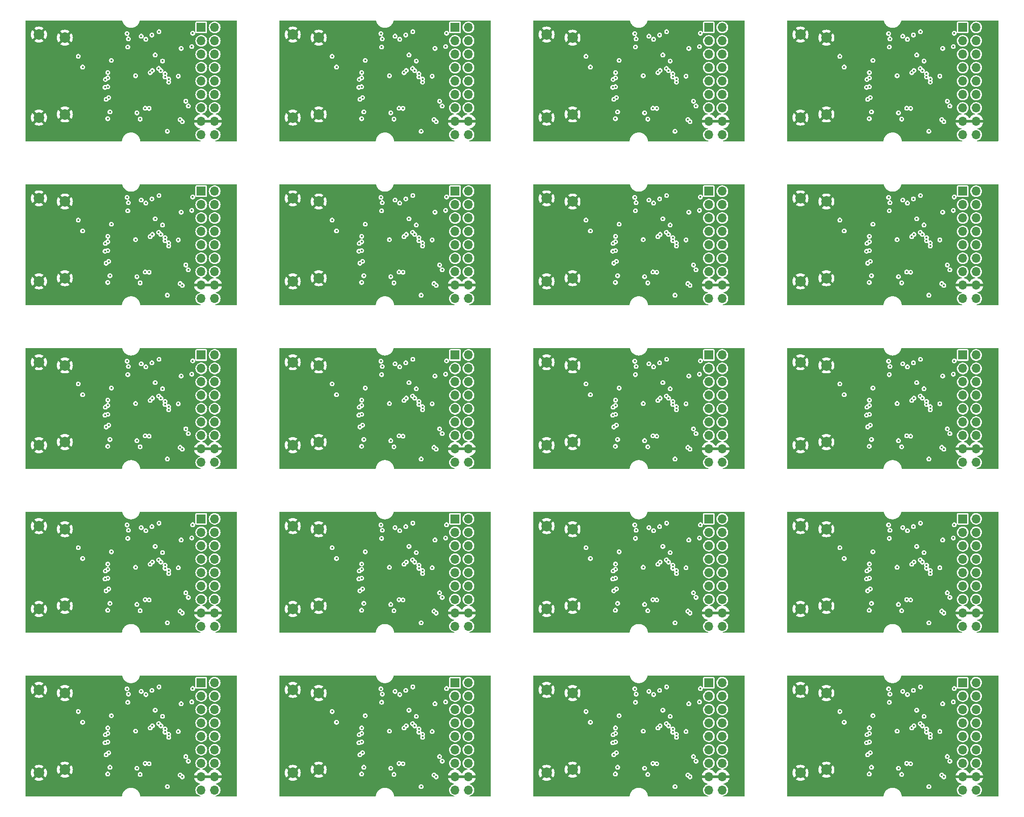
<source format=gbr>
%TF.GenerationSoftware,KiCad,Pcbnew,7.0.6+dfsg-1*%
%TF.CreationDate,2023-08-23T14:28:07+02:00*%
%TF.ProjectId,GPDI_ULX3S_panel,47504449-5f55-44c5-9833-535f70616e65,1.6*%
%TF.SameCoordinates,Original*%
%TF.FileFunction,Copper,L3,Inr*%
%TF.FilePolarity,Positive*%
%FSLAX46Y46*%
G04 Gerber Fmt 4.6, Leading zero omitted, Abs format (unit mm)*
G04 Created by KiCad (PCBNEW 7.0.6+dfsg-1) date 2023-08-23 14:28:07*
%MOMM*%
%LPD*%
G01*
G04 APERTURE LIST*
%TA.AperFunction,ComponentPad*%
%ADD10R,1.700000X1.700000*%
%TD*%
%TA.AperFunction,ComponentPad*%
%ADD11O,1.700000X1.700000*%
%TD*%
%TA.AperFunction,ComponentPad*%
%ADD12C,2.000000*%
%TD*%
%TA.AperFunction,ViaPad*%
%ADD13C,0.400000*%
%TD*%
G04 APERTURE END LIST*
D10*
%TO.N,Board_9-5V_ENABLE*%
%TO.C,J2*%
X137766549Y-110385000D03*
D11*
%TO.N,Board_9-GPDI_CEC*%
X140306549Y-110385000D03*
%TO.N,Board_9-PMOD_SCL*%
X137766549Y-112925000D03*
%TO.N,Board_9-PMOD_SDA*%
X140306549Y-112925000D03*
%TO.N,Board_9-GPDI_D0-*%
X137766549Y-115465000D03*
%TO.N,Board_9-GPDI_D0+*%
X140306549Y-115465000D03*
%TO.N,Board_9-GPDI_D1-*%
X137766549Y-118005000D03*
%TO.N,Board_9-GPDI_D1+*%
X140306549Y-118005000D03*
%TO.N,Board_9-GPDI_D2-*%
X137766549Y-120545000D03*
%TO.N,Board_9-GPDI_D2+*%
X140306549Y-120545000D03*
%TO.N,Board_9-GPDI_CLK-*%
X137766549Y-123085000D03*
%TO.N,Board_9-GPDI_CLK+*%
X140306549Y-123085000D03*
%TO.N,Board_9-GPDI_ETH-*%
X137766549Y-125625000D03*
%TO.N,Board_9-GPDI_ETH+*%
X140306549Y-125625000D03*
%TO.N,Board_9-GND*%
X137766549Y-128165000D03*
X140306549Y-128165000D03*
%TO.N,Board_9-+3V3*%
X137766549Y-130705000D03*
X140306549Y-130705000D03*
%TD*%
D12*
%TO.N,Board_1-GND*%
%TO.C,P1*%
X107072289Y-49745140D03*
X111972289Y-50345140D03*
X111972289Y-64845140D03*
X107072289Y-65445140D03*
%TD*%
%TO.N,Board_2-GND*%
%TO.C,P1*%
X155072191Y-49745140D03*
X159972191Y-50345140D03*
X159972191Y-64845140D03*
X155072191Y-65445140D03*
%TD*%
%TO.N,Board_9-GND*%
%TO.C,P1*%
X107072289Y-111745140D03*
X111972289Y-112345140D03*
X111972289Y-126845140D03*
X107072289Y-127445140D03*
%TD*%
%TO.N,Board_5-GND*%
%TO.C,P1*%
X107072289Y-80745140D03*
X111972289Y-81345140D03*
X111972289Y-95845140D03*
X107072289Y-96445140D03*
%TD*%
%TO.N,Board_0-GND*%
%TO.C,P1*%
X59072387Y-49745140D03*
X63972387Y-50345140D03*
X63972387Y-64845140D03*
X59072387Y-65445140D03*
%TD*%
D10*
%TO.N,Board_19-5V_ENABLE*%
%TO.C,J2*%
X233766353Y-172385000D03*
D11*
%TO.N,Board_19-GPDI_CEC*%
X236306353Y-172385000D03*
%TO.N,Board_19-PMOD_SCL*%
X233766353Y-174925000D03*
%TO.N,Board_19-PMOD_SDA*%
X236306353Y-174925000D03*
%TO.N,Board_19-GPDI_D0-*%
X233766353Y-177465000D03*
%TO.N,Board_19-GPDI_D0+*%
X236306353Y-177465000D03*
%TO.N,Board_19-GPDI_D1-*%
X233766353Y-180005000D03*
%TO.N,Board_19-GPDI_D1+*%
X236306353Y-180005000D03*
%TO.N,Board_19-GPDI_D2-*%
X233766353Y-182545000D03*
%TO.N,Board_19-GPDI_D2+*%
X236306353Y-182545000D03*
%TO.N,Board_19-GPDI_CLK-*%
X233766353Y-185085000D03*
%TO.N,Board_19-GPDI_CLK+*%
X236306353Y-185085000D03*
%TO.N,Board_19-GPDI_ETH-*%
X233766353Y-187625000D03*
%TO.N,Board_19-GPDI_ETH+*%
X236306353Y-187625000D03*
%TO.N,Board_19-GND*%
X233766353Y-190165000D03*
X236306353Y-190165000D03*
%TO.N,Board_19-+3V3*%
X233766353Y-192705000D03*
X236306353Y-192705000D03*
%TD*%
D12*
%TO.N,Board_3-GND*%
%TO.C,P1*%
X203072093Y-49745140D03*
X207972093Y-50345140D03*
X207972093Y-64845140D03*
X203072093Y-65445140D03*
%TD*%
D10*
%TO.N,Board_13-5V_ENABLE*%
%TO.C,J2*%
X137766549Y-141385000D03*
D11*
%TO.N,Board_13-GPDI_CEC*%
X140306549Y-141385000D03*
%TO.N,Board_13-PMOD_SCL*%
X137766549Y-143925000D03*
%TO.N,Board_13-PMOD_SDA*%
X140306549Y-143925000D03*
%TO.N,Board_13-GPDI_D0-*%
X137766549Y-146465000D03*
%TO.N,Board_13-GPDI_D0+*%
X140306549Y-146465000D03*
%TO.N,Board_13-GPDI_D1-*%
X137766549Y-149005000D03*
%TO.N,Board_13-GPDI_D1+*%
X140306549Y-149005000D03*
%TO.N,Board_13-GPDI_D2-*%
X137766549Y-151545000D03*
%TO.N,Board_13-GPDI_D2+*%
X140306549Y-151545000D03*
%TO.N,Board_13-GPDI_CLK-*%
X137766549Y-154085000D03*
%TO.N,Board_13-GPDI_CLK+*%
X140306549Y-154085000D03*
%TO.N,Board_13-GPDI_ETH-*%
X137766549Y-156625000D03*
%TO.N,Board_13-GPDI_ETH+*%
X140306549Y-156625000D03*
%TO.N,Board_13-GND*%
X137766549Y-159165000D03*
X140306549Y-159165000D03*
%TO.N,Board_13-+3V3*%
X137766549Y-161705000D03*
X140306549Y-161705000D03*
%TD*%
D12*
%TO.N,Board_13-GND*%
%TO.C,P1*%
X107072289Y-142745140D03*
X111972289Y-143345140D03*
X111972289Y-157845140D03*
X107072289Y-158445140D03*
%TD*%
D10*
%TO.N,Board_16-5V_ENABLE*%
%TO.C,J2*%
X89766647Y-172385000D03*
D11*
%TO.N,Board_16-GPDI_CEC*%
X92306647Y-172385000D03*
%TO.N,Board_16-PMOD_SCL*%
X89766647Y-174925000D03*
%TO.N,Board_16-PMOD_SDA*%
X92306647Y-174925000D03*
%TO.N,Board_16-GPDI_D0-*%
X89766647Y-177465000D03*
%TO.N,Board_16-GPDI_D0+*%
X92306647Y-177465000D03*
%TO.N,Board_16-GPDI_D1-*%
X89766647Y-180005000D03*
%TO.N,Board_16-GPDI_D1+*%
X92306647Y-180005000D03*
%TO.N,Board_16-GPDI_D2-*%
X89766647Y-182545000D03*
%TO.N,Board_16-GPDI_D2+*%
X92306647Y-182545000D03*
%TO.N,Board_16-GPDI_CLK-*%
X89766647Y-185085000D03*
%TO.N,Board_16-GPDI_CLK+*%
X92306647Y-185085000D03*
%TO.N,Board_16-GPDI_ETH-*%
X89766647Y-187625000D03*
%TO.N,Board_16-GPDI_ETH+*%
X92306647Y-187625000D03*
%TO.N,Board_16-GND*%
X89766647Y-190165000D03*
X92306647Y-190165000D03*
%TO.N,Board_16-+3V3*%
X89766647Y-192705000D03*
X92306647Y-192705000D03*
%TD*%
D12*
%TO.N,Board_11-GND*%
%TO.C,P1*%
X203072093Y-111745140D03*
X207972093Y-112345140D03*
X207972093Y-126845140D03*
X203072093Y-127445140D03*
%TD*%
%TO.N,Board_15-GND*%
%TO.C,P1*%
X203072093Y-142745140D03*
X207972093Y-143345140D03*
X207972093Y-157845140D03*
X203072093Y-158445140D03*
%TD*%
%TO.N,Board_6-GND*%
%TO.C,P1*%
X155072191Y-80745140D03*
X159972191Y-81345140D03*
X159972191Y-95845140D03*
X155072191Y-96445140D03*
%TD*%
%TO.N,Board_8-GND*%
%TO.C,P1*%
X59072387Y-111745140D03*
X63972387Y-112345140D03*
X63972387Y-126845140D03*
X59072387Y-127445140D03*
%TD*%
D10*
%TO.N,Board_6-5V_ENABLE*%
%TO.C,J2*%
X185766451Y-79385000D03*
D11*
%TO.N,Board_6-GPDI_CEC*%
X188306451Y-79385000D03*
%TO.N,Board_6-PMOD_SCL*%
X185766451Y-81925000D03*
%TO.N,Board_6-PMOD_SDA*%
X188306451Y-81925000D03*
%TO.N,Board_6-GPDI_D0-*%
X185766451Y-84465000D03*
%TO.N,Board_6-GPDI_D0+*%
X188306451Y-84465000D03*
%TO.N,Board_6-GPDI_D1-*%
X185766451Y-87005000D03*
%TO.N,Board_6-GPDI_D1+*%
X188306451Y-87005000D03*
%TO.N,Board_6-GPDI_D2-*%
X185766451Y-89545000D03*
%TO.N,Board_6-GPDI_D2+*%
X188306451Y-89545000D03*
%TO.N,Board_6-GPDI_CLK-*%
X185766451Y-92085000D03*
%TO.N,Board_6-GPDI_CLK+*%
X188306451Y-92085000D03*
%TO.N,Board_6-GPDI_ETH-*%
X185766451Y-94625000D03*
%TO.N,Board_6-GPDI_ETH+*%
X188306451Y-94625000D03*
%TO.N,Board_6-GND*%
X185766451Y-97165000D03*
X188306451Y-97165000D03*
%TO.N,Board_6-+3V3*%
X185766451Y-99705000D03*
X188306451Y-99705000D03*
%TD*%
D12*
%TO.N,Board_4-GND*%
%TO.C,P1*%
X59072387Y-80745140D03*
X63972387Y-81345140D03*
X63972387Y-95845140D03*
X59072387Y-96445140D03*
%TD*%
D10*
%TO.N,Board_5-5V_ENABLE*%
%TO.C,J2*%
X137766549Y-79385000D03*
D11*
%TO.N,Board_5-GPDI_CEC*%
X140306549Y-79385000D03*
%TO.N,Board_5-PMOD_SCL*%
X137766549Y-81925000D03*
%TO.N,Board_5-PMOD_SDA*%
X140306549Y-81925000D03*
%TO.N,Board_5-GPDI_D0-*%
X137766549Y-84465000D03*
%TO.N,Board_5-GPDI_D0+*%
X140306549Y-84465000D03*
%TO.N,Board_5-GPDI_D1-*%
X137766549Y-87005000D03*
%TO.N,Board_5-GPDI_D1+*%
X140306549Y-87005000D03*
%TO.N,Board_5-GPDI_D2-*%
X137766549Y-89545000D03*
%TO.N,Board_5-GPDI_D2+*%
X140306549Y-89545000D03*
%TO.N,Board_5-GPDI_CLK-*%
X137766549Y-92085000D03*
%TO.N,Board_5-GPDI_CLK+*%
X140306549Y-92085000D03*
%TO.N,Board_5-GPDI_ETH-*%
X137766549Y-94625000D03*
%TO.N,Board_5-GPDI_ETH+*%
X140306549Y-94625000D03*
%TO.N,Board_5-GND*%
X137766549Y-97165000D03*
X140306549Y-97165000D03*
%TO.N,Board_5-+3V3*%
X137766549Y-99705000D03*
X140306549Y-99705000D03*
%TD*%
D10*
%TO.N,Board_8-5V_ENABLE*%
%TO.C,J2*%
X89766647Y-110385000D03*
D11*
%TO.N,Board_8-GPDI_CEC*%
X92306647Y-110385000D03*
%TO.N,Board_8-PMOD_SCL*%
X89766647Y-112925000D03*
%TO.N,Board_8-PMOD_SDA*%
X92306647Y-112925000D03*
%TO.N,Board_8-GPDI_D0-*%
X89766647Y-115465000D03*
%TO.N,Board_8-GPDI_D0+*%
X92306647Y-115465000D03*
%TO.N,Board_8-GPDI_D1-*%
X89766647Y-118005000D03*
%TO.N,Board_8-GPDI_D1+*%
X92306647Y-118005000D03*
%TO.N,Board_8-GPDI_D2-*%
X89766647Y-120545000D03*
%TO.N,Board_8-GPDI_D2+*%
X92306647Y-120545000D03*
%TO.N,Board_8-GPDI_CLK-*%
X89766647Y-123085000D03*
%TO.N,Board_8-GPDI_CLK+*%
X92306647Y-123085000D03*
%TO.N,Board_8-GPDI_ETH-*%
X89766647Y-125625000D03*
%TO.N,Board_8-GPDI_ETH+*%
X92306647Y-125625000D03*
%TO.N,Board_8-GND*%
X89766647Y-128165000D03*
X92306647Y-128165000D03*
%TO.N,Board_8-+3V3*%
X89766647Y-130705000D03*
X92306647Y-130705000D03*
%TD*%
D10*
%TO.N,Board_3-5V_ENABLE*%
%TO.C,J2*%
X233766353Y-48385000D03*
D11*
%TO.N,Board_3-GPDI_CEC*%
X236306353Y-48385000D03*
%TO.N,Board_3-PMOD_SCL*%
X233766353Y-50925000D03*
%TO.N,Board_3-PMOD_SDA*%
X236306353Y-50925000D03*
%TO.N,Board_3-GPDI_D0-*%
X233766353Y-53465000D03*
%TO.N,Board_3-GPDI_D0+*%
X236306353Y-53465000D03*
%TO.N,Board_3-GPDI_D1-*%
X233766353Y-56005000D03*
%TO.N,Board_3-GPDI_D1+*%
X236306353Y-56005000D03*
%TO.N,Board_3-GPDI_D2-*%
X233766353Y-58545000D03*
%TO.N,Board_3-GPDI_D2+*%
X236306353Y-58545000D03*
%TO.N,Board_3-GPDI_CLK-*%
X233766353Y-61085000D03*
%TO.N,Board_3-GPDI_CLK+*%
X236306353Y-61085000D03*
%TO.N,Board_3-GPDI_ETH-*%
X233766353Y-63625000D03*
%TO.N,Board_3-GPDI_ETH+*%
X236306353Y-63625000D03*
%TO.N,Board_3-GND*%
X233766353Y-66165000D03*
X236306353Y-66165000D03*
%TO.N,Board_3-+3V3*%
X233766353Y-68705000D03*
X236306353Y-68705000D03*
%TD*%
D10*
%TO.N,Board_0-5V_ENABLE*%
%TO.C,J2*%
X89766647Y-48385000D03*
D11*
%TO.N,Board_0-GPDI_CEC*%
X92306647Y-48385000D03*
%TO.N,Board_0-PMOD_SCL*%
X89766647Y-50925000D03*
%TO.N,Board_0-PMOD_SDA*%
X92306647Y-50925000D03*
%TO.N,Board_0-GPDI_D0-*%
X89766647Y-53465000D03*
%TO.N,Board_0-GPDI_D0+*%
X92306647Y-53465000D03*
%TO.N,Board_0-GPDI_D1-*%
X89766647Y-56005000D03*
%TO.N,Board_0-GPDI_D1+*%
X92306647Y-56005000D03*
%TO.N,Board_0-GPDI_D2-*%
X89766647Y-58545000D03*
%TO.N,Board_0-GPDI_D2+*%
X92306647Y-58545000D03*
%TO.N,Board_0-GPDI_CLK-*%
X89766647Y-61085000D03*
%TO.N,Board_0-GPDI_CLK+*%
X92306647Y-61085000D03*
%TO.N,Board_0-GPDI_ETH-*%
X89766647Y-63625000D03*
%TO.N,Board_0-GPDI_ETH+*%
X92306647Y-63625000D03*
%TO.N,Board_0-GND*%
X89766647Y-66165000D03*
X92306647Y-66165000D03*
%TO.N,Board_0-+3V3*%
X89766647Y-68705000D03*
X92306647Y-68705000D03*
%TD*%
D10*
%TO.N,Board_18-5V_ENABLE*%
%TO.C,J2*%
X185766451Y-172385000D03*
D11*
%TO.N,Board_18-GPDI_CEC*%
X188306451Y-172385000D03*
%TO.N,Board_18-PMOD_SCL*%
X185766451Y-174925000D03*
%TO.N,Board_18-PMOD_SDA*%
X188306451Y-174925000D03*
%TO.N,Board_18-GPDI_D0-*%
X185766451Y-177465000D03*
%TO.N,Board_18-GPDI_D0+*%
X188306451Y-177465000D03*
%TO.N,Board_18-GPDI_D1-*%
X185766451Y-180005000D03*
%TO.N,Board_18-GPDI_D1+*%
X188306451Y-180005000D03*
%TO.N,Board_18-GPDI_D2-*%
X185766451Y-182545000D03*
%TO.N,Board_18-GPDI_D2+*%
X188306451Y-182545000D03*
%TO.N,Board_18-GPDI_CLK-*%
X185766451Y-185085000D03*
%TO.N,Board_18-GPDI_CLK+*%
X188306451Y-185085000D03*
%TO.N,Board_18-GPDI_ETH-*%
X185766451Y-187625000D03*
%TO.N,Board_18-GPDI_ETH+*%
X188306451Y-187625000D03*
%TO.N,Board_18-GND*%
X185766451Y-190165000D03*
X188306451Y-190165000D03*
%TO.N,Board_18-+3V3*%
X185766451Y-192705000D03*
X188306451Y-192705000D03*
%TD*%
D12*
%TO.N,Board_7-GND*%
%TO.C,P1*%
X203072093Y-80745140D03*
X207972093Y-81345140D03*
X207972093Y-95845140D03*
X203072093Y-96445140D03*
%TD*%
D10*
%TO.N,Board_14-5V_ENABLE*%
%TO.C,J2*%
X185766451Y-141385000D03*
D11*
%TO.N,Board_14-GPDI_CEC*%
X188306451Y-141385000D03*
%TO.N,Board_14-PMOD_SCL*%
X185766451Y-143925000D03*
%TO.N,Board_14-PMOD_SDA*%
X188306451Y-143925000D03*
%TO.N,Board_14-GPDI_D0-*%
X185766451Y-146465000D03*
%TO.N,Board_14-GPDI_D0+*%
X188306451Y-146465000D03*
%TO.N,Board_14-GPDI_D1-*%
X185766451Y-149005000D03*
%TO.N,Board_14-GPDI_D1+*%
X188306451Y-149005000D03*
%TO.N,Board_14-GPDI_D2-*%
X185766451Y-151545000D03*
%TO.N,Board_14-GPDI_D2+*%
X188306451Y-151545000D03*
%TO.N,Board_14-GPDI_CLK-*%
X185766451Y-154085000D03*
%TO.N,Board_14-GPDI_CLK+*%
X188306451Y-154085000D03*
%TO.N,Board_14-GPDI_ETH-*%
X185766451Y-156625000D03*
%TO.N,Board_14-GPDI_ETH+*%
X188306451Y-156625000D03*
%TO.N,Board_14-GND*%
X185766451Y-159165000D03*
X188306451Y-159165000D03*
%TO.N,Board_14-+3V3*%
X185766451Y-161705000D03*
X188306451Y-161705000D03*
%TD*%
D12*
%TO.N,Board_10-GND*%
%TO.C,P1*%
X155072191Y-111745140D03*
X159972191Y-112345140D03*
X159972191Y-126845140D03*
X155072191Y-127445140D03*
%TD*%
%TO.N,Board_17-GND*%
%TO.C,P1*%
X107072289Y-173745140D03*
X111972289Y-174345140D03*
X111972289Y-188845140D03*
X107072289Y-189445140D03*
%TD*%
%TO.N,Board_19-GND*%
%TO.C,P1*%
X203072093Y-173745140D03*
X207972093Y-174345140D03*
X207972093Y-188845140D03*
X203072093Y-189445140D03*
%TD*%
%TO.N,Board_12-GND*%
%TO.C,P1*%
X59072387Y-142745140D03*
X63972387Y-143345140D03*
X63972387Y-157845140D03*
X59072387Y-158445140D03*
%TD*%
D10*
%TO.N,Board_11-5V_ENABLE*%
%TO.C,J2*%
X233766353Y-110385000D03*
D11*
%TO.N,Board_11-GPDI_CEC*%
X236306353Y-110385000D03*
%TO.N,Board_11-PMOD_SCL*%
X233766353Y-112925000D03*
%TO.N,Board_11-PMOD_SDA*%
X236306353Y-112925000D03*
%TO.N,Board_11-GPDI_D0-*%
X233766353Y-115465000D03*
%TO.N,Board_11-GPDI_D0+*%
X236306353Y-115465000D03*
%TO.N,Board_11-GPDI_D1-*%
X233766353Y-118005000D03*
%TO.N,Board_11-GPDI_D1+*%
X236306353Y-118005000D03*
%TO.N,Board_11-GPDI_D2-*%
X233766353Y-120545000D03*
%TO.N,Board_11-GPDI_D2+*%
X236306353Y-120545000D03*
%TO.N,Board_11-GPDI_CLK-*%
X233766353Y-123085000D03*
%TO.N,Board_11-GPDI_CLK+*%
X236306353Y-123085000D03*
%TO.N,Board_11-GPDI_ETH-*%
X233766353Y-125625000D03*
%TO.N,Board_11-GPDI_ETH+*%
X236306353Y-125625000D03*
%TO.N,Board_11-GND*%
X233766353Y-128165000D03*
X236306353Y-128165000D03*
%TO.N,Board_11-+3V3*%
X233766353Y-130705000D03*
X236306353Y-130705000D03*
%TD*%
D12*
%TO.N,Board_16-GND*%
%TO.C,P1*%
X59072387Y-173745140D03*
X63972387Y-174345140D03*
X63972387Y-188845140D03*
X59072387Y-189445140D03*
%TD*%
D10*
%TO.N,Board_10-5V_ENABLE*%
%TO.C,J2*%
X185766451Y-110385000D03*
D11*
%TO.N,Board_10-GPDI_CEC*%
X188306451Y-110385000D03*
%TO.N,Board_10-PMOD_SCL*%
X185766451Y-112925000D03*
%TO.N,Board_10-PMOD_SDA*%
X188306451Y-112925000D03*
%TO.N,Board_10-GPDI_D0-*%
X185766451Y-115465000D03*
%TO.N,Board_10-GPDI_D0+*%
X188306451Y-115465000D03*
%TO.N,Board_10-GPDI_D1-*%
X185766451Y-118005000D03*
%TO.N,Board_10-GPDI_D1+*%
X188306451Y-118005000D03*
%TO.N,Board_10-GPDI_D2-*%
X185766451Y-120545000D03*
%TO.N,Board_10-GPDI_D2+*%
X188306451Y-120545000D03*
%TO.N,Board_10-GPDI_CLK-*%
X185766451Y-123085000D03*
%TO.N,Board_10-GPDI_CLK+*%
X188306451Y-123085000D03*
%TO.N,Board_10-GPDI_ETH-*%
X185766451Y-125625000D03*
%TO.N,Board_10-GPDI_ETH+*%
X188306451Y-125625000D03*
%TO.N,Board_10-GND*%
X185766451Y-128165000D03*
X188306451Y-128165000D03*
%TO.N,Board_10-+3V3*%
X185766451Y-130705000D03*
X188306451Y-130705000D03*
%TD*%
D10*
%TO.N,Board_12-5V_ENABLE*%
%TO.C,J2*%
X89766647Y-141385000D03*
D11*
%TO.N,Board_12-GPDI_CEC*%
X92306647Y-141385000D03*
%TO.N,Board_12-PMOD_SCL*%
X89766647Y-143925000D03*
%TO.N,Board_12-PMOD_SDA*%
X92306647Y-143925000D03*
%TO.N,Board_12-GPDI_D0-*%
X89766647Y-146465000D03*
%TO.N,Board_12-GPDI_D0+*%
X92306647Y-146465000D03*
%TO.N,Board_12-GPDI_D1-*%
X89766647Y-149005000D03*
%TO.N,Board_12-GPDI_D1+*%
X92306647Y-149005000D03*
%TO.N,Board_12-GPDI_D2-*%
X89766647Y-151545000D03*
%TO.N,Board_12-GPDI_D2+*%
X92306647Y-151545000D03*
%TO.N,Board_12-GPDI_CLK-*%
X89766647Y-154085000D03*
%TO.N,Board_12-GPDI_CLK+*%
X92306647Y-154085000D03*
%TO.N,Board_12-GPDI_ETH-*%
X89766647Y-156625000D03*
%TO.N,Board_12-GPDI_ETH+*%
X92306647Y-156625000D03*
%TO.N,Board_12-GND*%
X89766647Y-159165000D03*
X92306647Y-159165000D03*
%TO.N,Board_12-+3V3*%
X89766647Y-161705000D03*
X92306647Y-161705000D03*
%TD*%
D10*
%TO.N,Board_15-5V_ENABLE*%
%TO.C,J2*%
X233766353Y-141385000D03*
D11*
%TO.N,Board_15-GPDI_CEC*%
X236306353Y-141385000D03*
%TO.N,Board_15-PMOD_SCL*%
X233766353Y-143925000D03*
%TO.N,Board_15-PMOD_SDA*%
X236306353Y-143925000D03*
%TO.N,Board_15-GPDI_D0-*%
X233766353Y-146465000D03*
%TO.N,Board_15-GPDI_D0+*%
X236306353Y-146465000D03*
%TO.N,Board_15-GPDI_D1-*%
X233766353Y-149005000D03*
%TO.N,Board_15-GPDI_D1+*%
X236306353Y-149005000D03*
%TO.N,Board_15-GPDI_D2-*%
X233766353Y-151545000D03*
%TO.N,Board_15-GPDI_D2+*%
X236306353Y-151545000D03*
%TO.N,Board_15-GPDI_CLK-*%
X233766353Y-154085000D03*
%TO.N,Board_15-GPDI_CLK+*%
X236306353Y-154085000D03*
%TO.N,Board_15-GPDI_ETH-*%
X233766353Y-156625000D03*
%TO.N,Board_15-GPDI_ETH+*%
X236306353Y-156625000D03*
%TO.N,Board_15-GND*%
X233766353Y-159165000D03*
X236306353Y-159165000D03*
%TO.N,Board_15-+3V3*%
X233766353Y-161705000D03*
X236306353Y-161705000D03*
%TD*%
D10*
%TO.N,Board_1-5V_ENABLE*%
%TO.C,J2*%
X137766549Y-48385000D03*
D11*
%TO.N,Board_1-GPDI_CEC*%
X140306549Y-48385000D03*
%TO.N,Board_1-PMOD_SCL*%
X137766549Y-50925000D03*
%TO.N,Board_1-PMOD_SDA*%
X140306549Y-50925000D03*
%TO.N,Board_1-GPDI_D0-*%
X137766549Y-53465000D03*
%TO.N,Board_1-GPDI_D0+*%
X140306549Y-53465000D03*
%TO.N,Board_1-GPDI_D1-*%
X137766549Y-56005000D03*
%TO.N,Board_1-GPDI_D1+*%
X140306549Y-56005000D03*
%TO.N,Board_1-GPDI_D2-*%
X137766549Y-58545000D03*
%TO.N,Board_1-GPDI_D2+*%
X140306549Y-58545000D03*
%TO.N,Board_1-GPDI_CLK-*%
X137766549Y-61085000D03*
%TO.N,Board_1-GPDI_CLK+*%
X140306549Y-61085000D03*
%TO.N,Board_1-GPDI_ETH-*%
X137766549Y-63625000D03*
%TO.N,Board_1-GPDI_ETH+*%
X140306549Y-63625000D03*
%TO.N,Board_1-GND*%
X137766549Y-66165000D03*
X140306549Y-66165000D03*
%TO.N,Board_1-+3V3*%
X137766549Y-68705000D03*
X140306549Y-68705000D03*
%TD*%
D10*
%TO.N,Board_7-5V_ENABLE*%
%TO.C,J2*%
X233766353Y-79385000D03*
D11*
%TO.N,Board_7-GPDI_CEC*%
X236306353Y-79385000D03*
%TO.N,Board_7-PMOD_SCL*%
X233766353Y-81925000D03*
%TO.N,Board_7-PMOD_SDA*%
X236306353Y-81925000D03*
%TO.N,Board_7-GPDI_D0-*%
X233766353Y-84465000D03*
%TO.N,Board_7-GPDI_D0+*%
X236306353Y-84465000D03*
%TO.N,Board_7-GPDI_D1-*%
X233766353Y-87005000D03*
%TO.N,Board_7-GPDI_D1+*%
X236306353Y-87005000D03*
%TO.N,Board_7-GPDI_D2-*%
X233766353Y-89545000D03*
%TO.N,Board_7-GPDI_D2+*%
X236306353Y-89545000D03*
%TO.N,Board_7-GPDI_CLK-*%
X233766353Y-92085000D03*
%TO.N,Board_7-GPDI_CLK+*%
X236306353Y-92085000D03*
%TO.N,Board_7-GPDI_ETH-*%
X233766353Y-94625000D03*
%TO.N,Board_7-GPDI_ETH+*%
X236306353Y-94625000D03*
%TO.N,Board_7-GND*%
X233766353Y-97165000D03*
X236306353Y-97165000D03*
%TO.N,Board_7-+3V3*%
X233766353Y-99705000D03*
X236306353Y-99705000D03*
%TD*%
D12*
%TO.N,Board_14-GND*%
%TO.C,P1*%
X155072191Y-142745140D03*
X159972191Y-143345140D03*
X159972191Y-157845140D03*
X155072191Y-158445140D03*
%TD*%
D10*
%TO.N,Board_4-5V_ENABLE*%
%TO.C,J2*%
X89766647Y-79385000D03*
D11*
%TO.N,Board_4-GPDI_CEC*%
X92306647Y-79385000D03*
%TO.N,Board_4-PMOD_SCL*%
X89766647Y-81925000D03*
%TO.N,Board_4-PMOD_SDA*%
X92306647Y-81925000D03*
%TO.N,Board_4-GPDI_D0-*%
X89766647Y-84465000D03*
%TO.N,Board_4-GPDI_D0+*%
X92306647Y-84465000D03*
%TO.N,Board_4-GPDI_D1-*%
X89766647Y-87005000D03*
%TO.N,Board_4-GPDI_D1+*%
X92306647Y-87005000D03*
%TO.N,Board_4-GPDI_D2-*%
X89766647Y-89545000D03*
%TO.N,Board_4-GPDI_D2+*%
X92306647Y-89545000D03*
%TO.N,Board_4-GPDI_CLK-*%
X89766647Y-92085000D03*
%TO.N,Board_4-GPDI_CLK+*%
X92306647Y-92085000D03*
%TO.N,Board_4-GPDI_ETH-*%
X89766647Y-94625000D03*
%TO.N,Board_4-GPDI_ETH+*%
X92306647Y-94625000D03*
%TO.N,Board_4-GND*%
X89766647Y-97165000D03*
X92306647Y-97165000D03*
%TO.N,Board_4-+3V3*%
X89766647Y-99705000D03*
X92306647Y-99705000D03*
%TD*%
D10*
%TO.N,Board_2-5V_ENABLE*%
%TO.C,J2*%
X185766451Y-48385000D03*
D11*
%TO.N,Board_2-GPDI_CEC*%
X188306451Y-48385000D03*
%TO.N,Board_2-PMOD_SCL*%
X185766451Y-50925000D03*
%TO.N,Board_2-PMOD_SDA*%
X188306451Y-50925000D03*
%TO.N,Board_2-GPDI_D0-*%
X185766451Y-53465000D03*
%TO.N,Board_2-GPDI_D0+*%
X188306451Y-53465000D03*
%TO.N,Board_2-GPDI_D1-*%
X185766451Y-56005000D03*
%TO.N,Board_2-GPDI_D1+*%
X188306451Y-56005000D03*
%TO.N,Board_2-GPDI_D2-*%
X185766451Y-58545000D03*
%TO.N,Board_2-GPDI_D2+*%
X188306451Y-58545000D03*
%TO.N,Board_2-GPDI_CLK-*%
X185766451Y-61085000D03*
%TO.N,Board_2-GPDI_CLK+*%
X188306451Y-61085000D03*
%TO.N,Board_2-GPDI_ETH-*%
X185766451Y-63625000D03*
%TO.N,Board_2-GPDI_ETH+*%
X188306451Y-63625000D03*
%TO.N,Board_2-GND*%
X185766451Y-66165000D03*
X188306451Y-66165000D03*
%TO.N,Board_2-+3V3*%
X185766451Y-68705000D03*
X188306451Y-68705000D03*
%TD*%
D12*
%TO.N,Board_18-GND*%
%TO.C,P1*%
X155072191Y-173745140D03*
X159972191Y-174345140D03*
X159972191Y-188845140D03*
X155072191Y-189445140D03*
%TD*%
D10*
%TO.N,Board_17-5V_ENABLE*%
%TO.C,J2*%
X137766549Y-172385000D03*
D11*
%TO.N,Board_17-GPDI_CEC*%
X140306549Y-172385000D03*
%TO.N,Board_17-PMOD_SCL*%
X137766549Y-174925000D03*
%TO.N,Board_17-PMOD_SDA*%
X140306549Y-174925000D03*
%TO.N,Board_17-GPDI_D0-*%
X137766549Y-177465000D03*
%TO.N,Board_17-GPDI_D0+*%
X140306549Y-177465000D03*
%TO.N,Board_17-GPDI_D1-*%
X137766549Y-180005000D03*
%TO.N,Board_17-GPDI_D1+*%
X140306549Y-180005000D03*
%TO.N,Board_17-GPDI_D2-*%
X137766549Y-182545000D03*
%TO.N,Board_17-GPDI_D2+*%
X140306549Y-182545000D03*
%TO.N,Board_17-GPDI_CLK-*%
X137766549Y-185085000D03*
%TO.N,Board_17-GPDI_CLK+*%
X140306549Y-185085000D03*
%TO.N,Board_17-GPDI_ETH-*%
X137766549Y-187625000D03*
%TO.N,Board_17-GPDI_ETH+*%
X140306549Y-187625000D03*
%TO.N,Board_17-GND*%
X137766549Y-190165000D03*
X140306549Y-190165000D03*
%TO.N,Board_17-+3V3*%
X137766549Y-192705000D03*
X140306549Y-192705000D03*
%TD*%
D13*
%TO.N,Board_0-+3V3*%
X82445107Y-54760180D03*
X85430347Y-57615420D03*
X81055107Y-53600180D03*
X72271565Y-61653515D03*
X72789210Y-54631563D03*
X72107647Y-56930000D03*
X77355787Y-57549280D03*
X85968487Y-52366550D03*
X71777647Y-62010000D03*
X72107647Y-57940000D03*
X87976085Y-52011158D03*
X83358667Y-68050009D03*
X77605107Y-64570180D03*
X72097647Y-59610000D03*
X72511607Y-64380180D03*
%TO.N,Board_0-+5V*%
X72085107Y-65660180D03*
X66525107Y-53845140D03*
%TO.N,Board_0-/CEC*%
X75875107Y-52090180D03*
X67350587Y-55890800D03*
%TO.N,Board_0-/D0+*%
X71582227Y-59746520D03*
X71648267Y-58237760D03*
%TO.N,Board_0-5V_ENABLE*%
X79910257Y-63721842D03*
X88155107Y-49490180D03*
X79165107Y-63670180D03*
X86847647Y-62359490D03*
%TO.N,Board_0-GND*%
X80284267Y-54491260D03*
X63565987Y-58824500D03*
X95345107Y-65660180D03*
X57425107Y-50660180D03*
X85035107Y-60580180D03*
X57425107Y-59660180D03*
X73585107Y-65060180D03*
X75585107Y-54200180D03*
X79945107Y-60860180D03*
X91105107Y-58150180D03*
X69365107Y-69280180D03*
X95345107Y-50660180D03*
X66365107Y-69280180D03*
X91085107Y-60130180D03*
X57425107Y-65660180D03*
X95345107Y-53660180D03*
X57425107Y-56660180D03*
X84425107Y-47660180D03*
X63565987Y-54333780D03*
X95345107Y-59660180D03*
X95345107Y-56660180D03*
X57425107Y-53660180D03*
X85535107Y-69260180D03*
X81885667Y-60903360D03*
X95375107Y-47660180D03*
X78572307Y-55194840D03*
X91025107Y-52160180D03*
X57425107Y-47660180D03*
X93425107Y-47660180D03*
X61395107Y-61630180D03*
X70655107Y-51110180D03*
X57415107Y-69280180D03*
X78425107Y-47660180D03*
X60365107Y-69280180D03*
X79567987Y-57557040D03*
X75535107Y-51350180D03*
X76675107Y-50100180D03*
X80945107Y-56070180D03*
X87625107Y-64680180D03*
X63571067Y-60338340D03*
X69425107Y-47660180D03*
X63581227Y-61842020D03*
X90985107Y-50390180D03*
X91075107Y-54950180D03*
X74845107Y-49330180D03*
X78365107Y-69280180D03*
X70955107Y-64580180D03*
X72425107Y-47660180D03*
X67505107Y-66610180D03*
X79442647Y-51279818D03*
X88265107Y-59900180D03*
X66425107Y-47660180D03*
X85115107Y-56710180D03*
X61365107Y-58160180D03*
X72365107Y-69280180D03*
X81875107Y-69260180D03*
X87425107Y-47660180D03*
X74645107Y-65070180D03*
X76916227Y-54519200D03*
X88025107Y-62210180D03*
X82645107Y-60190180D03*
X63425107Y-47660180D03*
X78415107Y-67730180D03*
X87137170Y-66059523D03*
X82655107Y-48630180D03*
X77178607Y-65210180D03*
X84405107Y-61750180D03*
X57425107Y-62660180D03*
X95385107Y-69220180D03*
X84655107Y-54780180D03*
X85905107Y-53060180D03*
X63563447Y-57338600D03*
X81425107Y-47660180D03*
X81105887Y-60877960D03*
X75115107Y-66240180D03*
X67525107Y-51030180D03*
X79455107Y-61480180D03*
X88145107Y-57000180D03*
X83977427Y-65512320D03*
X60425107Y-47660180D03*
X63365107Y-69280180D03*
X95345107Y-62660180D03*
X61395107Y-54280180D03*
X87535107Y-54830180D03*
X81415107Y-55620180D03*
%TO.N,Board_0-GPDI_CEC*%
X78414537Y-50040272D03*
%TO.N,Board_0-GPDI_CLK+*%
X80118343Y-56959304D03*
%TO.N,Board_0-GPDI_CLK-*%
X80536951Y-56540696D03*
%TO.N,Board_0-GPDI_D0+*%
X82136951Y-56559304D03*
%TO.N,Board_0-GPDI_D0-*%
X81718343Y-56140696D03*
%TO.N,Board_0-GPDI_D1+*%
X82927647Y-57746000D03*
%TO.N,Board_0-GPDI_D1-*%
X82927647Y-57154000D03*
%TO.N,Board_0-GPDI_D2+*%
X83627647Y-58746000D03*
%TO.N,Board_0-GPDI_D2-*%
X83627647Y-58154000D03*
%TO.N,Board_0-GPDI_ETH+*%
X85790987Y-65847600D03*
%TO.N,Board_0-GPDI_ETH-*%
X87327647Y-63250000D03*
X86191814Y-66210249D03*
%TO.N,Board_0-GPDI_SCL*%
X79307147Y-50620180D03*
X76005107Y-50540180D03*
%TO.N,Board_0-GPDI_SDA*%
X80435107Y-49840180D03*
X75745107Y-49550180D03*
X81777787Y-49200440D03*
%TO.N,Board_0-Net-(D1-K)*%
X78215107Y-65750000D03*
%TO.N,Board_1-+3V3*%
X120789112Y-54631563D03*
X130445009Y-54760180D03*
X133430249Y-57615420D03*
X120271467Y-61653515D03*
X120511509Y-64380180D03*
X131358569Y-68050009D03*
X119777549Y-62010000D03*
X125605009Y-64570180D03*
X135975987Y-52011158D03*
X120107549Y-57940000D03*
X133968389Y-52366550D03*
X120107549Y-56930000D03*
X125355689Y-57549280D03*
X129055009Y-53600180D03*
X120097549Y-59610000D03*
%TO.N,Board_1-+5V*%
X114525009Y-53845140D03*
X120085009Y-65660180D03*
%TO.N,Board_1-/CEC*%
X115350489Y-55890800D03*
X123875009Y-52090180D03*
%TO.N,Board_1-/D0+*%
X119582129Y-59746520D03*
X119648169Y-58237760D03*
%TO.N,Board_1-5V_ENABLE*%
X136155009Y-49490180D03*
X127165009Y-63670180D03*
X134847549Y-62359490D03*
X127910159Y-63721842D03*
%TO.N,Board_1-GND*%
X105425009Y-62660180D03*
X111365009Y-69280180D03*
X123535009Y-51350180D03*
X105425009Y-47660180D03*
X123585009Y-54200180D03*
X132655009Y-54780180D03*
X115525009Y-51030180D03*
X139075009Y-54950180D03*
X108425009Y-47660180D03*
X127567889Y-57557040D03*
X135137072Y-66059523D03*
X143385009Y-69220180D03*
X108365009Y-69280180D03*
X129105789Y-60877960D03*
X118955009Y-64580180D03*
X127455009Y-61480180D03*
X135425009Y-47660180D03*
X143375009Y-47660180D03*
X143345009Y-62660180D03*
X133905009Y-53060180D03*
X129885569Y-60903360D03*
X129875009Y-69260180D03*
X129425009Y-47660180D03*
X132425009Y-47660180D03*
X125178509Y-65210180D03*
X133035009Y-60580180D03*
X143345009Y-59660180D03*
X139025009Y-52160180D03*
X114425009Y-47660180D03*
X109395009Y-54280180D03*
X124675009Y-50100180D03*
X143345009Y-65660180D03*
X120365009Y-69280180D03*
X111565889Y-54333780D03*
X105415009Y-69280180D03*
X117425009Y-47660180D03*
X117365009Y-69280180D03*
X131977329Y-65512320D03*
X105425009Y-53660180D03*
X139085009Y-60130180D03*
X111581129Y-61842020D03*
X109365009Y-58160180D03*
X105425009Y-50660180D03*
X126425009Y-47660180D03*
X127442549Y-51279818D03*
X138985009Y-50390180D03*
X111425009Y-47660180D03*
X105425009Y-65660180D03*
X126415009Y-67730180D03*
X135625009Y-64680180D03*
X128284169Y-54491260D03*
X111563349Y-57338600D03*
X126365009Y-69280180D03*
X141425009Y-47660180D03*
X136145009Y-57000180D03*
X129415009Y-55620180D03*
X143345009Y-50660180D03*
X121585009Y-65060180D03*
X127945009Y-60860180D03*
X115505009Y-66610180D03*
X122645009Y-65070180D03*
X128945009Y-56070180D03*
X143345009Y-53660180D03*
X123115009Y-66240180D03*
X135535009Y-54830180D03*
X136025009Y-62210180D03*
X124916129Y-54519200D03*
X139105009Y-58150180D03*
X111570969Y-60338340D03*
X122845009Y-49330180D03*
X114365009Y-69280180D03*
X132405009Y-61750180D03*
X111565889Y-58824500D03*
X118655009Y-51110180D03*
X105425009Y-56660180D03*
X130655009Y-48630180D03*
X136265009Y-59900180D03*
X105425009Y-59660180D03*
X133535009Y-69260180D03*
X120425009Y-47660180D03*
X130645009Y-60190180D03*
X109395009Y-61630180D03*
X143345009Y-56660180D03*
X126572209Y-55194840D03*
X133115009Y-56710180D03*
%TO.N,Board_1-GPDI_CEC*%
X126414439Y-50040272D03*
%TO.N,Board_1-GPDI_CLK+*%
X128118245Y-56959304D03*
%TO.N,Board_1-GPDI_CLK-*%
X128536853Y-56540696D03*
%TO.N,Board_1-GPDI_D0+*%
X130136853Y-56559304D03*
%TO.N,Board_1-GPDI_D0-*%
X129718245Y-56140696D03*
%TO.N,Board_1-GPDI_D1+*%
X130927549Y-57746000D03*
%TO.N,Board_1-GPDI_D1-*%
X130927549Y-57154000D03*
%TO.N,Board_1-GPDI_D2+*%
X131627549Y-58746000D03*
%TO.N,Board_1-GPDI_D2-*%
X131627549Y-58154000D03*
%TO.N,Board_1-GPDI_ETH+*%
X133790889Y-65847600D03*
%TO.N,Board_1-GPDI_ETH-*%
X135327549Y-63250000D03*
X134191716Y-66210249D03*
%TO.N,Board_1-GPDI_SCL*%
X127307049Y-50620180D03*
X124005009Y-50540180D03*
%TO.N,Board_1-GPDI_SDA*%
X129777689Y-49200440D03*
X128435009Y-49840180D03*
X123745009Y-49550180D03*
%TO.N,Board_1-Net-(D1-K)*%
X126215009Y-65750000D03*
%TO.N,Board_2-+3V3*%
X168107451Y-57940000D03*
X181968291Y-52366550D03*
X168097451Y-59610000D03*
X168511411Y-64380180D03*
X178444911Y-54760180D03*
X168789014Y-54631563D03*
X177054911Y-53600180D03*
X167777451Y-62010000D03*
X168271369Y-61653515D03*
X168107451Y-56930000D03*
X173604911Y-64570180D03*
X179358471Y-68050009D03*
X173355591Y-57549280D03*
X181430151Y-57615420D03*
X183975889Y-52011158D03*
%TO.N,Board_2-+5V*%
X168084911Y-65660180D03*
X162524911Y-53845140D03*
%TO.N,Board_2-/CEC*%
X163350391Y-55890800D03*
X171874911Y-52090180D03*
%TO.N,Board_2-/D0+*%
X167648071Y-58237760D03*
X167582031Y-59746520D03*
%TO.N,Board_2-5V_ENABLE*%
X175910061Y-63721842D03*
X182847451Y-62359490D03*
X175164911Y-63670180D03*
X184154911Y-49490180D03*
%TO.N,Board_2-GND*%
X159364911Y-69280180D03*
X170844911Y-49330180D03*
X171534911Y-51350180D03*
X163504911Y-66610180D03*
X175567791Y-57557040D03*
X170644911Y-65070180D03*
X168424911Y-47660180D03*
X153424911Y-62660180D03*
X153424911Y-59660180D03*
X177874911Y-69260180D03*
X157364911Y-58160180D03*
X178644911Y-60190180D03*
X184024911Y-62210180D03*
X169584911Y-65060180D03*
X171584911Y-54200180D03*
X153424911Y-65660180D03*
X172674911Y-50100180D03*
X159563251Y-57338600D03*
X184144911Y-57000180D03*
X176284071Y-54491260D03*
X175442451Y-51279818D03*
X174572111Y-55194840D03*
X187084911Y-60130180D03*
X163524911Y-51030180D03*
X162364911Y-69280180D03*
X191384911Y-69220180D03*
X166954911Y-64580180D03*
X159581031Y-61842020D03*
X187074911Y-54950180D03*
X180424911Y-47660180D03*
X189424911Y-47660180D03*
X168364911Y-69280180D03*
X166654911Y-51110180D03*
X175944911Y-60860180D03*
X183624911Y-64680180D03*
X183136974Y-66059523D03*
X181034911Y-60580180D03*
X153424911Y-47660180D03*
X159565791Y-54333780D03*
X177424911Y-47660180D03*
X191344911Y-59660180D03*
X153424911Y-53660180D03*
X191344911Y-65660180D03*
X179977231Y-65512320D03*
X177105691Y-60877960D03*
X153424911Y-50660180D03*
X183534911Y-54830180D03*
X172916031Y-54519200D03*
X191344911Y-56660180D03*
X191344911Y-53660180D03*
X177414911Y-55620180D03*
X153424911Y-56660180D03*
X165364911Y-69280180D03*
X174424911Y-47660180D03*
X157394911Y-61630180D03*
X162424911Y-47660180D03*
X178654911Y-48630180D03*
X184264911Y-59900180D03*
X174364911Y-69280180D03*
X191374911Y-47660180D03*
X173178411Y-65210180D03*
X156364911Y-69280180D03*
X181904911Y-53060180D03*
X153414911Y-69280180D03*
X186984911Y-50390180D03*
X191344911Y-62660180D03*
X165424911Y-47660180D03*
X176944911Y-56070180D03*
X181534911Y-69260180D03*
X181114911Y-56710180D03*
X183424911Y-47660180D03*
X159424911Y-47660180D03*
X187104911Y-58150180D03*
X177885471Y-60903360D03*
X180404911Y-61750180D03*
X187024911Y-52160180D03*
X171114911Y-66240180D03*
X157394911Y-54280180D03*
X159570871Y-60338340D03*
X180654911Y-54780180D03*
X175454911Y-61480180D03*
X191344911Y-50660180D03*
X174414911Y-67730180D03*
X159565791Y-58824500D03*
X156424911Y-47660180D03*
%TO.N,Board_2-GPDI_CEC*%
X174414341Y-50040272D03*
%TO.N,Board_2-GPDI_CLK+*%
X176118147Y-56959304D03*
%TO.N,Board_2-GPDI_CLK-*%
X176536755Y-56540696D03*
%TO.N,Board_2-GPDI_D0+*%
X178136755Y-56559304D03*
%TO.N,Board_2-GPDI_D0-*%
X177718147Y-56140696D03*
%TO.N,Board_2-GPDI_D1+*%
X178927451Y-57746000D03*
%TO.N,Board_2-GPDI_D1-*%
X178927451Y-57154000D03*
%TO.N,Board_2-GPDI_D2+*%
X179627451Y-58746000D03*
%TO.N,Board_2-GPDI_D2-*%
X179627451Y-58154000D03*
%TO.N,Board_2-GPDI_ETH+*%
X181790791Y-65847600D03*
%TO.N,Board_2-GPDI_ETH-*%
X183327451Y-63250000D03*
X182191618Y-66210249D03*
%TO.N,Board_2-GPDI_SCL*%
X175306951Y-50620180D03*
X172004911Y-50540180D03*
%TO.N,Board_2-GPDI_SDA*%
X171744911Y-49550180D03*
X177777591Y-49200440D03*
X176434911Y-49840180D03*
%TO.N,Board_2-Net-(D1-K)*%
X174214911Y-65750000D03*
%TO.N,Board_3-+3V3*%
X216511313Y-64380180D03*
X215777353Y-62010000D03*
X221355493Y-57549280D03*
X229430053Y-57615420D03*
X216107353Y-56930000D03*
X227358373Y-68050009D03*
X216271271Y-61653515D03*
X226444813Y-54760180D03*
X216097353Y-59610000D03*
X229968193Y-52366550D03*
X231975791Y-52011158D03*
X221604813Y-64570180D03*
X216107353Y-57940000D03*
X216788916Y-54631563D03*
X225054813Y-53600180D03*
%TO.N,Board_3-+5V*%
X216084813Y-65660180D03*
X210524813Y-53845140D03*
%TO.N,Board_3-/CEC*%
X219874813Y-52090180D03*
X211350293Y-55890800D03*
%TO.N,Board_3-/D0+*%
X215581933Y-59746520D03*
X215647973Y-58237760D03*
%TO.N,Board_3-5V_ENABLE*%
X232154813Y-49490180D03*
X223164813Y-63670180D03*
X230847353Y-62359490D03*
X223909963Y-63721842D03*
%TO.N,Board_3-GND*%
X226654813Y-48630180D03*
X225414813Y-55620180D03*
X229114813Y-56710180D03*
X232264813Y-59900180D03*
X239344813Y-56660180D03*
X225874813Y-69260180D03*
X228424813Y-47660180D03*
X207580933Y-61842020D03*
X210364813Y-69280180D03*
X213364813Y-69280180D03*
X216364813Y-69280180D03*
X218844813Y-49330180D03*
X207565693Y-58824500D03*
X239344813Y-53660180D03*
X201424813Y-53660180D03*
X229534813Y-69260180D03*
X207424813Y-47660180D03*
X207570773Y-60338340D03*
X235024813Y-52160180D03*
X227977133Y-65512320D03*
X232024813Y-62210180D03*
X207565693Y-54333780D03*
X204424813Y-47660180D03*
X239384813Y-69220180D03*
X229034813Y-60580180D03*
X222572013Y-55194840D03*
X223442353Y-51279818D03*
X201424813Y-62660180D03*
X219114813Y-66240180D03*
X217584813Y-65060180D03*
X239374813Y-47660180D03*
X239344813Y-50660180D03*
X201424813Y-56660180D03*
X213424813Y-47660180D03*
X214954813Y-64580180D03*
X222424813Y-47660180D03*
X207563153Y-57338600D03*
X235084813Y-60130180D03*
X232144813Y-57000180D03*
X221178313Y-65210180D03*
X222414813Y-67730180D03*
X223944813Y-60860180D03*
X205394813Y-54280180D03*
X201424813Y-47660180D03*
X237424813Y-47660180D03*
X219584813Y-54200180D03*
X235074813Y-54950180D03*
X229904813Y-53060180D03*
X223567693Y-57557040D03*
X201424813Y-50660180D03*
X222364813Y-69280180D03*
X239344813Y-59660180D03*
X228404813Y-61750180D03*
X201424813Y-59660180D03*
X210424813Y-47660180D03*
X204364813Y-69280180D03*
X201414813Y-69280180D03*
X225424813Y-47660180D03*
X239344813Y-65660180D03*
X216424813Y-47660180D03*
X201424813Y-65660180D03*
X231624813Y-64680180D03*
X214654813Y-51110180D03*
X205394813Y-61630180D03*
X220674813Y-50100180D03*
X231424813Y-47660180D03*
X218644813Y-65070180D03*
X234984813Y-50390180D03*
X225105593Y-60877960D03*
X220915933Y-54519200D03*
X224944813Y-56070180D03*
X207364813Y-69280180D03*
X219534813Y-51350180D03*
X231136876Y-66059523D03*
X231534813Y-54830180D03*
X223454813Y-61480180D03*
X226644813Y-60190180D03*
X239344813Y-62660180D03*
X211504813Y-66610180D03*
X205364813Y-58160180D03*
X235104813Y-58150180D03*
X224283973Y-54491260D03*
X225885373Y-60903360D03*
X228654813Y-54780180D03*
X211524813Y-51030180D03*
%TO.N,Board_3-GPDI_CEC*%
X222414243Y-50040272D03*
%TO.N,Board_3-GPDI_CLK+*%
X224118049Y-56959304D03*
%TO.N,Board_3-GPDI_CLK-*%
X224536657Y-56540696D03*
%TO.N,Board_3-GPDI_D0+*%
X226136657Y-56559304D03*
%TO.N,Board_3-GPDI_D0-*%
X225718049Y-56140696D03*
%TO.N,Board_3-GPDI_D1+*%
X226927353Y-57746000D03*
%TO.N,Board_3-GPDI_D1-*%
X226927353Y-57154000D03*
%TO.N,Board_3-GPDI_D2+*%
X227627353Y-58746000D03*
%TO.N,Board_3-GPDI_D2-*%
X227627353Y-58154000D03*
%TO.N,Board_3-GPDI_ETH+*%
X229790693Y-65847600D03*
%TO.N,Board_3-GPDI_ETH-*%
X231327353Y-63250000D03*
X230191520Y-66210249D03*
%TO.N,Board_3-GPDI_SCL*%
X220004813Y-50540180D03*
X223306853Y-50620180D03*
%TO.N,Board_3-GPDI_SDA*%
X219744813Y-49550180D03*
X224434813Y-49840180D03*
X225777493Y-49200440D03*
%TO.N,Board_3-Net-(D1-K)*%
X222214813Y-65750000D03*
%TO.N,Board_4-+3V3*%
X83358667Y-99050009D03*
X82445107Y-85760180D03*
X85430347Y-88615420D03*
X81055107Y-84600180D03*
X85968487Y-83366550D03*
X77605107Y-95570180D03*
X77355787Y-88549280D03*
X72107647Y-87930000D03*
X72107647Y-88940000D03*
X87976085Y-83011158D03*
X72097647Y-90610000D03*
X72511607Y-95380180D03*
X72271565Y-92653515D03*
X71777647Y-93010000D03*
X72789210Y-85631563D03*
%TO.N,Board_4-+5V*%
X66525107Y-84845140D03*
X72085107Y-96660180D03*
%TO.N,Board_4-/CEC*%
X67350587Y-86890800D03*
X75875107Y-83090180D03*
%TO.N,Board_4-/D0+*%
X71582227Y-90746520D03*
X71648267Y-89237760D03*
%TO.N,Board_4-5V_ENABLE*%
X79165107Y-94670180D03*
X86847647Y-93359490D03*
X88155107Y-80490180D03*
X79910257Y-94721842D03*
%TO.N,Board_4-GND*%
X72365107Y-100280180D03*
X63563447Y-88338600D03*
X57425107Y-87660180D03*
X84425107Y-78660180D03*
X81875107Y-100260180D03*
X95345107Y-81660180D03*
X82655107Y-79630180D03*
X57415107Y-100280180D03*
X57425107Y-96660180D03*
X57425107Y-78660180D03*
X57425107Y-90660180D03*
X78415107Y-98730180D03*
X84405107Y-92750180D03*
X93425107Y-78660180D03*
X95345107Y-84660180D03*
X81425107Y-78660180D03*
X88265107Y-90900180D03*
X87425107Y-78660180D03*
X78365107Y-100280180D03*
X69365107Y-100280180D03*
X74845107Y-80330180D03*
X95385107Y-100220180D03*
X66425107Y-78660180D03*
X95345107Y-87660180D03*
X87137170Y-97059523D03*
X85115107Y-87710180D03*
X81885667Y-91903360D03*
X63581227Y-92842020D03*
X91105107Y-89150180D03*
X61395107Y-85280180D03*
X77178607Y-96210180D03*
X85905107Y-84060180D03*
X78425107Y-78660180D03*
X85535107Y-100260180D03*
X57425107Y-84660180D03*
X79567987Y-88557040D03*
X61395107Y-92630180D03*
X82645107Y-91190180D03*
X90985107Y-81390180D03*
X79455107Y-92480180D03*
X78572307Y-86194840D03*
X80945107Y-87070180D03*
X57425107Y-93660180D03*
X63571067Y-91338340D03*
X79945107Y-91860180D03*
X74645107Y-96070180D03*
X91085107Y-91130180D03*
X95375107Y-78660180D03*
X81415107Y-86620180D03*
X79442647Y-82279818D03*
X63565987Y-85333780D03*
X91075107Y-85950180D03*
X88025107Y-93210180D03*
X57425107Y-81660180D03*
X70955107Y-95580180D03*
X84655107Y-85780180D03*
X87535107Y-85830180D03*
X69425107Y-78660180D03*
X72425107Y-78660180D03*
X95345107Y-96660180D03*
X83977427Y-96512320D03*
X95345107Y-93660180D03*
X75585107Y-85200180D03*
X63425107Y-78660180D03*
X76916227Y-85519200D03*
X95345107Y-90660180D03*
X76675107Y-81100180D03*
X61365107Y-89160180D03*
X81105887Y-91877960D03*
X80284267Y-85491260D03*
X66365107Y-100280180D03*
X87625107Y-95680180D03*
X63365107Y-100280180D03*
X91025107Y-83160180D03*
X67525107Y-82030180D03*
X70655107Y-82110180D03*
X85035107Y-91580180D03*
X63565987Y-89824500D03*
X60425107Y-78660180D03*
X73585107Y-96060180D03*
X67505107Y-97610180D03*
X60365107Y-100280180D03*
X75115107Y-97240180D03*
X75535107Y-82350180D03*
X88145107Y-88000180D03*
%TO.N,Board_4-GPDI_CEC*%
X78414537Y-81040272D03*
%TO.N,Board_4-GPDI_CLK+*%
X80118343Y-87959304D03*
%TO.N,Board_4-GPDI_CLK-*%
X80536951Y-87540696D03*
%TO.N,Board_4-GPDI_D0+*%
X82136951Y-87559304D03*
%TO.N,Board_4-GPDI_D0-*%
X81718343Y-87140696D03*
%TO.N,Board_4-GPDI_D1+*%
X82927647Y-88746000D03*
%TO.N,Board_4-GPDI_D1-*%
X82927647Y-88154000D03*
%TO.N,Board_4-GPDI_D2+*%
X83627647Y-89746000D03*
%TO.N,Board_4-GPDI_D2-*%
X83627647Y-89154000D03*
%TO.N,Board_4-GPDI_ETH+*%
X85790987Y-96847600D03*
%TO.N,Board_4-GPDI_ETH-*%
X86191814Y-97210249D03*
X87327647Y-94250000D03*
%TO.N,Board_4-GPDI_SCL*%
X76005107Y-81540180D03*
X79307147Y-81620180D03*
%TO.N,Board_4-GPDI_SDA*%
X80435107Y-80840180D03*
X81777787Y-80200440D03*
X75745107Y-80550180D03*
%TO.N,Board_4-Net-(D1-K)*%
X78215107Y-96750000D03*
%TO.N,Board_5-+3V3*%
X133430249Y-88615420D03*
X120107549Y-87930000D03*
X120271467Y-92653515D03*
X130445009Y-85760180D03*
X119777549Y-93010000D03*
X120789112Y-85631563D03*
X125355689Y-88549280D03*
X120097549Y-90610000D03*
X120511509Y-95380180D03*
X133968389Y-83366550D03*
X125605009Y-95570180D03*
X120107549Y-88940000D03*
X131358569Y-99050009D03*
X135975987Y-83011158D03*
X129055009Y-84600180D03*
%TO.N,Board_5-+5V*%
X120085009Y-96660180D03*
X114525009Y-84845140D03*
%TO.N,Board_5-/CEC*%
X123875009Y-83090180D03*
X115350489Y-86890800D03*
%TO.N,Board_5-/D0+*%
X119648169Y-89237760D03*
X119582129Y-90746520D03*
%TO.N,Board_5-5V_ENABLE*%
X127910159Y-94721842D03*
X134847549Y-93359490D03*
X136155009Y-80490180D03*
X127165009Y-94670180D03*
%TO.N,Board_5-GND*%
X128945009Y-87070180D03*
X129415009Y-86620180D03*
X115505009Y-97610180D03*
X143385009Y-100220180D03*
X143345009Y-81660180D03*
X136265009Y-90900180D03*
X117425009Y-78660180D03*
X117365009Y-100280180D03*
X138985009Y-81390180D03*
X135425009Y-78660180D03*
X128284169Y-85491260D03*
X105425009Y-78660180D03*
X109365009Y-89160180D03*
X115525009Y-82030180D03*
X139085009Y-91130180D03*
X132425009Y-78660180D03*
X124916129Y-85519200D03*
X126415009Y-98730180D03*
X105415009Y-100280180D03*
X126425009Y-78660180D03*
X120425009Y-78660180D03*
X124675009Y-81100180D03*
X143345009Y-96660180D03*
X105425009Y-87660180D03*
X118655009Y-82110180D03*
X127945009Y-91860180D03*
X109395009Y-92630180D03*
X123535009Y-82350180D03*
X129425009Y-78660180D03*
X130645009Y-91190180D03*
X111563349Y-88338600D03*
X108425009Y-78660180D03*
X123585009Y-85200180D03*
X111425009Y-78660180D03*
X131977329Y-96512320D03*
X132655009Y-85780180D03*
X135625009Y-95680180D03*
X111570969Y-91338340D03*
X133535009Y-100260180D03*
X108365009Y-100280180D03*
X111565889Y-89824500D03*
X126572209Y-86194840D03*
X105425009Y-90660180D03*
X143345009Y-87660180D03*
X143345009Y-93660180D03*
X105425009Y-81660180D03*
X122645009Y-96070180D03*
X109395009Y-85280180D03*
X123115009Y-97240180D03*
X105425009Y-84660180D03*
X122845009Y-80330180D03*
X139105009Y-89150180D03*
X129885569Y-91903360D03*
X114365009Y-100280180D03*
X127567889Y-88557040D03*
X120365009Y-100280180D03*
X129105789Y-91877960D03*
X111365009Y-100280180D03*
X143345009Y-90660180D03*
X111565889Y-85333780D03*
X118955009Y-95580180D03*
X132405009Y-92750180D03*
X129875009Y-100260180D03*
X105425009Y-93660180D03*
X143345009Y-84660180D03*
X126365009Y-100280180D03*
X125178509Y-96210180D03*
X136145009Y-88000180D03*
X139025009Y-83160180D03*
X111581129Y-92842020D03*
X141425009Y-78660180D03*
X136025009Y-93210180D03*
X130655009Y-79630180D03*
X133035009Y-91580180D03*
X121585009Y-96060180D03*
X114425009Y-78660180D03*
X133115009Y-87710180D03*
X143375009Y-78660180D03*
X127455009Y-92480180D03*
X135137072Y-97059523D03*
X135535009Y-85830180D03*
X139075009Y-85950180D03*
X127442549Y-82279818D03*
X133905009Y-84060180D03*
X105425009Y-96660180D03*
%TO.N,Board_5-GPDI_CEC*%
X126414439Y-81040272D03*
%TO.N,Board_5-GPDI_CLK+*%
X128118245Y-87959304D03*
%TO.N,Board_5-GPDI_CLK-*%
X128536853Y-87540696D03*
%TO.N,Board_5-GPDI_D0+*%
X130136853Y-87559304D03*
%TO.N,Board_5-GPDI_D0-*%
X129718245Y-87140696D03*
%TO.N,Board_5-GPDI_D1+*%
X130927549Y-88746000D03*
%TO.N,Board_5-GPDI_D1-*%
X130927549Y-88154000D03*
%TO.N,Board_5-GPDI_D2+*%
X131627549Y-89746000D03*
%TO.N,Board_5-GPDI_D2-*%
X131627549Y-89154000D03*
%TO.N,Board_5-GPDI_ETH+*%
X133790889Y-96847600D03*
%TO.N,Board_5-GPDI_ETH-*%
X134191716Y-97210249D03*
X135327549Y-94250000D03*
%TO.N,Board_5-GPDI_SCL*%
X127307049Y-81620180D03*
X124005009Y-81540180D03*
%TO.N,Board_5-GPDI_SDA*%
X123745009Y-80550180D03*
X129777689Y-80200440D03*
X128435009Y-80840180D03*
%TO.N,Board_5-Net-(D1-K)*%
X126215009Y-96750000D03*
%TO.N,Board_6-+3V3*%
X183975889Y-83011158D03*
X168271369Y-92653515D03*
X178444911Y-85760180D03*
X179358471Y-99050009D03*
X168789014Y-85631563D03*
X173604911Y-95570180D03*
X181430151Y-88615420D03*
X167777451Y-93010000D03*
X173355591Y-88549280D03*
X181968291Y-83366550D03*
X168107451Y-87930000D03*
X168097451Y-90610000D03*
X168511411Y-95380180D03*
X168107451Y-88940000D03*
X177054911Y-84600180D03*
%TO.N,Board_6-+5V*%
X168084911Y-96660180D03*
X162524911Y-84845140D03*
%TO.N,Board_6-/CEC*%
X163350391Y-86890800D03*
X171874911Y-83090180D03*
%TO.N,Board_6-/D0+*%
X167582031Y-90746520D03*
X167648071Y-89237760D03*
%TO.N,Board_6-5V_ENABLE*%
X184154911Y-80490180D03*
X175910061Y-94721842D03*
X175164911Y-94670180D03*
X182847451Y-93359490D03*
%TO.N,Board_6-GND*%
X156364911Y-100280180D03*
X175454911Y-92480180D03*
X180424911Y-78660180D03*
X183624911Y-95680180D03*
X174364911Y-100280180D03*
X165424911Y-78660180D03*
X162364911Y-100280180D03*
X177414911Y-86620180D03*
X191344911Y-93660180D03*
X166954911Y-95580180D03*
X181904911Y-84060180D03*
X191344911Y-84660180D03*
X174572111Y-86194840D03*
X177424911Y-78660180D03*
X179977231Y-96512320D03*
X191374911Y-78660180D03*
X153424911Y-81660180D03*
X153424911Y-84660180D03*
X159563251Y-88338600D03*
X187084911Y-91130180D03*
X177105691Y-91877960D03*
X184264911Y-90900180D03*
X153424911Y-87660180D03*
X157394911Y-85280180D03*
X191344911Y-96660180D03*
X187074911Y-85950180D03*
X170644911Y-96070180D03*
X159581031Y-92842020D03*
X176284071Y-85491260D03*
X178644911Y-91190180D03*
X163524911Y-82030180D03*
X183534911Y-85830180D03*
X153424911Y-96660180D03*
X191384911Y-100220180D03*
X171584911Y-85200180D03*
X180404911Y-92750180D03*
X173178411Y-96210180D03*
X153414911Y-100280180D03*
X187024911Y-83160180D03*
X184144911Y-88000180D03*
X186984911Y-81390180D03*
X181114911Y-87710180D03*
X175944911Y-91860180D03*
X178654911Y-79630180D03*
X153424911Y-78660180D03*
X171114911Y-97240180D03*
X153424911Y-93660180D03*
X159364911Y-100280180D03*
X157364911Y-89160180D03*
X191344911Y-87660180D03*
X159570871Y-91338340D03*
X191344911Y-81660180D03*
X176944911Y-87070180D03*
X174424911Y-78660180D03*
X175442451Y-82279818D03*
X170844911Y-80330180D03*
X183424911Y-78660180D03*
X172674911Y-81100180D03*
X181034911Y-91580180D03*
X159565791Y-85333780D03*
X184024911Y-93210180D03*
X174414911Y-98730180D03*
X177885471Y-91903360D03*
X169584911Y-96060180D03*
X175567791Y-88557040D03*
X157394911Y-92630180D03*
X156424911Y-78660180D03*
X168364911Y-100280180D03*
X177874911Y-100260180D03*
X162424911Y-78660180D03*
X153424911Y-90660180D03*
X165364911Y-100280180D03*
X172916031Y-85519200D03*
X187104911Y-89150180D03*
X180654911Y-85780180D03*
X181534911Y-100260180D03*
X159424911Y-78660180D03*
X159565791Y-89824500D03*
X168424911Y-78660180D03*
X171534911Y-82350180D03*
X189424911Y-78660180D03*
X163504911Y-97610180D03*
X191344911Y-90660180D03*
X183136974Y-97059523D03*
X166654911Y-82110180D03*
%TO.N,Board_6-GPDI_CEC*%
X174414341Y-81040272D03*
%TO.N,Board_6-GPDI_CLK+*%
X176118147Y-87959304D03*
%TO.N,Board_6-GPDI_CLK-*%
X176536755Y-87540696D03*
%TO.N,Board_6-GPDI_D0+*%
X178136755Y-87559304D03*
%TO.N,Board_6-GPDI_D0-*%
X177718147Y-87140696D03*
%TO.N,Board_6-GPDI_D1+*%
X178927451Y-88746000D03*
%TO.N,Board_6-GPDI_D1-*%
X178927451Y-88154000D03*
%TO.N,Board_6-GPDI_D2+*%
X179627451Y-89746000D03*
%TO.N,Board_6-GPDI_D2-*%
X179627451Y-89154000D03*
%TO.N,Board_6-GPDI_ETH+*%
X181790791Y-96847600D03*
%TO.N,Board_6-GPDI_ETH-*%
X182191618Y-97210249D03*
X183327451Y-94250000D03*
%TO.N,Board_6-GPDI_SCL*%
X175306951Y-81620180D03*
X172004911Y-81540180D03*
%TO.N,Board_6-GPDI_SDA*%
X177777591Y-80200440D03*
X176434911Y-80840180D03*
X171744911Y-80550180D03*
%TO.N,Board_6-Net-(D1-K)*%
X174214911Y-96750000D03*
%TO.N,Board_7-+3V3*%
X216107353Y-88940000D03*
X227358373Y-99050009D03*
X216271271Y-92653515D03*
X225054813Y-84600180D03*
X216097353Y-90610000D03*
X216511313Y-95380180D03*
X221604813Y-95570180D03*
X226444813Y-85760180D03*
X231975791Y-83011158D03*
X229968193Y-83366550D03*
X229430053Y-88615420D03*
X221355493Y-88549280D03*
X216788916Y-85631563D03*
X215777353Y-93010000D03*
X216107353Y-87930000D03*
%TO.N,Board_7-+5V*%
X210524813Y-84845140D03*
X216084813Y-96660180D03*
%TO.N,Board_7-/CEC*%
X211350293Y-86890800D03*
X219874813Y-83090180D03*
%TO.N,Board_7-/D0+*%
X215581933Y-90746520D03*
X215647973Y-89237760D03*
%TO.N,Board_7-5V_ENABLE*%
X223164813Y-94670180D03*
X230847353Y-93359490D03*
X223909963Y-94721842D03*
X232154813Y-80490180D03*
%TO.N,Board_7-GND*%
X222364813Y-100280180D03*
X229114813Y-87710180D03*
X226654813Y-79630180D03*
X225874813Y-100260180D03*
X231136876Y-97059523D03*
X210364813Y-100280180D03*
X219114813Y-97240180D03*
X207565693Y-89824500D03*
X223454813Y-92480180D03*
X207563153Y-88338600D03*
X234984813Y-81390180D03*
X235024813Y-83160180D03*
X201424813Y-81660180D03*
X219584813Y-85200180D03*
X239344813Y-84660180D03*
X205364813Y-89160180D03*
X239344813Y-90660180D03*
X225885373Y-91903360D03*
X204424813Y-78660180D03*
X225105593Y-91877960D03*
X211524813Y-82030180D03*
X207424813Y-78660180D03*
X220674813Y-81100180D03*
X201424813Y-96660180D03*
X227977133Y-96512320D03*
X205394813Y-85280180D03*
X214654813Y-82110180D03*
X205394813Y-92630180D03*
X225414813Y-86620180D03*
X229904813Y-84060180D03*
X231534813Y-85830180D03*
X235104813Y-89150180D03*
X216364813Y-100280180D03*
X201424813Y-93660180D03*
X213364813Y-100280180D03*
X231624813Y-95680180D03*
X201424813Y-87660180D03*
X224283973Y-85491260D03*
X239384813Y-100220180D03*
X228654813Y-85780180D03*
X232144813Y-88000180D03*
X239344813Y-93660180D03*
X223567693Y-88557040D03*
X228404813Y-92750180D03*
X219534813Y-82350180D03*
X213424813Y-78660180D03*
X223442353Y-82279818D03*
X207364813Y-100280180D03*
X201424813Y-90660180D03*
X201424813Y-78660180D03*
X222414813Y-98730180D03*
X222572013Y-86194840D03*
X239374813Y-78660180D03*
X232024813Y-93210180D03*
X224944813Y-87070180D03*
X235074813Y-85950180D03*
X239344813Y-81660180D03*
X232264813Y-90900180D03*
X235084813Y-91130180D03*
X222424813Y-78660180D03*
X225424813Y-78660180D03*
X223944813Y-91860180D03*
X239344813Y-96660180D03*
X229034813Y-91580180D03*
X218644813Y-96070180D03*
X201414813Y-100280180D03*
X210424813Y-78660180D03*
X221178313Y-96210180D03*
X207565693Y-85333780D03*
X204364813Y-100280180D03*
X216424813Y-78660180D03*
X239344813Y-87660180D03*
X217584813Y-96060180D03*
X201424813Y-84660180D03*
X220915933Y-85519200D03*
X228424813Y-78660180D03*
X207570773Y-91338340D03*
X237424813Y-78660180D03*
X211504813Y-97610180D03*
X218844813Y-80330180D03*
X226644813Y-91190180D03*
X214954813Y-95580180D03*
X207580933Y-92842020D03*
X231424813Y-78660180D03*
X229534813Y-100260180D03*
%TO.N,Board_7-GPDI_CEC*%
X222414243Y-81040272D03*
%TO.N,Board_7-GPDI_CLK+*%
X224118049Y-87959304D03*
%TO.N,Board_7-GPDI_CLK-*%
X224536657Y-87540696D03*
%TO.N,Board_7-GPDI_D0+*%
X226136657Y-87559304D03*
%TO.N,Board_7-GPDI_D0-*%
X225718049Y-87140696D03*
%TO.N,Board_7-GPDI_D1+*%
X226927353Y-88746000D03*
%TO.N,Board_7-GPDI_D1-*%
X226927353Y-88154000D03*
%TO.N,Board_7-GPDI_D2+*%
X227627353Y-89746000D03*
%TO.N,Board_7-GPDI_D2-*%
X227627353Y-89154000D03*
%TO.N,Board_7-GPDI_ETH+*%
X229790693Y-96847600D03*
%TO.N,Board_7-GPDI_ETH-*%
X230191520Y-97210249D03*
X231327353Y-94250000D03*
%TO.N,Board_7-GPDI_SCL*%
X220004813Y-81540180D03*
X223306853Y-81620180D03*
%TO.N,Board_7-GPDI_SDA*%
X219744813Y-80550180D03*
X225777493Y-80200440D03*
X224434813Y-80840180D03*
%TO.N,Board_7-Net-(D1-K)*%
X222214813Y-96750000D03*
%TO.N,Board_8-+3V3*%
X77605107Y-126570180D03*
X85430347Y-119615420D03*
X87976085Y-114011158D03*
X72271565Y-123653515D03*
X72511607Y-126380180D03*
X83358667Y-130050009D03*
X85968487Y-114366550D03*
X71777647Y-124010000D03*
X77355787Y-119549280D03*
X72097647Y-121610000D03*
X72789210Y-116631563D03*
X82445107Y-116760180D03*
X72107647Y-118930000D03*
X81055107Y-115600180D03*
X72107647Y-119940000D03*
%TO.N,Board_8-+5V*%
X72085107Y-127660180D03*
X66525107Y-115845140D03*
%TO.N,Board_8-/CEC*%
X75875107Y-114090180D03*
X67350587Y-117890800D03*
%TO.N,Board_8-/D0+*%
X71648267Y-120237760D03*
X71582227Y-121746520D03*
%TO.N,Board_8-5V_ENABLE*%
X86847647Y-124359490D03*
X79165107Y-125670180D03*
X88155107Y-111490180D03*
X79910257Y-125721842D03*
%TO.N,Board_8-GND*%
X91085107Y-122130180D03*
X75585107Y-116200180D03*
X57415107Y-131280180D03*
X87535107Y-116830180D03*
X80945107Y-118070180D03*
X85035107Y-122580180D03*
X95345107Y-112660180D03*
X63571067Y-122338340D03*
X90985107Y-112390180D03*
X63565987Y-120824500D03*
X78365107Y-131280180D03*
X70955107Y-126580180D03*
X83977427Y-127512320D03*
X91025107Y-114160180D03*
X87625107Y-126680180D03*
X85535107Y-131260180D03*
X84655107Y-116780180D03*
X95345107Y-127660180D03*
X67525107Y-113030180D03*
X60425107Y-109660180D03*
X61365107Y-120160180D03*
X63581227Y-123842020D03*
X60365107Y-131280180D03*
X95375107Y-109660180D03*
X81885667Y-122903360D03*
X79442647Y-113279818D03*
X63365107Y-131280180D03*
X78415107Y-129730180D03*
X81425107Y-109660180D03*
X82655107Y-110630180D03*
X79567987Y-119557040D03*
X82645107Y-122190180D03*
X91075107Y-116950180D03*
X66425107Y-109660180D03*
X85115107Y-118710180D03*
X74845107Y-111330180D03*
X72365107Y-131280180D03*
X57425107Y-112660180D03*
X88025107Y-124210180D03*
X70655107Y-113110180D03*
X73585107Y-127060180D03*
X95345107Y-121660180D03*
X69365107Y-131280180D03*
X80284267Y-116491260D03*
X72425107Y-109660180D03*
X93425107Y-109660180D03*
X78572307Y-117194840D03*
X69425107Y-109660180D03*
X85905107Y-115060180D03*
X95345107Y-124660180D03*
X66365107Y-131280180D03*
X61395107Y-123630180D03*
X57425107Y-118660180D03*
X76675107Y-112100180D03*
X81105887Y-122877960D03*
X63565987Y-116333780D03*
X88265107Y-121900180D03*
X57425107Y-115660180D03*
X95385107Y-131220180D03*
X81415107Y-117620180D03*
X67505107Y-128610180D03*
X77178607Y-127210180D03*
X61395107Y-116280180D03*
X57425107Y-124660180D03*
X78425107Y-109660180D03*
X75115107Y-128240180D03*
X84405107Y-123750180D03*
X95345107Y-118660180D03*
X95345107Y-115660180D03*
X84425107Y-109660180D03*
X57425107Y-127660180D03*
X79455107Y-123480180D03*
X63563447Y-119338600D03*
X74645107Y-127070180D03*
X63425107Y-109660180D03*
X87137170Y-128059523D03*
X87425107Y-109660180D03*
X57425107Y-121660180D03*
X79945107Y-122860180D03*
X76916227Y-116519200D03*
X57425107Y-109660180D03*
X88145107Y-119000180D03*
X81875107Y-131260180D03*
X75535107Y-113350180D03*
X91105107Y-120150180D03*
%TO.N,Board_8-GPDI_CEC*%
X78414537Y-112040272D03*
%TO.N,Board_8-GPDI_CLK+*%
X80118343Y-118959304D03*
%TO.N,Board_8-GPDI_CLK-*%
X80536951Y-118540696D03*
%TO.N,Board_8-GPDI_D0+*%
X82136951Y-118559304D03*
%TO.N,Board_8-GPDI_D0-*%
X81718343Y-118140696D03*
%TO.N,Board_8-GPDI_D1+*%
X82927647Y-119746000D03*
%TO.N,Board_8-GPDI_D1-*%
X82927647Y-119154000D03*
%TO.N,Board_8-GPDI_D2+*%
X83627647Y-120746000D03*
%TO.N,Board_8-GPDI_D2-*%
X83627647Y-120154000D03*
%TO.N,Board_8-GPDI_ETH+*%
X85790987Y-127847600D03*
%TO.N,Board_8-GPDI_ETH-*%
X86191814Y-128210249D03*
X87327647Y-125250000D03*
%TO.N,Board_8-GPDI_SCL*%
X76005107Y-112540180D03*
X79307147Y-112620180D03*
%TO.N,Board_8-GPDI_SDA*%
X75745107Y-111550180D03*
X80435107Y-111840180D03*
X81777787Y-111200440D03*
%TO.N,Board_8-Net-(D1-K)*%
X78215107Y-127750000D03*
%TO.N,Board_9-+3V3*%
X120107549Y-118930000D03*
X120511509Y-126380180D03*
X133968389Y-114366550D03*
X120097549Y-121610000D03*
X129055009Y-115600180D03*
X125355689Y-119549280D03*
X120107549Y-119940000D03*
X130445009Y-116760180D03*
X120789112Y-116631563D03*
X120271467Y-123653515D03*
X135975987Y-114011158D03*
X131358569Y-130050009D03*
X125605009Y-126570180D03*
X133430249Y-119615420D03*
X119777549Y-124010000D03*
%TO.N,Board_9-+5V*%
X114525009Y-115845140D03*
X120085009Y-127660180D03*
%TO.N,Board_9-/CEC*%
X115350489Y-117890800D03*
X123875009Y-114090180D03*
%TO.N,Board_9-/D0+*%
X119648169Y-120237760D03*
X119582129Y-121746520D03*
%TO.N,Board_9-5V_ENABLE*%
X127910159Y-125721842D03*
X127165009Y-125670180D03*
X136155009Y-111490180D03*
X134847549Y-124359490D03*
%TO.N,Board_9-GND*%
X133115009Y-118710180D03*
X136025009Y-124210180D03*
X108425009Y-109660180D03*
X129105789Y-122877960D03*
X143375009Y-109660180D03*
X139075009Y-116950180D03*
X127442549Y-113279818D03*
X120365009Y-131280180D03*
X143345009Y-124660180D03*
X105425009Y-109660180D03*
X114365009Y-131280180D03*
X143345009Y-121660180D03*
X138985009Y-112390180D03*
X143345009Y-115660180D03*
X135625009Y-126680180D03*
X105425009Y-127660180D03*
X120425009Y-109660180D03*
X111581129Y-123842020D03*
X129415009Y-117620180D03*
X143345009Y-127660180D03*
X143385009Y-131220180D03*
X130645009Y-122190180D03*
X129875009Y-131260180D03*
X114425009Y-109660180D03*
X128945009Y-118070180D03*
X133035009Y-122580180D03*
X126365009Y-131280180D03*
X122845009Y-111330180D03*
X109395009Y-116280180D03*
X127945009Y-122860180D03*
X135535009Y-116830180D03*
X105415009Y-131280180D03*
X124675009Y-112100180D03*
X141425009Y-109660180D03*
X111365009Y-131280180D03*
X132425009Y-109660180D03*
X139105009Y-120150180D03*
X136265009Y-121900180D03*
X105425009Y-118660180D03*
X130655009Y-110630180D03*
X123115009Y-128240180D03*
X126572209Y-117194840D03*
X124916129Y-116519200D03*
X117365009Y-131280180D03*
X111570969Y-122338340D03*
X128284169Y-116491260D03*
X123535009Y-113350180D03*
X136145009Y-119000180D03*
X125178509Y-127210180D03*
X105425009Y-115660180D03*
X123585009Y-116200180D03*
X143345009Y-112660180D03*
X105425009Y-112660180D03*
X115505009Y-128610180D03*
X111565889Y-116333780D03*
X133535009Y-131260180D03*
X127455009Y-123480180D03*
X131977329Y-127512320D03*
X126425009Y-109660180D03*
X135425009Y-109660180D03*
X129885569Y-122903360D03*
X118955009Y-126580180D03*
X121585009Y-127060180D03*
X132655009Y-116780180D03*
X132405009Y-123750180D03*
X139025009Y-114160180D03*
X133905009Y-115060180D03*
X129425009Y-109660180D03*
X139085009Y-122130180D03*
X143345009Y-118660180D03*
X105425009Y-124660180D03*
X135137072Y-128059523D03*
X111563349Y-119338600D03*
X126415009Y-129730180D03*
X117425009Y-109660180D03*
X111425009Y-109660180D03*
X111565889Y-120824500D03*
X105425009Y-121660180D03*
X118655009Y-113110180D03*
X122645009Y-127070180D03*
X109395009Y-123630180D03*
X108365009Y-131280180D03*
X115525009Y-113030180D03*
X109365009Y-120160180D03*
X127567889Y-119557040D03*
%TO.N,Board_9-GPDI_CEC*%
X126414439Y-112040272D03*
%TO.N,Board_9-GPDI_CLK+*%
X128118245Y-118959304D03*
%TO.N,Board_9-GPDI_CLK-*%
X128536853Y-118540696D03*
%TO.N,Board_9-GPDI_D0+*%
X130136853Y-118559304D03*
%TO.N,Board_9-GPDI_D0-*%
X129718245Y-118140696D03*
%TO.N,Board_9-GPDI_D1+*%
X130927549Y-119746000D03*
%TO.N,Board_9-GPDI_D1-*%
X130927549Y-119154000D03*
%TO.N,Board_9-GPDI_D2+*%
X131627549Y-120746000D03*
%TO.N,Board_9-GPDI_D2-*%
X131627549Y-120154000D03*
%TO.N,Board_9-GPDI_ETH+*%
X133790889Y-127847600D03*
%TO.N,Board_9-GPDI_ETH-*%
X134191716Y-128210249D03*
X135327549Y-125250000D03*
%TO.N,Board_9-GPDI_SCL*%
X127307049Y-112620180D03*
X124005009Y-112540180D03*
%TO.N,Board_9-GPDI_SDA*%
X129777689Y-111200440D03*
X128435009Y-111840180D03*
X123745009Y-111550180D03*
%TO.N,Board_9-Net-(D1-K)*%
X126215009Y-127750000D03*
%TO.N,Board_10-+3V3*%
X168271369Y-123653515D03*
X168097451Y-121610000D03*
X181430151Y-119615420D03*
X177054911Y-115600180D03*
X183975889Y-114011158D03*
X178444911Y-116760180D03*
X181968291Y-114366550D03*
X168511411Y-126380180D03*
X168107451Y-118930000D03*
X168789014Y-116631563D03*
X173355591Y-119549280D03*
X179358471Y-130050009D03*
X173604911Y-126570180D03*
X168107451Y-119940000D03*
X167777451Y-124010000D03*
%TO.N,Board_10-+5V*%
X168084911Y-127660180D03*
X162524911Y-115845140D03*
%TO.N,Board_10-/CEC*%
X171874911Y-114090180D03*
X163350391Y-117890800D03*
%TO.N,Board_10-/D0+*%
X167648071Y-120237760D03*
X167582031Y-121746520D03*
%TO.N,Board_10-5V_ENABLE*%
X175910061Y-125721842D03*
X175164911Y-125670180D03*
X182847451Y-124359490D03*
X184154911Y-111490180D03*
%TO.N,Board_10-GND*%
X174364911Y-131280180D03*
X183534911Y-116830180D03*
X171114911Y-128240180D03*
X189424911Y-109660180D03*
X159364911Y-131280180D03*
X187024911Y-114160180D03*
X171584911Y-116200180D03*
X156424911Y-109660180D03*
X187074911Y-116950180D03*
X174424911Y-109660180D03*
X159570871Y-122338340D03*
X184024911Y-124210180D03*
X174414911Y-129730180D03*
X184264911Y-121900180D03*
X153424911Y-127660180D03*
X191344911Y-118660180D03*
X175442451Y-113279818D03*
X172674911Y-112100180D03*
X179977231Y-127512320D03*
X183136974Y-128059523D03*
X165424911Y-109660180D03*
X180404911Y-123750180D03*
X156364911Y-131280180D03*
X178654911Y-110630180D03*
X177885471Y-122903360D03*
X183624911Y-126680180D03*
X153424911Y-112660180D03*
X176284071Y-116491260D03*
X175567791Y-119557040D03*
X191384911Y-131220180D03*
X153424911Y-124660180D03*
X157364911Y-120160180D03*
X173178411Y-127210180D03*
X153424911Y-121660180D03*
X168364911Y-131280180D03*
X159565791Y-120824500D03*
X177105691Y-122877960D03*
X153424911Y-109660180D03*
X191344911Y-112660180D03*
X168424911Y-109660180D03*
X181034911Y-122580180D03*
X177424911Y-109660180D03*
X178644911Y-122190180D03*
X174572111Y-117194840D03*
X191344911Y-124660180D03*
X187084911Y-122130180D03*
X187104911Y-120150180D03*
X159563251Y-119338600D03*
X175944911Y-122860180D03*
X166654911Y-113110180D03*
X170844911Y-111330180D03*
X177874911Y-131260180D03*
X153424911Y-115660180D03*
X181534911Y-131260180D03*
X183424911Y-109660180D03*
X181114911Y-118710180D03*
X191344911Y-115660180D03*
X162424911Y-109660180D03*
X177414911Y-117620180D03*
X163524911Y-113030180D03*
X159565791Y-116333780D03*
X159424911Y-109660180D03*
X166954911Y-126580180D03*
X165364911Y-131280180D03*
X181904911Y-115060180D03*
X175454911Y-123480180D03*
X180424911Y-109660180D03*
X153414911Y-131280180D03*
X191374911Y-109660180D03*
X162364911Y-131280180D03*
X157394911Y-123630180D03*
X157394911Y-116280180D03*
X172916031Y-116519200D03*
X163504911Y-128610180D03*
X159581031Y-123842020D03*
X191344911Y-127660180D03*
X186984911Y-112390180D03*
X170644911Y-127070180D03*
X153424911Y-118660180D03*
X184144911Y-119000180D03*
X191344911Y-121660180D03*
X169584911Y-127060180D03*
X176944911Y-118070180D03*
X180654911Y-116780180D03*
X171534911Y-113350180D03*
%TO.N,Board_10-GPDI_CEC*%
X174414341Y-112040272D03*
%TO.N,Board_10-GPDI_CLK+*%
X176118147Y-118959304D03*
%TO.N,Board_10-GPDI_CLK-*%
X176536755Y-118540696D03*
%TO.N,Board_10-GPDI_D0+*%
X178136755Y-118559304D03*
%TO.N,Board_10-GPDI_D0-*%
X177718147Y-118140696D03*
%TO.N,Board_10-GPDI_D1+*%
X178927451Y-119746000D03*
%TO.N,Board_10-GPDI_D1-*%
X178927451Y-119154000D03*
%TO.N,Board_10-GPDI_D2+*%
X179627451Y-120746000D03*
%TO.N,Board_10-GPDI_D2-*%
X179627451Y-120154000D03*
%TO.N,Board_10-GPDI_ETH+*%
X181790791Y-127847600D03*
%TO.N,Board_10-GPDI_ETH-*%
X182191618Y-128210249D03*
X183327451Y-125250000D03*
%TO.N,Board_10-GPDI_SCL*%
X175306951Y-112620180D03*
X172004911Y-112540180D03*
%TO.N,Board_10-GPDI_SDA*%
X176434911Y-111840180D03*
X171744911Y-111550180D03*
X177777591Y-111200440D03*
%TO.N,Board_10-Net-(D1-K)*%
X174214911Y-127750000D03*
%TO.N,Board_11-+3V3*%
X216107353Y-118930000D03*
X227358373Y-130050009D03*
X216107353Y-119940000D03*
X216271271Y-123653515D03*
X216788916Y-116631563D03*
X216097353Y-121610000D03*
X215777353Y-124010000D03*
X221355493Y-119549280D03*
X225054813Y-115600180D03*
X229968193Y-114366550D03*
X226444813Y-116760180D03*
X229430053Y-119615420D03*
X221604813Y-126570180D03*
X216511313Y-126380180D03*
X231975791Y-114011158D03*
%TO.N,Board_11-+5V*%
X216084813Y-127660180D03*
X210524813Y-115845140D03*
%TO.N,Board_11-/CEC*%
X211350293Y-117890800D03*
X219874813Y-114090180D03*
%TO.N,Board_11-/D0+*%
X215581933Y-121746520D03*
X215647973Y-120237760D03*
%TO.N,Board_11-5V_ENABLE*%
X232154813Y-111490180D03*
X230847353Y-124359490D03*
X223909963Y-125721842D03*
X223164813Y-125670180D03*
%TO.N,Board_11-GND*%
X220915933Y-116519200D03*
X229904813Y-115060180D03*
X214954813Y-126580180D03*
X219584813Y-116200180D03*
X232264813Y-121900180D03*
X226644813Y-122190180D03*
X231136876Y-128059523D03*
X222572013Y-117194840D03*
X222414813Y-129730180D03*
X204364813Y-131280180D03*
X219534813Y-113350180D03*
X205364813Y-120160180D03*
X231624813Y-126680180D03*
X204424813Y-109660180D03*
X219114813Y-128240180D03*
X222364813Y-131280180D03*
X207580933Y-123842020D03*
X223442353Y-113279818D03*
X234984813Y-112390180D03*
X224944813Y-118070180D03*
X235104813Y-120150180D03*
X239344813Y-127660180D03*
X207565693Y-120824500D03*
X232144813Y-119000180D03*
X223454813Y-123480180D03*
X225424813Y-109660180D03*
X239374813Y-109660180D03*
X207563153Y-119338600D03*
X201424813Y-124660180D03*
X211524813Y-113030180D03*
X223944813Y-122860180D03*
X201424813Y-112660180D03*
X213364813Y-131280180D03*
X237424813Y-109660180D03*
X239344813Y-112660180D03*
X235024813Y-114160180D03*
X211504813Y-128610180D03*
X239344813Y-118660180D03*
X228424813Y-109660180D03*
X231534813Y-116830180D03*
X224283973Y-116491260D03*
X222424813Y-109660180D03*
X235084813Y-122130180D03*
X218844813Y-111330180D03*
X229534813Y-131260180D03*
X239344813Y-124660180D03*
X239344813Y-115660180D03*
X232024813Y-124210180D03*
X225885373Y-122903360D03*
X228404813Y-123750180D03*
X221178313Y-127210180D03*
X227977133Y-127512320D03*
X225874813Y-131260180D03*
X207570773Y-122338340D03*
X231424813Y-109660180D03*
X216364813Y-131280180D03*
X228654813Y-116780180D03*
X229114813Y-118710180D03*
X205394813Y-116280180D03*
X235074813Y-116950180D03*
X218644813Y-127070180D03*
X225105593Y-122877960D03*
X223567693Y-119557040D03*
X214654813Y-113110180D03*
X217584813Y-127060180D03*
X239344813Y-121660180D03*
X225414813Y-117620180D03*
X213424813Y-109660180D03*
X207565693Y-116333780D03*
X239384813Y-131220180D03*
X226654813Y-110630180D03*
X205394813Y-123630180D03*
X207424813Y-109660180D03*
X201424813Y-115660180D03*
X201424813Y-127660180D03*
X201424813Y-121660180D03*
X201414813Y-131280180D03*
X201424813Y-109660180D03*
X210424813Y-109660180D03*
X216424813Y-109660180D03*
X210364813Y-131280180D03*
X201424813Y-118660180D03*
X229034813Y-122580180D03*
X207364813Y-131280180D03*
X220674813Y-112100180D03*
%TO.N,Board_11-GPDI_CEC*%
X222414243Y-112040272D03*
%TO.N,Board_11-GPDI_CLK+*%
X224118049Y-118959304D03*
%TO.N,Board_11-GPDI_CLK-*%
X224536657Y-118540696D03*
%TO.N,Board_11-GPDI_D0+*%
X226136657Y-118559304D03*
%TO.N,Board_11-GPDI_D0-*%
X225718049Y-118140696D03*
%TO.N,Board_11-GPDI_D1+*%
X226927353Y-119746000D03*
%TO.N,Board_11-GPDI_D1-*%
X226927353Y-119154000D03*
%TO.N,Board_11-GPDI_D2+*%
X227627353Y-120746000D03*
%TO.N,Board_11-GPDI_D2-*%
X227627353Y-120154000D03*
%TO.N,Board_11-GPDI_ETH+*%
X229790693Y-127847600D03*
%TO.N,Board_11-GPDI_ETH-*%
X230191520Y-128210249D03*
X231327353Y-125250000D03*
%TO.N,Board_11-GPDI_SCL*%
X220004813Y-112540180D03*
X223306853Y-112620180D03*
%TO.N,Board_11-GPDI_SDA*%
X219744813Y-111550180D03*
X224434813Y-111840180D03*
X225777493Y-111200440D03*
%TO.N,Board_11-Net-(D1-K)*%
X222214813Y-127750000D03*
%TO.N,Board_12-+3V3*%
X72097647Y-152610000D03*
X87976085Y-145011158D03*
X72789210Y-147631563D03*
X72107647Y-149930000D03*
X81055107Y-146600180D03*
X82445107Y-147760180D03*
X72271565Y-154653515D03*
X72511607Y-157380180D03*
X77605107Y-157570180D03*
X85968487Y-145366550D03*
X71777647Y-155010000D03*
X77355787Y-150549280D03*
X72107647Y-150940000D03*
X83358667Y-161050009D03*
X85430347Y-150615420D03*
%TO.N,Board_12-+5V*%
X72085107Y-158660180D03*
X66525107Y-146845140D03*
%TO.N,Board_12-/CEC*%
X75875107Y-145090180D03*
X67350587Y-148890800D03*
%TO.N,Board_12-/D0+*%
X71582227Y-152746520D03*
X71648267Y-151237760D03*
%TO.N,Board_12-5V_ENABLE*%
X79910257Y-156721842D03*
X88155107Y-142490180D03*
X79165107Y-156670180D03*
X86847647Y-155359490D03*
%TO.N,Board_12-GND*%
X81425107Y-140660180D03*
X81415107Y-148620180D03*
X61365107Y-151160180D03*
X67505107Y-159610180D03*
X80945107Y-149070180D03*
X93425107Y-140660180D03*
X63425107Y-140660180D03*
X87535107Y-147830180D03*
X90985107Y-143390180D03*
X88265107Y-152900180D03*
X70955107Y-157580180D03*
X63563447Y-150338600D03*
X87625107Y-157680180D03*
X75535107Y-144350180D03*
X57425107Y-143660180D03*
X79945107Y-153860180D03*
X75115107Y-159240180D03*
X91075107Y-147950180D03*
X81875107Y-162260180D03*
X61395107Y-154630180D03*
X80284267Y-147491260D03*
X57415107Y-162280180D03*
X76916227Y-147519200D03*
X75585107Y-147200180D03*
X72425107Y-140660180D03*
X67525107Y-144030180D03*
X81885667Y-153903360D03*
X85035107Y-153580180D03*
X95345107Y-146660180D03*
X57425107Y-155660180D03*
X63365107Y-162280180D03*
X73585107Y-158060180D03*
X69425107Y-140660180D03*
X91085107Y-153130180D03*
X82645107Y-153190180D03*
X95345107Y-149660180D03*
X63581227Y-154842020D03*
X95345107Y-143660180D03*
X78365107Y-162280180D03*
X61395107Y-147280180D03*
X95345107Y-152660180D03*
X87137170Y-159059523D03*
X95345107Y-155660180D03*
X79455107Y-154480180D03*
X69365107Y-162280180D03*
X82655107Y-141630180D03*
X81105887Y-153877960D03*
X85115107Y-149710180D03*
X84655107Y-147780180D03*
X88025107Y-155210180D03*
X95375107Y-140660180D03*
X60365107Y-162280180D03*
X85535107Y-162260180D03*
X70655107Y-144110180D03*
X78425107Y-140660180D03*
X83977427Y-158512320D03*
X78572307Y-148194840D03*
X76675107Y-143100180D03*
X57425107Y-152660180D03*
X85905107Y-146060180D03*
X57425107Y-140660180D03*
X66365107Y-162280180D03*
X66425107Y-140660180D03*
X57425107Y-149660180D03*
X95345107Y-158660180D03*
X79442647Y-144279818D03*
X78415107Y-160730180D03*
X95385107Y-162220180D03*
X84425107Y-140660180D03*
X57425107Y-158660180D03*
X84405107Y-154750180D03*
X60425107Y-140660180D03*
X77178607Y-158210180D03*
X74645107Y-158070180D03*
X88145107Y-150000180D03*
X57425107Y-146660180D03*
X79567987Y-150557040D03*
X63571067Y-153338340D03*
X91025107Y-145160180D03*
X63565987Y-147333780D03*
X72365107Y-162280180D03*
X63565987Y-151824500D03*
X91105107Y-151150180D03*
X74845107Y-142330180D03*
X87425107Y-140660180D03*
%TO.N,Board_12-GPDI_CEC*%
X78414537Y-143040272D03*
%TO.N,Board_12-GPDI_CLK+*%
X80118343Y-149959304D03*
%TO.N,Board_12-GPDI_CLK-*%
X80536951Y-149540696D03*
%TO.N,Board_12-GPDI_D0+*%
X82136951Y-149559304D03*
%TO.N,Board_12-GPDI_D0-*%
X81718343Y-149140696D03*
%TO.N,Board_12-GPDI_D1+*%
X82927647Y-150746000D03*
%TO.N,Board_12-GPDI_D1-*%
X82927647Y-150154000D03*
%TO.N,Board_12-GPDI_D2+*%
X83627647Y-151746000D03*
%TO.N,Board_12-GPDI_D2-*%
X83627647Y-151154000D03*
%TO.N,Board_12-GPDI_ETH+*%
X85790987Y-158847600D03*
%TO.N,Board_12-GPDI_ETH-*%
X86191814Y-159210249D03*
X87327647Y-156250000D03*
%TO.N,Board_12-GPDI_SCL*%
X79307147Y-143620180D03*
X76005107Y-143540180D03*
%TO.N,Board_12-GPDI_SDA*%
X75745107Y-142550180D03*
X81777787Y-142200440D03*
X80435107Y-142840180D03*
%TO.N,Board_12-Net-(D1-K)*%
X78215107Y-158750000D03*
%TO.N,Board_13-+3V3*%
X120271467Y-154653515D03*
X120097549Y-152610000D03*
X125605009Y-157570180D03*
X120107549Y-149930000D03*
X130445009Y-147760180D03*
X125355689Y-150549280D03*
X120107549Y-150940000D03*
X133430249Y-150615420D03*
X120789112Y-147631563D03*
X135975987Y-145011158D03*
X119777549Y-155010000D03*
X129055009Y-146600180D03*
X120511509Y-157380180D03*
X131358569Y-161050009D03*
X133968389Y-145366550D03*
%TO.N,Board_13-+5V*%
X114525009Y-146845140D03*
X120085009Y-158660180D03*
%TO.N,Board_13-/CEC*%
X115350489Y-148890800D03*
X123875009Y-145090180D03*
%TO.N,Board_13-/D0+*%
X119648169Y-151237760D03*
X119582129Y-152746520D03*
%TO.N,Board_13-5V_ENABLE*%
X127910159Y-156721842D03*
X127165009Y-156670180D03*
X136155009Y-142490180D03*
X134847549Y-155359490D03*
%TO.N,Board_13-GND*%
X143345009Y-155660180D03*
X124675009Y-143100180D03*
X105425009Y-143660180D03*
X133905009Y-146060180D03*
X135425009Y-140660180D03*
X143345009Y-158660180D03*
X126415009Y-160730180D03*
X129425009Y-140660180D03*
X135137072Y-159059523D03*
X120365009Y-162280180D03*
X132655009Y-147780180D03*
X105425009Y-152660180D03*
X129885569Y-153903360D03*
X123585009Y-147200180D03*
X111425009Y-140660180D03*
X114425009Y-140660180D03*
X143345009Y-152660180D03*
X114365009Y-162280180D03*
X105425009Y-140660180D03*
X109395009Y-147280180D03*
X139085009Y-153130180D03*
X111565889Y-151824500D03*
X131977329Y-158512320D03*
X127442549Y-144279818D03*
X105425009Y-146660180D03*
X117365009Y-162280180D03*
X130645009Y-153190180D03*
X120425009Y-140660180D03*
X111581129Y-154842020D03*
X127455009Y-154480180D03*
X126425009Y-140660180D03*
X136265009Y-152900180D03*
X122645009Y-158070180D03*
X143375009Y-140660180D03*
X129105789Y-153877960D03*
X111365009Y-162280180D03*
X105425009Y-155660180D03*
X109395009Y-154630180D03*
X143385009Y-162220180D03*
X111570969Y-153338340D03*
X111565889Y-147333780D03*
X135625009Y-157680180D03*
X135535009Y-147830180D03*
X115505009Y-159610180D03*
X111563349Y-150338600D03*
X141425009Y-140660180D03*
X139105009Y-151150180D03*
X136145009Y-150000180D03*
X126365009Y-162280180D03*
X126572209Y-148194840D03*
X143345009Y-149660180D03*
X105425009Y-149660180D03*
X139025009Y-145160180D03*
X127567889Y-150557040D03*
X143345009Y-143660180D03*
X105415009Y-162280180D03*
X138985009Y-143390180D03*
X123115009Y-159240180D03*
X118655009Y-144110180D03*
X128945009Y-149070180D03*
X105425009Y-158660180D03*
X115525009Y-144030180D03*
X125178509Y-158210180D03*
X108365009Y-162280180D03*
X122845009Y-142330180D03*
X133035009Y-153580180D03*
X123535009Y-144350180D03*
X124916129Y-147519200D03*
X139075009Y-147950180D03*
X136025009Y-155210180D03*
X127945009Y-153860180D03*
X133115009Y-149710180D03*
X109365009Y-151160180D03*
X129875009Y-162260180D03*
X121585009Y-158060180D03*
X133535009Y-162260180D03*
X132405009Y-154750180D03*
X130655009Y-141630180D03*
X118955009Y-157580180D03*
X143345009Y-146660180D03*
X132425009Y-140660180D03*
X128284169Y-147491260D03*
X129415009Y-148620180D03*
X117425009Y-140660180D03*
X108425009Y-140660180D03*
%TO.N,Board_13-GPDI_CEC*%
X126414439Y-143040272D03*
%TO.N,Board_13-GPDI_CLK+*%
X128118245Y-149959304D03*
%TO.N,Board_13-GPDI_CLK-*%
X128536853Y-149540696D03*
%TO.N,Board_13-GPDI_D0+*%
X130136853Y-149559304D03*
%TO.N,Board_13-GPDI_D0-*%
X129718245Y-149140696D03*
%TO.N,Board_13-GPDI_D1+*%
X130927549Y-150746000D03*
%TO.N,Board_13-GPDI_D1-*%
X130927549Y-150154000D03*
%TO.N,Board_13-GPDI_D2+*%
X131627549Y-151746000D03*
%TO.N,Board_13-GPDI_D2-*%
X131627549Y-151154000D03*
%TO.N,Board_13-GPDI_ETH+*%
X133790889Y-158847600D03*
%TO.N,Board_13-GPDI_ETH-*%
X134191716Y-159210249D03*
X135327549Y-156250000D03*
%TO.N,Board_13-GPDI_SCL*%
X127307049Y-143620180D03*
X124005009Y-143540180D03*
%TO.N,Board_13-GPDI_SDA*%
X129777689Y-142200440D03*
X128435009Y-142840180D03*
X123745009Y-142550180D03*
%TO.N,Board_13-Net-(D1-K)*%
X126215009Y-158750000D03*
%TO.N,Board_14-+3V3*%
X173355591Y-150549280D03*
X168789014Y-147631563D03*
X181968291Y-145366550D03*
X177054911Y-146600180D03*
X168511411Y-157380180D03*
X183975889Y-145011158D03*
X173604911Y-157570180D03*
X178444911Y-147760180D03*
X168107451Y-149930000D03*
X167777451Y-155010000D03*
X168107451Y-150940000D03*
X179358471Y-161050009D03*
X168097451Y-152610000D03*
X181430151Y-150615420D03*
X168271369Y-154653515D03*
%TO.N,Board_14-+5V*%
X162524911Y-146845140D03*
X168084911Y-158660180D03*
%TO.N,Board_14-/CEC*%
X163350391Y-148890800D03*
X171874911Y-145090180D03*
%TO.N,Board_14-/D0+*%
X167582031Y-152746520D03*
X167648071Y-151237760D03*
%TO.N,Board_14-5V_ENABLE*%
X175910061Y-156721842D03*
X184154911Y-142490180D03*
X175164911Y-156670180D03*
X182847451Y-155359490D03*
%TO.N,Board_14-GND*%
X171534911Y-144350180D03*
X191344911Y-158660180D03*
X191384911Y-162220180D03*
X159563251Y-150338600D03*
X168364911Y-162280180D03*
X169584911Y-158060180D03*
X177105691Y-153877960D03*
X181114911Y-149710180D03*
X181534911Y-162260180D03*
X170644911Y-158070180D03*
X153424911Y-152660180D03*
X186984911Y-143390180D03*
X175567791Y-150557040D03*
X165364911Y-162280180D03*
X184264911Y-152900180D03*
X191374911Y-140660180D03*
X189424911Y-140660180D03*
X180424911Y-140660180D03*
X159424911Y-140660180D03*
X183624911Y-157680180D03*
X153424911Y-149660180D03*
X166954911Y-157580180D03*
X163504911Y-159610180D03*
X187084911Y-153130180D03*
X178654911Y-141630180D03*
X157364911Y-151160180D03*
X176944911Y-149070180D03*
X177424911Y-140660180D03*
X157394911Y-147280180D03*
X153424911Y-155660180D03*
X175442451Y-144279818D03*
X174424911Y-140660180D03*
X187104911Y-151150180D03*
X183136974Y-159059523D03*
X174572111Y-148194840D03*
X181904911Y-146060180D03*
X153424911Y-158660180D03*
X163524911Y-144030180D03*
X184144911Y-150000180D03*
X176284071Y-147491260D03*
X171114911Y-159240180D03*
X191344911Y-152660180D03*
X159581031Y-154842020D03*
X162364911Y-162280180D03*
X159565791Y-151824500D03*
X153424911Y-146660180D03*
X187024911Y-145160180D03*
X172674911Y-143100180D03*
X156424911Y-140660180D03*
X191344911Y-146660180D03*
X180654911Y-147780180D03*
X153414911Y-162280180D03*
X177885471Y-153903360D03*
X159570871Y-153338340D03*
X184024911Y-155210180D03*
X178644911Y-153190180D03*
X191344911Y-149660180D03*
X181034911Y-153580180D03*
X165424911Y-140660180D03*
X174364911Y-162280180D03*
X153424911Y-140660180D03*
X171584911Y-147200180D03*
X175454911Y-154480180D03*
X159364911Y-162280180D03*
X187074911Y-147950180D03*
X174414911Y-160730180D03*
X172916031Y-147519200D03*
X168424911Y-140660180D03*
X183424911Y-140660180D03*
X177874911Y-162260180D03*
X175944911Y-153860180D03*
X177414911Y-148620180D03*
X183534911Y-147830180D03*
X156364911Y-162280180D03*
X179977231Y-158512320D03*
X153424911Y-143660180D03*
X191344911Y-155660180D03*
X162424911Y-140660180D03*
X180404911Y-154750180D03*
X159565791Y-147333780D03*
X157394911Y-154630180D03*
X170844911Y-142330180D03*
X173178411Y-158210180D03*
X166654911Y-144110180D03*
X191344911Y-143660180D03*
%TO.N,Board_14-GPDI_CEC*%
X174414341Y-143040272D03*
%TO.N,Board_14-GPDI_CLK+*%
X176118147Y-149959304D03*
%TO.N,Board_14-GPDI_CLK-*%
X176536755Y-149540696D03*
%TO.N,Board_14-GPDI_D0+*%
X178136755Y-149559304D03*
%TO.N,Board_14-GPDI_D0-*%
X177718147Y-149140696D03*
%TO.N,Board_14-GPDI_D1+*%
X178927451Y-150746000D03*
%TO.N,Board_14-GPDI_D1-*%
X178927451Y-150154000D03*
%TO.N,Board_14-GPDI_D2+*%
X179627451Y-151746000D03*
%TO.N,Board_14-GPDI_D2-*%
X179627451Y-151154000D03*
%TO.N,Board_14-GPDI_ETH+*%
X181790791Y-158847600D03*
%TO.N,Board_14-GPDI_ETH-*%
X183327451Y-156250000D03*
X182191618Y-159210249D03*
%TO.N,Board_14-GPDI_SCL*%
X172004911Y-143540180D03*
X175306951Y-143620180D03*
%TO.N,Board_14-GPDI_SDA*%
X177777591Y-142200440D03*
X176434911Y-142840180D03*
X171744911Y-142550180D03*
%TO.N,Board_14-Net-(D1-K)*%
X174214911Y-158750000D03*
%TO.N,Board_15-+3V3*%
X225054813Y-146600180D03*
X231975791Y-145011158D03*
X216271271Y-154653515D03*
X221355493Y-150549280D03*
X216107353Y-150940000D03*
X216511313Y-157380180D03*
X226444813Y-147760180D03*
X229968193Y-145366550D03*
X216107353Y-149930000D03*
X216788916Y-147631563D03*
X229430053Y-150615420D03*
X227358373Y-161050009D03*
X221604813Y-157570180D03*
X216097353Y-152610000D03*
X215777353Y-155010000D03*
%TO.N,Board_15-+5V*%
X210524813Y-146845140D03*
X216084813Y-158660180D03*
%TO.N,Board_15-/CEC*%
X211350293Y-148890800D03*
X219874813Y-145090180D03*
%TO.N,Board_15-/D0+*%
X215647973Y-151237760D03*
X215581933Y-152746520D03*
%TO.N,Board_15-5V_ENABLE*%
X232154813Y-142490180D03*
X223909963Y-156721842D03*
X223164813Y-156670180D03*
X230847353Y-155359490D03*
%TO.N,Board_15-GND*%
X224944813Y-149070180D03*
X201424813Y-155660180D03*
X231424813Y-140660180D03*
X235084813Y-153130180D03*
X229904813Y-146060180D03*
X239344813Y-143660180D03*
X228424813Y-140660180D03*
X239344813Y-155660180D03*
X232264813Y-152900180D03*
X201424813Y-143660180D03*
X231624813Y-157680180D03*
X207565693Y-151824500D03*
X201424813Y-140660180D03*
X201424813Y-152660180D03*
X204424813Y-140660180D03*
X226644813Y-153190180D03*
X220674813Y-143100180D03*
X235024813Y-145160180D03*
X205364813Y-151160180D03*
X207580933Y-154842020D03*
X239344813Y-149660180D03*
X226654813Y-141630180D03*
X221178313Y-158210180D03*
X219584813Y-147200180D03*
X210424813Y-140660180D03*
X235104813Y-151150180D03*
X222424813Y-140660180D03*
X213424813Y-140660180D03*
X213364813Y-162280180D03*
X235074813Y-147950180D03*
X211504813Y-159610180D03*
X223567693Y-150557040D03*
X237424813Y-140660180D03*
X210364813Y-162280180D03*
X225885373Y-153903360D03*
X216424813Y-140660180D03*
X201424813Y-149660180D03*
X229034813Y-153580180D03*
X207565693Y-147333780D03*
X207364813Y-162280180D03*
X231136876Y-159059523D03*
X220915933Y-147519200D03*
X227977133Y-158512320D03*
X231534813Y-147830180D03*
X224283973Y-147491260D03*
X222572013Y-148194840D03*
X223442353Y-144279818D03*
X201424813Y-146660180D03*
X239344813Y-152660180D03*
X207424813Y-140660180D03*
X207570773Y-153338340D03*
X225414813Y-148620180D03*
X223944813Y-153860180D03*
X225424813Y-140660180D03*
X228654813Y-147780180D03*
X211524813Y-144030180D03*
X225105593Y-153877960D03*
X201414813Y-162280180D03*
X232144813Y-150000180D03*
X216364813Y-162280180D03*
X223454813Y-154480180D03*
X239344813Y-158660180D03*
X234984813Y-143390180D03*
X217584813Y-158060180D03*
X207563153Y-150338600D03*
X205394813Y-154630180D03*
X225874813Y-162260180D03*
X201424813Y-158660180D03*
X218644813Y-158070180D03*
X218844813Y-142330180D03*
X214954813Y-157580180D03*
X205394813Y-147280180D03*
X222364813Y-162280180D03*
X239374813Y-140660180D03*
X204364813Y-162280180D03*
X239344813Y-146660180D03*
X229114813Y-149710180D03*
X229534813Y-162260180D03*
X239384813Y-162220180D03*
X219534813Y-144350180D03*
X222414813Y-160730180D03*
X214654813Y-144110180D03*
X228404813Y-154750180D03*
X232024813Y-155210180D03*
X219114813Y-159240180D03*
%TO.N,Board_15-GPDI_CEC*%
X222414243Y-143040272D03*
%TO.N,Board_15-GPDI_CLK+*%
X224118049Y-149959304D03*
%TO.N,Board_15-GPDI_CLK-*%
X224536657Y-149540696D03*
%TO.N,Board_15-GPDI_D0+*%
X226136657Y-149559304D03*
%TO.N,Board_15-GPDI_D0-*%
X225718049Y-149140696D03*
%TO.N,Board_15-GPDI_D1+*%
X226927353Y-150746000D03*
%TO.N,Board_15-GPDI_D1-*%
X226927353Y-150154000D03*
%TO.N,Board_15-GPDI_D2+*%
X227627353Y-151746000D03*
%TO.N,Board_15-GPDI_D2-*%
X227627353Y-151154000D03*
%TO.N,Board_15-GPDI_ETH+*%
X229790693Y-158847600D03*
%TO.N,Board_15-GPDI_ETH-*%
X231327353Y-156250000D03*
X230191520Y-159210249D03*
%TO.N,Board_15-GPDI_SCL*%
X220004813Y-143540180D03*
X223306853Y-143620180D03*
%TO.N,Board_15-GPDI_SDA*%
X225777493Y-142200440D03*
X224434813Y-142840180D03*
X219744813Y-142550180D03*
%TO.N,Board_15-Net-(D1-K)*%
X222214813Y-158750000D03*
%TO.N,Board_16-+3V3*%
X72271565Y-185653515D03*
X71777647Y-186010000D03*
X85430347Y-181615420D03*
X77605107Y-188570180D03*
X85968487Y-176366550D03*
X81055107Y-177600180D03*
X72789210Y-178631563D03*
X83358667Y-192050009D03*
X72097647Y-183610000D03*
X87976085Y-176011158D03*
X72107647Y-181940000D03*
X82445107Y-178760180D03*
X72107647Y-180930000D03*
X77355787Y-181549280D03*
X72511607Y-188380180D03*
%TO.N,Board_16-+5V*%
X72085107Y-189660180D03*
X66525107Y-177845140D03*
%TO.N,Board_16-/CEC*%
X67350587Y-179890800D03*
X75875107Y-176090180D03*
%TO.N,Board_16-/D0+*%
X71582227Y-183746520D03*
X71648267Y-182237760D03*
%TO.N,Board_16-5V_ENABLE*%
X79910257Y-187721842D03*
X88155107Y-173490180D03*
X86847647Y-186359490D03*
X79165107Y-187670180D03*
%TO.N,Board_16-GND*%
X88145107Y-181000180D03*
X67525107Y-175030180D03*
X72425107Y-171660180D03*
X57415107Y-193280180D03*
X80945107Y-180070180D03*
X91025107Y-176160180D03*
X73585107Y-189060180D03*
X78425107Y-171660180D03*
X63365107Y-193280180D03*
X75535107Y-175350180D03*
X78415107Y-191730180D03*
X79455107Y-185480180D03*
X74645107Y-189070180D03*
X57425107Y-177660180D03*
X78572307Y-179194840D03*
X88265107Y-183900180D03*
X81875107Y-193260180D03*
X66365107Y-193280180D03*
X72365107Y-193280180D03*
X95345107Y-186660180D03*
X70955107Y-188580180D03*
X70655107Y-175110180D03*
X95375107Y-171660180D03*
X63571067Y-184338340D03*
X69425107Y-171660180D03*
X95345107Y-174660180D03*
X75585107Y-178200180D03*
X76675107Y-174100180D03*
X95385107Y-193220180D03*
X82645107Y-184190180D03*
X81105887Y-184877960D03*
X85535107Y-193260180D03*
X57425107Y-180660180D03*
X63565987Y-178333780D03*
X57425107Y-171660180D03*
X95345107Y-183660180D03*
X85035107Y-184580180D03*
X79442647Y-175279818D03*
X84405107Y-185750180D03*
X63425107Y-171660180D03*
X57425107Y-183660180D03*
X61395107Y-185630180D03*
X84655107Y-178780180D03*
X91075107Y-178950180D03*
X74845107Y-173330180D03*
X84425107Y-171660180D03*
X75115107Y-190240180D03*
X83977427Y-189512320D03*
X69365107Y-193280180D03*
X67505107Y-190610180D03*
X77178607Y-189210180D03*
X76916227Y-178519200D03*
X61395107Y-178280180D03*
X87625107Y-188680180D03*
X79945107Y-184860180D03*
X81425107Y-171660180D03*
X87137170Y-190059523D03*
X57425107Y-186660180D03*
X80284267Y-178491260D03*
X81885667Y-184903360D03*
X60425107Y-171660180D03*
X95345107Y-177660180D03*
X85115107Y-180710180D03*
X61365107Y-182160180D03*
X87425107Y-171660180D03*
X82655107Y-172630180D03*
X63581227Y-185842020D03*
X66425107Y-171660180D03*
X93425107Y-171660180D03*
X88025107Y-186210180D03*
X90985107Y-174390180D03*
X95345107Y-189660180D03*
X63563447Y-181338600D03*
X85905107Y-177060180D03*
X78365107Y-193280180D03*
X91085107Y-184130180D03*
X60365107Y-193280180D03*
X91105107Y-182150180D03*
X57425107Y-174660180D03*
X95345107Y-180660180D03*
X63565987Y-182824500D03*
X57425107Y-189660180D03*
X87535107Y-178830180D03*
X81415107Y-179620180D03*
X79567987Y-181557040D03*
%TO.N,Board_16-GPDI_CEC*%
X78414537Y-174040272D03*
%TO.N,Board_16-GPDI_CLK+*%
X80118343Y-180959304D03*
%TO.N,Board_16-GPDI_CLK-*%
X80536951Y-180540696D03*
%TO.N,Board_16-GPDI_D0+*%
X82136951Y-180559304D03*
%TO.N,Board_16-GPDI_D0-*%
X81718343Y-180140696D03*
%TO.N,Board_16-GPDI_D1+*%
X82927647Y-181746000D03*
%TO.N,Board_16-GPDI_D1-*%
X82927647Y-181154000D03*
%TO.N,Board_16-GPDI_D2+*%
X83627647Y-182746000D03*
%TO.N,Board_16-GPDI_D2-*%
X83627647Y-182154000D03*
%TO.N,Board_16-GPDI_ETH+*%
X85790987Y-189847600D03*
%TO.N,Board_16-GPDI_ETH-*%
X87327647Y-187250000D03*
X86191814Y-190210249D03*
%TO.N,Board_16-GPDI_SCL*%
X79307147Y-174620180D03*
X76005107Y-174540180D03*
%TO.N,Board_16-GPDI_SDA*%
X80435107Y-173840180D03*
X81777787Y-173200440D03*
X75745107Y-173550180D03*
%TO.N,Board_16-Net-(D1-K)*%
X78215107Y-189750000D03*
%TO.N,Board_17-+3V3*%
X120107549Y-181940000D03*
X120097549Y-183610000D03*
X131358569Y-192050009D03*
X120789112Y-178631563D03*
X125605009Y-188570180D03*
X119777549Y-186010000D03*
X129055009Y-177600180D03*
X133968389Y-176366550D03*
X120107549Y-180930000D03*
X130445009Y-178760180D03*
X120511509Y-188380180D03*
X135975987Y-176011158D03*
X125355689Y-181549280D03*
X133430249Y-181615420D03*
X120271467Y-185653515D03*
%TO.N,Board_17-+5V*%
X114525009Y-177845140D03*
X120085009Y-189660180D03*
%TO.N,Board_17-/CEC*%
X123875009Y-176090180D03*
X115350489Y-179890800D03*
%TO.N,Board_17-/D0+*%
X119648169Y-182237760D03*
X119582129Y-183746520D03*
%TO.N,Board_17-5V_ENABLE*%
X136155009Y-173490180D03*
X134847549Y-186359490D03*
X127165009Y-187670180D03*
X127910159Y-187721842D03*
%TO.N,Board_17-GND*%
X136265009Y-183900180D03*
X105425009Y-183660180D03*
X135425009Y-171660180D03*
X133115009Y-180710180D03*
X128945009Y-180070180D03*
X121585009Y-189060180D03*
X139105009Y-182150180D03*
X126365009Y-193280180D03*
X111425009Y-171660180D03*
X111581129Y-185842020D03*
X111365009Y-193280180D03*
X127442549Y-175279818D03*
X136025009Y-186210180D03*
X126415009Y-191730180D03*
X117425009Y-171660180D03*
X111570969Y-184338340D03*
X141425009Y-171660180D03*
X129105789Y-184877960D03*
X126425009Y-171660180D03*
X126572209Y-179194840D03*
X135625009Y-188680180D03*
X130645009Y-184190180D03*
X143345009Y-177660180D03*
X128284169Y-178491260D03*
X108425009Y-171660180D03*
X117365009Y-193280180D03*
X105425009Y-174660180D03*
X127945009Y-184860180D03*
X109395009Y-185630180D03*
X124675009Y-174100180D03*
X123535009Y-175350180D03*
X127455009Y-185480180D03*
X143345009Y-183660180D03*
X114425009Y-171660180D03*
X143385009Y-193220180D03*
X143375009Y-171660180D03*
X115525009Y-175030180D03*
X125178509Y-189210180D03*
X105415009Y-193280180D03*
X129875009Y-193260180D03*
X111565889Y-182824500D03*
X105425009Y-171660180D03*
X105425009Y-177660180D03*
X124916129Y-178519200D03*
X115505009Y-190610180D03*
X135535009Y-178830180D03*
X136145009Y-181000180D03*
X133905009Y-177060180D03*
X123585009Y-178200180D03*
X132405009Y-185750180D03*
X111563349Y-181338600D03*
X109395009Y-178280180D03*
X132425009Y-171660180D03*
X118955009Y-188580180D03*
X120425009Y-171660180D03*
X139075009Y-178950180D03*
X143345009Y-189660180D03*
X122845009Y-173330180D03*
X132655009Y-178780180D03*
X129415009Y-179620180D03*
X105425009Y-186660180D03*
X133035009Y-184580180D03*
X143345009Y-174660180D03*
X111565889Y-178333780D03*
X129885569Y-184903360D03*
X139085009Y-184130180D03*
X133535009Y-193260180D03*
X114365009Y-193280180D03*
X123115009Y-190240180D03*
X127567889Y-181557040D03*
X138985009Y-174390180D03*
X143345009Y-186660180D03*
X122645009Y-189070180D03*
X105425009Y-180660180D03*
X105425009Y-189660180D03*
X131977329Y-189512320D03*
X143345009Y-180660180D03*
X129425009Y-171660180D03*
X118655009Y-175110180D03*
X109365009Y-182160180D03*
X108365009Y-193280180D03*
X135137072Y-190059523D03*
X130655009Y-172630180D03*
X139025009Y-176160180D03*
X120365009Y-193280180D03*
%TO.N,Board_17-GPDI_CEC*%
X126414439Y-174040272D03*
%TO.N,Board_17-GPDI_CLK+*%
X128118245Y-180959304D03*
%TO.N,Board_17-GPDI_CLK-*%
X128536853Y-180540696D03*
%TO.N,Board_17-GPDI_D0+*%
X130136853Y-180559304D03*
%TO.N,Board_17-GPDI_D0-*%
X129718245Y-180140696D03*
%TO.N,Board_17-GPDI_D1+*%
X130927549Y-181746000D03*
%TO.N,Board_17-GPDI_D1-*%
X130927549Y-181154000D03*
%TO.N,Board_17-GPDI_D2+*%
X131627549Y-182746000D03*
%TO.N,Board_17-GPDI_D2-*%
X131627549Y-182154000D03*
%TO.N,Board_17-GPDI_ETH+*%
X133790889Y-189847600D03*
%TO.N,Board_17-GPDI_ETH-*%
X135327549Y-187250000D03*
X134191716Y-190210249D03*
%TO.N,Board_17-GPDI_SCL*%
X127307049Y-174620180D03*
X124005009Y-174540180D03*
%TO.N,Board_17-GPDI_SDA*%
X123745009Y-173550180D03*
X128435009Y-173840180D03*
X129777689Y-173200440D03*
%TO.N,Board_17-Net-(D1-K)*%
X126215009Y-189750000D03*
%TO.N,Board_18-+3V3*%
X168097451Y-183610000D03*
X173604911Y-188570180D03*
X181968291Y-176366550D03*
X178444911Y-178760180D03*
X181430151Y-181615420D03*
X168511411Y-188380180D03*
X173355591Y-181549280D03*
X168789014Y-178631563D03*
X168107451Y-181940000D03*
X179358471Y-192050009D03*
X168107451Y-180930000D03*
X177054911Y-177600180D03*
X168271369Y-185653515D03*
X167777451Y-186010000D03*
X183975889Y-176011158D03*
%TO.N,Board_18-+5V*%
X168084911Y-189660180D03*
X162524911Y-177845140D03*
%TO.N,Board_18-/CEC*%
X163350391Y-179890800D03*
X171874911Y-176090180D03*
%TO.N,Board_18-/D0+*%
X167582031Y-183746520D03*
X167648071Y-182237760D03*
%TO.N,Board_18-5V_ENABLE*%
X182847451Y-186359490D03*
X175910061Y-187721842D03*
X184154911Y-173490180D03*
X175164911Y-187670180D03*
%TO.N,Board_18-GND*%
X187074911Y-178950180D03*
X181114911Y-180710180D03*
X177414911Y-179620180D03*
X168424911Y-171660180D03*
X191344911Y-177660180D03*
X177424911Y-171660180D03*
X180654911Y-178780180D03*
X162364911Y-193280180D03*
X153424911Y-186660180D03*
X159565791Y-182824500D03*
X183624911Y-188680180D03*
X184264911Y-183900180D03*
X191344911Y-189660180D03*
X172674911Y-174100180D03*
X187104911Y-182150180D03*
X174364911Y-193280180D03*
X178654911Y-172630180D03*
X187024911Y-176160180D03*
X159364911Y-193280180D03*
X175944911Y-184860180D03*
X153424911Y-174660180D03*
X159570871Y-184338340D03*
X184024911Y-186210180D03*
X186984911Y-174390180D03*
X159424911Y-171660180D03*
X191384911Y-193220180D03*
X184144911Y-181000180D03*
X153424911Y-171660180D03*
X189424911Y-171660180D03*
X153414911Y-193280180D03*
X175442451Y-175279818D03*
X174572111Y-179194840D03*
X156364911Y-193280180D03*
X179977231Y-189512320D03*
X176944911Y-180070180D03*
X180404911Y-185750180D03*
X170644911Y-189070180D03*
X163524911Y-175030180D03*
X183534911Y-178830180D03*
X175567791Y-181557040D03*
X153424911Y-183660180D03*
X166954911Y-188580180D03*
X157364911Y-182160180D03*
X156424911Y-171660180D03*
X165364911Y-193280180D03*
X181534911Y-193260180D03*
X163504911Y-190610180D03*
X191344911Y-183660180D03*
X162424911Y-171660180D03*
X191344911Y-186660180D03*
X180424911Y-171660180D03*
X178644911Y-184190180D03*
X177874911Y-193260180D03*
X181904911Y-177060180D03*
X175454911Y-185480180D03*
X169584911Y-189060180D03*
X183424911Y-171660180D03*
X153424911Y-177660180D03*
X177105691Y-184877960D03*
X174424911Y-171660180D03*
X153424911Y-189660180D03*
X168364911Y-193280180D03*
X191344911Y-180660180D03*
X157394911Y-185630180D03*
X181034911Y-184580180D03*
X191344911Y-174660180D03*
X183136974Y-190059523D03*
X191374911Y-171660180D03*
X187084911Y-184130180D03*
X176284071Y-178491260D03*
X153424911Y-180660180D03*
X174414911Y-191730180D03*
X157394911Y-178280180D03*
X172916031Y-178519200D03*
X173178411Y-189210180D03*
X159563251Y-181338600D03*
X159565791Y-178333780D03*
X170844911Y-173330180D03*
X171114911Y-190240180D03*
X171534911Y-175350180D03*
X171584911Y-178200180D03*
X177885471Y-184903360D03*
X166654911Y-175110180D03*
X159581031Y-185842020D03*
X165424911Y-171660180D03*
%TO.N,Board_18-GPDI_CEC*%
X174414341Y-174040272D03*
%TO.N,Board_18-GPDI_CLK+*%
X176118147Y-180959304D03*
%TO.N,Board_18-GPDI_CLK-*%
X176536755Y-180540696D03*
%TO.N,Board_18-GPDI_D0+*%
X178136755Y-180559304D03*
%TO.N,Board_18-GPDI_D0-*%
X177718147Y-180140696D03*
%TO.N,Board_18-GPDI_D1+*%
X178927451Y-181746000D03*
%TO.N,Board_18-GPDI_D1-*%
X178927451Y-181154000D03*
%TO.N,Board_18-GPDI_D2+*%
X179627451Y-182746000D03*
%TO.N,Board_18-GPDI_D2-*%
X179627451Y-182154000D03*
%TO.N,Board_18-GPDI_ETH+*%
X181790791Y-189847600D03*
%TO.N,Board_18-GPDI_ETH-*%
X182191618Y-190210249D03*
X183327451Y-187250000D03*
%TO.N,Board_18-GPDI_SCL*%
X175306951Y-174620180D03*
X172004911Y-174540180D03*
%TO.N,Board_18-GPDI_SDA*%
X177777591Y-173200440D03*
X176434911Y-173840180D03*
X171744911Y-173550180D03*
%TO.N,Board_18-Net-(D1-K)*%
X174214911Y-189750000D03*
%TO.N,Board_19-+3V3*%
X215777353Y-186010000D03*
X229430053Y-181615420D03*
X227358373Y-192050009D03*
X216788916Y-178631563D03*
X216271271Y-185653515D03*
X221604813Y-188570180D03*
X226444813Y-178760180D03*
X216107353Y-180930000D03*
X229968193Y-176366550D03*
X225054813Y-177600180D03*
X221355493Y-181549280D03*
X216511313Y-188380180D03*
X216097353Y-183610000D03*
X216107353Y-181940000D03*
X231975791Y-176011158D03*
%TO.N,Board_19-+5V*%
X210524813Y-177845140D03*
X216084813Y-189660180D03*
%TO.N,Board_19-/CEC*%
X219874813Y-176090180D03*
X211350293Y-179890800D03*
%TO.N,Board_19-/D0+*%
X215647973Y-182237760D03*
X215581933Y-183746520D03*
%TO.N,Board_19-5V_ENABLE*%
X230847353Y-186359490D03*
X223909963Y-187721842D03*
X223164813Y-187670180D03*
X232154813Y-173490180D03*
%TO.N,Board_19-GND*%
X219534813Y-175350180D03*
X239344813Y-174660180D03*
X231136876Y-190059523D03*
X223454813Y-185480180D03*
X231624813Y-188680180D03*
X234984813Y-174390180D03*
X222414813Y-191730180D03*
X221178313Y-189210180D03*
X207563153Y-181338600D03*
X201424813Y-177660180D03*
X222572013Y-179194840D03*
X239344813Y-177660180D03*
X223442353Y-175279818D03*
X216364813Y-193280180D03*
X227977133Y-189512320D03*
X225105593Y-184877960D03*
X229904813Y-177060180D03*
X223567693Y-181557040D03*
X205394813Y-185630180D03*
X222424813Y-171660180D03*
X201424813Y-171660180D03*
X201424813Y-186660180D03*
X214654813Y-175110180D03*
X229534813Y-193260180D03*
X220915933Y-178519200D03*
X232144813Y-181000180D03*
X201424813Y-183660180D03*
X210424813Y-171660180D03*
X239344813Y-183660180D03*
X235104813Y-182150180D03*
X224283973Y-178491260D03*
X217584813Y-189060180D03*
X235024813Y-176160180D03*
X205394813Y-178280180D03*
X239374813Y-171660180D03*
X213364813Y-193280180D03*
X226644813Y-184190180D03*
X219114813Y-190240180D03*
X231534813Y-178830180D03*
X222364813Y-193280180D03*
X237424813Y-171660180D03*
X205364813Y-182160180D03*
X235084813Y-184130180D03*
X201424813Y-180660180D03*
X207565693Y-182824500D03*
X226654813Y-172630180D03*
X211524813Y-175030180D03*
X211504813Y-190610180D03*
X201414813Y-193280180D03*
X239344813Y-186660180D03*
X229034813Y-184580180D03*
X225874813Y-193260180D03*
X216424813Y-171660180D03*
X225885373Y-184903360D03*
X204424813Y-171660180D03*
X235074813Y-178950180D03*
X232264813Y-183900180D03*
X219584813Y-178200180D03*
X213424813Y-171660180D03*
X232024813Y-186210180D03*
X207565693Y-178333780D03*
X225414813Y-179620180D03*
X207570773Y-184338340D03*
X228654813Y-178780180D03*
X231424813Y-171660180D03*
X210364813Y-193280180D03*
X224944813Y-180070180D03*
X218844813Y-173330180D03*
X228424813Y-171660180D03*
X225424813Y-171660180D03*
X207364813Y-193280180D03*
X207424813Y-171660180D03*
X218644813Y-189070180D03*
X228404813Y-185750180D03*
X204364813Y-193280180D03*
X201424813Y-189660180D03*
X229114813Y-180710180D03*
X214954813Y-188580180D03*
X201424813Y-174660180D03*
X239384813Y-193220180D03*
X239344813Y-189660180D03*
X207580933Y-185842020D03*
X223944813Y-184860180D03*
X239344813Y-180660180D03*
X220674813Y-174100180D03*
%TO.N,Board_19-GPDI_CEC*%
X222414243Y-174040272D03*
%TO.N,Board_19-GPDI_CLK+*%
X224118049Y-180959304D03*
%TO.N,Board_19-GPDI_CLK-*%
X224536657Y-180540696D03*
%TO.N,Board_19-GPDI_D0+*%
X226136657Y-180559304D03*
%TO.N,Board_19-GPDI_D0-*%
X225718049Y-180140696D03*
%TO.N,Board_19-GPDI_D1+*%
X226927353Y-181746000D03*
%TO.N,Board_19-GPDI_D1-*%
X226927353Y-181154000D03*
%TO.N,Board_19-GPDI_D2+*%
X227627353Y-182746000D03*
%TO.N,Board_19-GPDI_D2-*%
X227627353Y-182154000D03*
%TO.N,Board_19-GPDI_ETH+*%
X229790693Y-189847600D03*
%TO.N,Board_19-GPDI_ETH-*%
X230191520Y-190210249D03*
X231327353Y-187250000D03*
%TO.N,Board_19-GPDI_SCL*%
X223306853Y-174620180D03*
X220004813Y-174540180D03*
%TO.N,Board_19-GPDI_SDA*%
X225777493Y-173200440D03*
X219744813Y-173550180D03*
X224434813Y-173840180D03*
%TO.N,Board_19-Net-(D1-K)*%
X222214813Y-189750000D03*
%TD*%
%TA.AperFunction,Conductor*%
%TO.N,Board_3-GND*%
G36*
X218828979Y-47093806D02*
G01*
X218845685Y-47123950D01*
X218851929Y-47151015D01*
X218855214Y-47167103D01*
X218855345Y-47169601D01*
X218862168Y-47196087D01*
X218862644Y-47201342D01*
X218864561Y-47208077D01*
X218864562Y-47208077D01*
X218871827Y-47233588D01*
X218873662Y-47240712D01*
X218875922Y-47249480D01*
X218876178Y-47251960D01*
X218884339Y-47278083D01*
X218885083Y-47283323D01*
X218894342Y-47310513D01*
X218895887Y-47315051D01*
X218899566Y-47326828D01*
X218899567Y-47326829D01*
X218900777Y-47330702D01*
X218901158Y-47333166D01*
X218910634Y-47358845D01*
X218911641Y-47364028D01*
X218914226Y-47370523D01*
X218914226Y-47370524D01*
X218920834Y-47387123D01*
X218924044Y-47395188D01*
X218929720Y-47410567D01*
X218930227Y-47413012D01*
X218940986Y-47438162D01*
X218942255Y-47443291D01*
X218956219Y-47473775D01*
X218962673Y-47488863D01*
X218963302Y-47491274D01*
X218975326Y-47515856D01*
X218976854Y-47520914D01*
X218992339Y-47550637D01*
X218999545Y-47565368D01*
X219000296Y-47567748D01*
X219013551Y-47591690D01*
X219015331Y-47596660D01*
X219018874Y-47602693D01*
X219018874Y-47602695D01*
X219032305Y-47625567D01*
X219033533Y-47627785D01*
X219040256Y-47639929D01*
X219041124Y-47642260D01*
X219055580Y-47665507D01*
X219057613Y-47670385D01*
X219076016Y-47698370D01*
X219084687Y-47712315D01*
X219085679Y-47714613D01*
X219101288Y-47737087D01*
X219103557Y-47741840D01*
X219123358Y-47768862D01*
X219132737Y-47782368D01*
X219133840Y-47784606D01*
X219150572Y-47806265D01*
X219153086Y-47810908D01*
X219157496Y-47816327D01*
X219157496Y-47816328D01*
X219174248Y-47836913D01*
X219181791Y-47846677D01*
X219181792Y-47846677D01*
X219184274Y-47849890D01*
X219185492Y-47852075D01*
X219203292Y-47872849D01*
X219206032Y-47877350D01*
X219210720Y-47882549D01*
X219210721Y-47882551D01*
X219228473Y-47902236D01*
X219236522Y-47911630D01*
X219236523Y-47911630D01*
X219239160Y-47914708D01*
X219240485Y-47916824D01*
X219245294Y-47921893D01*
X219245295Y-47921894D01*
X219259327Y-47936682D01*
X219262296Y-47941044D01*
X219267233Y-47945990D01*
X219267234Y-47945992D01*
X219285979Y-47964770D01*
X219294477Y-47973726D01*
X219297274Y-47976674D01*
X219298703Y-47978718D01*
X219318511Y-47997579D01*
X219321703Y-48001795D01*
X219346556Y-48024287D01*
X219358443Y-48035605D01*
X219359971Y-48037571D01*
X219380716Y-48055411D01*
X219384111Y-48059452D01*
X219389534Y-48063881D01*
X219410089Y-48080669D01*
X219415947Y-48085707D01*
X219422527Y-48091365D01*
X219424159Y-48093257D01*
X219445769Y-48110012D01*
X219449361Y-48113872D01*
X219455008Y-48118025D01*
X219476378Y-48133743D01*
X219486139Y-48141311D01*
X219486140Y-48141311D01*
X219489340Y-48143792D01*
X219491073Y-48145607D01*
X219513509Y-48161248D01*
X219517289Y-48164918D01*
X219545272Y-48183391D01*
X219558730Y-48192772D01*
X219560547Y-48194492D01*
X219566477Y-48198194D01*
X219566478Y-48198195D01*
X219583758Y-48208983D01*
X219587725Y-48212462D01*
X219593760Y-48216020D01*
X219593761Y-48216021D01*
X219616619Y-48229498D01*
X219624138Y-48234192D01*
X219630532Y-48238184D01*
X219632430Y-48239807D01*
X219638532Y-48243199D01*
X219652743Y-48251099D01*
X219656345Y-48253101D01*
X219660484Y-48256374D01*
X219666682Y-48259617D01*
X219666683Y-48259618D01*
X219671992Y-48262395D01*
X219690169Y-48271907D01*
X219704525Y-48279887D01*
X219706505Y-48281412D01*
X219712772Y-48284491D01*
X219712773Y-48284492D01*
X219731060Y-48293476D01*
X219735356Y-48296534D01*
X219741721Y-48299463D01*
X219741722Y-48299465D01*
X219765810Y-48310551D01*
X219776902Y-48316001D01*
X219780544Y-48317790D01*
X219782598Y-48319212D01*
X219789012Y-48321969D01*
X219789013Y-48321970D01*
X219795258Y-48324654D01*
X219807734Y-48330018D01*
X219812183Y-48332856D01*
X219843294Y-48345304D01*
X219858383Y-48351791D01*
X219860502Y-48353106D01*
X219867994Y-48355885D01*
X219886147Y-48362619D01*
X219890731Y-48365227D01*
X219897369Y-48367500D01*
X219922472Y-48376096D01*
X219934047Y-48380391D01*
X219937845Y-48381800D01*
X219940037Y-48383010D01*
X219946697Y-48385103D01*
X219946698Y-48385104D01*
X219966138Y-48391214D01*
X219970851Y-48393586D01*
X220003081Y-48402827D01*
X220007593Y-48404245D01*
X220014862Y-48406530D01*
X220014862Y-48406529D01*
X220018729Y-48407745D01*
X220020980Y-48408842D01*
X220027736Y-48410594D01*
X220027737Y-48410596D01*
X220047462Y-48415713D01*
X220052282Y-48417842D01*
X220084925Y-48425434D01*
X220090057Y-48426765D01*
X220096900Y-48428541D01*
X220096902Y-48428540D01*
X220100813Y-48429555D01*
X220103116Y-48430538D01*
X220118289Y-48433662D01*
X220129914Y-48436057D01*
X220134842Y-48437941D01*
X220167852Y-48443872D01*
X220174880Y-48445320D01*
X220179947Y-48446364D01*
X220179947Y-48446363D01*
X220183923Y-48447183D01*
X220186267Y-48448044D01*
X220193166Y-48449104D01*
X220193167Y-48449105D01*
X220213310Y-48452199D01*
X220218329Y-48453831D01*
X220225269Y-48454717D01*
X220225270Y-48454718D01*
X220251576Y-48458079D01*
X220263791Y-48459956D01*
X220263792Y-48459955D01*
X220267797Y-48460571D01*
X220270184Y-48461313D01*
X220277131Y-48462022D01*
X220277132Y-48462023D01*
X220297406Y-48464092D01*
X220302502Y-48465467D01*
X220309477Y-48466000D01*
X220309478Y-48466001D01*
X220318702Y-48466706D01*
X220335924Y-48468025D01*
X220338657Y-48468303D01*
X220348216Y-48469280D01*
X220348218Y-48469279D01*
X220352241Y-48469690D01*
X220354663Y-48470311D01*
X220361644Y-48470667D01*
X220361645Y-48470668D01*
X220381996Y-48471707D01*
X220387148Y-48472821D01*
X220394149Y-48473000D01*
X220394150Y-48473001D01*
X220408385Y-48473366D01*
X220420652Y-48473682D01*
X220422115Y-48473756D01*
X220433005Y-48474313D01*
X220433007Y-48474312D01*
X220437038Y-48474518D01*
X220439494Y-48475017D01*
X220451144Y-48475020D01*
X220466864Y-48475025D01*
X220472076Y-48475877D01*
X220479068Y-48475701D01*
X220479069Y-48475702D01*
X220505596Y-48475038D01*
X220517939Y-48475042D01*
X220517939Y-48475041D01*
X220521984Y-48475043D01*
X220524455Y-48475415D01*
X220531438Y-48475062D01*
X220531440Y-48475064D01*
X220551787Y-48474037D01*
X220557026Y-48474624D01*
X220564014Y-48474093D01*
X220564015Y-48474094D01*
X220590451Y-48472088D01*
X220602802Y-48471466D01*
X220602802Y-48471465D01*
X220606847Y-48471262D01*
X220609336Y-48471509D01*
X220616286Y-48470803D01*
X220616287Y-48470804D01*
X220636549Y-48468748D01*
X220641810Y-48469068D01*
X220648770Y-48468183D01*
X220648771Y-48468184D01*
X220675077Y-48464840D01*
X220687375Y-48463593D01*
X220687376Y-48463592D01*
X220691401Y-48463184D01*
X220693906Y-48463304D01*
X220700808Y-48462247D01*
X220700810Y-48462249D01*
X220720950Y-48459167D01*
X220726216Y-48459220D01*
X220733116Y-48457984D01*
X220733117Y-48457985D01*
X220759233Y-48453309D01*
X220771442Y-48451442D01*
X220771441Y-48451442D01*
X220775438Y-48450831D01*
X220777936Y-48450824D01*
X220784784Y-48449417D01*
X220784787Y-48449419D01*
X220804747Y-48445320D01*
X220810014Y-48445107D01*
X220816838Y-48443524D01*
X220816840Y-48443525D01*
X220842697Y-48437529D01*
X220854779Y-48435049D01*
X220854779Y-48435048D01*
X220858753Y-48434233D01*
X220861258Y-48434099D01*
X220887734Y-48427247D01*
X220892983Y-48426765D01*
X220899719Y-48424838D01*
X220899721Y-48424839D01*
X220916001Y-48420182D01*
X220925240Y-48417541D01*
X220931191Y-48416000D01*
X220937184Y-48414450D01*
X220937185Y-48414449D01*
X220941092Y-48413438D01*
X220943588Y-48413177D01*
X220950256Y-48411085D01*
X220950257Y-48411086D01*
X220969686Y-48404991D01*
X220974911Y-48404245D01*
X220981549Y-48401976D01*
X220981550Y-48401977D01*
X221006648Y-48393400D01*
X221018436Y-48389704D01*
X221018436Y-48389703D01*
X221022311Y-48388489D01*
X221024771Y-48388105D01*
X221031323Y-48385679D01*
X221050428Y-48378604D01*
X221055612Y-48377593D01*
X221062114Y-48374996D01*
X221086747Y-48365157D01*
X221098330Y-48360869D01*
X221098331Y-48360867D01*
X221102126Y-48359463D01*
X221104568Y-48358954D01*
X221110993Y-48356196D01*
X221110995Y-48356197D01*
X221129715Y-48348164D01*
X221134838Y-48346892D01*
X221141204Y-48343966D01*
X221141205Y-48343967D01*
X221161378Y-48334698D01*
X221165307Y-48332893D01*
X221172008Y-48330018D01*
X221176659Y-48328023D01*
X221176660Y-48328021D01*
X221180389Y-48326422D01*
X221182807Y-48325788D01*
X221189074Y-48322713D01*
X221189076Y-48322714D01*
X221207359Y-48313744D01*
X221212399Y-48312218D01*
X221218621Y-48308967D01*
X221218623Y-48308968D01*
X221242133Y-48296687D01*
X221253226Y-48291246D01*
X221253227Y-48291244D01*
X221256852Y-48289467D01*
X221259236Y-48288712D01*
X221265352Y-48285316D01*
X221265354Y-48285317D01*
X221283156Y-48275434D01*
X221288123Y-48273651D01*
X221294168Y-48270091D01*
X221294169Y-48270092D01*
X221302093Y-48265426D01*
X221317021Y-48256638D01*
X221322965Y-48253338D01*
X221327827Y-48250640D01*
X221327828Y-48250638D01*
X221331360Y-48248678D01*
X221333693Y-48247807D01*
X221339636Y-48244101D01*
X221339638Y-48244102D01*
X221356917Y-48233329D01*
X221361789Y-48231297D01*
X221389791Y-48212839D01*
X221396175Y-48208858D01*
X221400274Y-48206304D01*
X221400274Y-48206303D01*
X221403701Y-48204167D01*
X221405999Y-48203173D01*
X221411741Y-48199174D01*
X221411743Y-48199175D01*
X221428453Y-48187540D01*
X221433209Y-48185265D01*
X221438864Y-48181110D01*
X221438866Y-48181111D01*
X221460261Y-48165396D01*
X221470383Y-48158350D01*
X221470383Y-48158349D01*
X221473698Y-48156042D01*
X221475942Y-48154933D01*
X221481472Y-48150650D01*
X221481474Y-48150651D01*
X221497585Y-48138175D01*
X221502218Y-48135663D01*
X221507647Y-48131233D01*
X221507649Y-48131234D01*
X221528199Y-48114472D01*
X221537971Y-48106906D01*
X221537972Y-48106904D01*
X221541169Y-48104429D01*
X221543354Y-48103208D01*
X221548656Y-48098654D01*
X221548657Y-48098654D01*
X221564105Y-48085386D01*
X221568605Y-48082643D01*
X221573811Y-48077937D01*
X221573813Y-48077937D01*
X221593488Y-48060154D01*
X221602864Y-48052103D01*
X221602864Y-48052102D01*
X221605930Y-48049470D01*
X221608042Y-48048145D01*
X221613115Y-48043320D01*
X221613117Y-48043320D01*
X221627875Y-48029283D01*
X221632239Y-48026309D01*
X221637191Y-48021354D01*
X221637193Y-48021354D01*
X221655957Y-48002581D01*
X221664895Y-47994082D01*
X221664896Y-47994078D01*
X221667828Y-47991291D01*
X221669871Y-47989860D01*
X221674687Y-47984790D01*
X221674690Y-47984790D01*
X221688720Y-47970023D01*
X221692920Y-47966837D01*
X221697620Y-47961632D01*
X221697622Y-47961632D01*
X221715382Y-47941963D01*
X221715381Y-47941962D01*
X221726699Y-47930055D01*
X221728662Y-47928526D01*
X221734353Y-47921894D01*
X221746483Y-47907754D01*
X221750513Y-47904362D01*
X221754945Y-47898923D01*
X221754946Y-47898923D01*
X221771694Y-47878370D01*
X221779747Y-47868985D01*
X221779747Y-47868983D01*
X221782381Y-47865914D01*
X221784270Y-47864283D01*
X221788548Y-47858751D01*
X221788550Y-47858751D01*
X221801015Y-47842636D01*
X221804876Y-47839036D01*
X221824699Y-47812021D01*
X221834750Y-47799029D01*
X221836546Y-47797311D01*
X221840541Y-47791567D01*
X221840542Y-47791567D01*
X221852168Y-47774851D01*
X221855839Y-47771065D01*
X221859700Y-47765200D01*
X221859702Y-47765200D01*
X221874282Y-47743057D01*
X221881342Y-47732909D01*
X221881342Y-47732908D01*
X221883659Y-47729578D01*
X221885362Y-47727775D01*
X221889062Y-47721833D01*
X221889064Y-47721833D01*
X221899830Y-47704545D01*
X221903303Y-47700578D01*
X221920296Y-47671684D01*
X221924143Y-47665507D01*
X221926838Y-47661181D01*
X221926838Y-47661178D01*
X221928975Y-47657748D01*
X221930592Y-47655852D01*
X221933987Y-47649729D01*
X221933988Y-47649729D01*
X221943858Y-47631928D01*
X221947130Y-47627785D01*
X221950378Y-47621558D01*
X221950380Y-47621558D01*
X221962649Y-47598043D01*
X221968640Y-47587241D01*
X221968640Y-47587238D01*
X221970599Y-47583706D01*
X221972121Y-47581728D01*
X221975202Y-47575440D01*
X221984159Y-47557156D01*
X221987209Y-47552864D01*
X221990139Y-47546477D01*
X221990141Y-47546477D01*
X222001207Y-47522362D01*
X222006639Y-47511276D01*
X222006639Y-47511275D01*
X222008419Y-47507643D01*
X222009839Y-47505588D01*
X222012592Y-47499161D01*
X222012594Y-47499161D01*
X222020614Y-47480446D01*
X222023452Y-47475989D01*
X222035882Y-47444823D01*
X222038529Y-47438644D01*
X222040741Y-47433486D01*
X222040741Y-47433484D01*
X222042337Y-47429760D01*
X222043644Y-47427648D01*
X222046071Y-47421082D01*
X222046073Y-47421082D01*
X222053136Y-47401978D01*
X222055742Y-47397388D01*
X222058005Y-47390754D01*
X222058006Y-47390754D01*
X222066579Y-47365626D01*
X222070855Y-47354065D01*
X222070855Y-47354062D01*
X222072259Y-47350266D01*
X222073465Y-47348076D01*
X222081637Y-47321980D01*
X222084000Y-47317276D01*
X222085931Y-47310513D01*
X222085932Y-47310513D01*
X222092038Y-47289127D01*
X222093210Y-47285023D01*
X222095383Y-47278083D01*
X222096906Y-47273219D01*
X222096905Y-47273217D01*
X222098110Y-47269371D01*
X222099203Y-47267126D01*
X222100955Y-47260341D01*
X222100956Y-47260341D01*
X222106048Y-47240625D01*
X222108172Y-47235806D01*
X222109756Y-47228959D01*
X222109757Y-47228959D01*
X222115733Y-47203131D01*
X222118826Y-47191160D01*
X222118825Y-47191159D01*
X222119839Y-47187239D01*
X222120811Y-47184953D01*
X222122216Y-47178091D01*
X222122218Y-47178090D01*
X222126306Y-47158132D01*
X222128184Y-47153202D01*
X222129415Y-47146305D01*
X222129416Y-47146305D01*
X222132670Y-47128073D01*
X222158457Y-47087785D01*
X222194189Y-47076558D01*
X240449431Y-47075502D01*
X240493626Y-47093805D01*
X240511934Y-47137998D01*
X240511934Y-47138050D01*
X240494354Y-69862048D01*
X240476014Y-69906228D01*
X240431854Y-69924500D01*
X236467989Y-69924500D01*
X236423795Y-69906194D01*
X236405489Y-69862000D01*
X236423795Y-69817806D01*
X236456505Y-69800564D01*
X236489099Y-69794471D01*
X236609909Y-69771888D01*
X236800780Y-69697944D01*
X236974815Y-69590186D01*
X237126085Y-69452285D01*
X237134364Y-69441323D01*
X237226025Y-69319943D01*
X237249441Y-69288935D01*
X237340681Y-69105701D01*
X237394591Y-68916226D01*
X237396697Y-68908825D01*
X237396699Y-68908813D01*
X237415585Y-68705004D01*
X237415585Y-68704995D01*
X237396699Y-68501186D01*
X237396697Y-68501174D01*
X237369431Y-68405344D01*
X237340681Y-68304299D01*
X237249441Y-68121065D01*
X237249438Y-68121061D01*
X237249437Y-68121059D01*
X237126093Y-67957724D01*
X237126088Y-67957719D01*
X237126085Y-67957715D01*
X237031187Y-67871204D01*
X236974819Y-67819817D01*
X236974816Y-67819815D01*
X236974815Y-67819814D01*
X236800780Y-67712056D01*
X236800778Y-67712055D01*
X236609906Y-67638111D01*
X236541775Y-67625375D01*
X236501697Y-67599260D01*
X236491824Y-67552454D01*
X236517939Y-67512376D01*
X236542973Y-67502291D01*
X236640865Y-67485956D01*
X236853724Y-67412881D01*
X236853725Y-67412880D01*
X237051653Y-67305768D01*
X237051655Y-67305767D01*
X237229248Y-67167541D01*
X237229251Y-67167538D01*
X237381675Y-67001962D01*
X237381678Y-67001957D01*
X237504767Y-66813557D01*
X237504769Y-66813554D01*
X237595173Y-66607455D01*
X237595174Y-66607451D01*
X237642896Y-66419000D01*
X236737469Y-66419000D01*
X236765846Y-66374844D01*
X236806353Y-66236889D01*
X236806353Y-66093111D01*
X236765846Y-65955156D01*
X236737469Y-65911000D01*
X237642896Y-65911000D01*
X237595174Y-65722548D01*
X237595173Y-65722544D01*
X237504769Y-65516445D01*
X237504767Y-65516442D01*
X237381678Y-65328042D01*
X237381675Y-65328037D01*
X237229251Y-65162461D01*
X237229248Y-65162458D01*
X237051655Y-65024232D01*
X237051653Y-65024231D01*
X236853725Y-64917119D01*
X236853724Y-64917118D01*
X236640865Y-64844043D01*
X236542973Y-64827708D01*
X236502394Y-64802377D01*
X236491612Y-64755773D01*
X236516943Y-64715194D01*
X236541775Y-64704624D01*
X236609909Y-64691888D01*
X236800780Y-64617944D01*
X236974815Y-64510186D01*
X237126085Y-64372285D01*
X237129665Y-64367545D01*
X237238699Y-64223160D01*
X237249441Y-64208935D01*
X237340681Y-64025701D01*
X237396698Y-63828821D01*
X237406611Y-63721842D01*
X237415585Y-63625004D01*
X237415585Y-63624995D01*
X237396699Y-63421186D01*
X237396697Y-63421174D01*
X237363404Y-63304163D01*
X237340681Y-63224299D01*
X237249441Y-63041065D01*
X237249438Y-63041061D01*
X237249437Y-63041059D01*
X237126093Y-62877724D01*
X237126088Y-62877719D01*
X237126085Y-62877715D01*
X237015793Y-62777170D01*
X236974819Y-62739817D01*
X236974816Y-62739815D01*
X236974815Y-62739814D01*
X236800780Y-62632056D01*
X236800778Y-62632055D01*
X236738000Y-62607735D01*
X236609909Y-62558112D01*
X236609906Y-62558111D01*
X236609905Y-62558111D01*
X236408704Y-62520500D01*
X236408700Y-62520500D01*
X236204006Y-62520500D01*
X236204001Y-62520500D01*
X236002800Y-62558111D01*
X235811927Y-62632055D01*
X235637886Y-62739817D01*
X235486619Y-62877717D01*
X235486612Y-62877724D01*
X235363268Y-63041059D01*
X235363265Y-63041065D01*
X235272025Y-63224298D01*
X235216008Y-63421174D01*
X235216006Y-63421186D01*
X235197121Y-63624995D01*
X235197121Y-63625004D01*
X235216006Y-63828813D01*
X235216008Y-63828825D01*
X235262771Y-63993177D01*
X235272025Y-64025701D01*
X235363265Y-64208935D01*
X235363266Y-64208936D01*
X235363268Y-64208940D01*
X235486612Y-64372275D01*
X235486617Y-64372280D01*
X235486621Y-64372285D01*
X235547212Y-64427521D01*
X235637886Y-64510182D01*
X235637887Y-64510183D01*
X235637891Y-64510186D01*
X235811926Y-64617944D01*
X236002797Y-64691888D01*
X236061990Y-64702953D01*
X236070929Y-64704624D01*
X236111007Y-64730739D01*
X236120881Y-64777544D01*
X236094766Y-64817622D01*
X236069732Y-64827708D01*
X235971840Y-64844043D01*
X235758981Y-64917118D01*
X235758980Y-64917119D01*
X235561052Y-65024231D01*
X235561050Y-65024232D01*
X235383457Y-65162458D01*
X235383454Y-65162461D01*
X235231030Y-65328037D01*
X235231027Y-65328042D01*
X235107938Y-65516442D01*
X235107933Y-65516451D01*
X235093588Y-65549155D01*
X235059071Y-65582273D01*
X235011246Y-65581283D01*
X234979118Y-65549155D01*
X234964772Y-65516451D01*
X234964767Y-65516442D01*
X234841678Y-65328042D01*
X234841675Y-65328037D01*
X234689251Y-65162461D01*
X234689248Y-65162458D01*
X234511655Y-65024232D01*
X234511653Y-65024231D01*
X234313725Y-64917119D01*
X234313724Y-64917118D01*
X234100865Y-64844043D01*
X234002973Y-64827708D01*
X233962394Y-64802377D01*
X233951612Y-64755773D01*
X233976943Y-64715194D01*
X234001775Y-64704624D01*
X234069909Y-64691888D01*
X234260780Y-64617944D01*
X234434815Y-64510186D01*
X234586085Y-64372285D01*
X234589665Y-64367545D01*
X234698699Y-64223160D01*
X234709441Y-64208935D01*
X234800681Y-64025701D01*
X234856698Y-63828821D01*
X234866611Y-63721842D01*
X234875585Y-63625004D01*
X234875585Y-63624995D01*
X234856699Y-63421186D01*
X234856697Y-63421174D01*
X234823404Y-63304163D01*
X234800681Y-63224299D01*
X234709441Y-63041065D01*
X234709438Y-63041061D01*
X234709437Y-63041059D01*
X234586093Y-62877724D01*
X234586088Y-62877719D01*
X234586085Y-62877715D01*
X234475793Y-62777170D01*
X234434819Y-62739817D01*
X234434816Y-62739815D01*
X234434815Y-62739814D01*
X234260780Y-62632056D01*
X234260778Y-62632055D01*
X234198000Y-62607735D01*
X234069909Y-62558112D01*
X234069906Y-62558111D01*
X234069905Y-62558111D01*
X233868704Y-62520500D01*
X233868700Y-62520500D01*
X233664006Y-62520500D01*
X233664001Y-62520500D01*
X233462800Y-62558111D01*
X233271927Y-62632055D01*
X233097886Y-62739817D01*
X232946619Y-62877717D01*
X232946612Y-62877724D01*
X232823268Y-63041059D01*
X232823265Y-63041065D01*
X232732025Y-63224298D01*
X232676008Y-63421174D01*
X232676006Y-63421186D01*
X232657121Y-63624995D01*
X232657121Y-63625004D01*
X232676006Y-63828813D01*
X232676008Y-63828825D01*
X232722771Y-63993177D01*
X232732025Y-64025701D01*
X232823265Y-64208935D01*
X232823266Y-64208936D01*
X232823268Y-64208940D01*
X232946612Y-64372275D01*
X232946617Y-64372280D01*
X232946621Y-64372285D01*
X233007212Y-64427521D01*
X233097886Y-64510182D01*
X233097887Y-64510183D01*
X233097891Y-64510186D01*
X233271926Y-64617944D01*
X233462797Y-64691888D01*
X233521990Y-64702953D01*
X233530929Y-64704624D01*
X233571007Y-64730739D01*
X233580881Y-64777544D01*
X233554766Y-64817622D01*
X233529732Y-64827708D01*
X233431840Y-64844043D01*
X233218981Y-64917118D01*
X233218980Y-64917119D01*
X233021052Y-65024231D01*
X233021050Y-65024232D01*
X232843457Y-65162458D01*
X232843454Y-65162461D01*
X232691030Y-65328037D01*
X232691027Y-65328042D01*
X232567938Y-65516442D01*
X232567936Y-65516445D01*
X232477532Y-65722544D01*
X232477531Y-65722548D01*
X232429810Y-65911000D01*
X233335237Y-65911000D01*
X233306860Y-65955156D01*
X233266353Y-66093111D01*
X233266353Y-66236889D01*
X233306860Y-66374844D01*
X233335237Y-66419000D01*
X232429810Y-66419000D01*
X232477531Y-66607451D01*
X232477532Y-66607455D01*
X232567936Y-66813554D01*
X232567938Y-66813557D01*
X232691027Y-67001957D01*
X232691030Y-67001962D01*
X232843454Y-67167538D01*
X232843457Y-67167541D01*
X233021050Y-67305767D01*
X233021052Y-67305768D01*
X233218980Y-67412880D01*
X233218981Y-67412881D01*
X233431840Y-67485956D01*
X233529732Y-67502291D01*
X233570310Y-67527621D01*
X233581093Y-67574226D01*
X233555763Y-67614804D01*
X233530930Y-67625375D01*
X233462799Y-67638111D01*
X233271927Y-67712055D01*
X233097886Y-67819817D01*
X232946619Y-67957717D01*
X232946612Y-67957724D01*
X232823268Y-68121059D01*
X232823265Y-68121065D01*
X232732025Y-68304298D01*
X232676008Y-68501174D01*
X232676006Y-68501186D01*
X232657121Y-68704995D01*
X232657121Y-68705004D01*
X232676006Y-68908813D01*
X232676008Y-68908825D01*
X232730030Y-69098688D01*
X232732025Y-69105701D01*
X232823265Y-69288935D01*
X232823266Y-69288936D01*
X232823268Y-69288940D01*
X232946612Y-69452275D01*
X232946617Y-69452280D01*
X232946621Y-69452285D01*
X233024203Y-69523010D01*
X233097886Y-69590182D01*
X233097887Y-69590183D01*
X233097891Y-69590186D01*
X233271926Y-69697944D01*
X233462797Y-69771888D01*
X233577527Y-69793334D01*
X233616201Y-69800564D01*
X233656279Y-69826679D01*
X233666153Y-69873484D01*
X233640038Y-69913562D01*
X233604717Y-69924500D01*
X222285856Y-69924500D01*
X222241662Y-69906194D01*
X222223667Y-69868226D01*
X222222220Y-69853772D01*
X222221913Y-69849673D01*
X222221297Y-69841441D01*
X222221296Y-69841439D01*
X222221068Y-69838394D01*
X222221262Y-69835807D01*
X222220393Y-69828873D01*
X222220394Y-69828872D01*
X222217610Y-69806661D01*
X222217806Y-69801473D01*
X222213346Y-69771888D01*
X222212794Y-69768223D01*
X222211257Y-69755956D01*
X222211256Y-69755955D01*
X222210878Y-69752933D01*
X222210943Y-69750339D01*
X222209412Y-69741656D01*
X222205841Y-69721406D01*
X222205779Y-69716225D01*
X222200693Y-69691067D01*
X222199118Y-69683272D01*
X222196968Y-69671077D01*
X222196967Y-69671076D01*
X222196439Y-69668079D01*
X222196374Y-69665483D01*
X222194817Y-69658661D01*
X222194818Y-69658660D01*
X222189835Y-69636831D01*
X222189514Y-69631655D01*
X222181220Y-69599085D01*
X222177788Y-69584044D01*
X222177594Y-69581455D01*
X222175699Y-69574721D01*
X222175700Y-69574721D01*
X222169635Y-69553167D01*
X222169056Y-69548016D01*
X222166969Y-69541250D01*
X222166970Y-69541249D01*
X222159377Y-69516633D01*
X222159148Y-69515889D01*
X222154970Y-69501045D01*
X222154648Y-69498471D01*
X222145294Y-69470632D01*
X222144457Y-69465506D01*
X222142033Y-69458847D01*
X222142034Y-69458847D01*
X222134789Y-69438942D01*
X222132952Y-69433895D01*
X222128044Y-69419287D01*
X222127593Y-69416728D01*
X222124245Y-69408198D01*
X222116859Y-69389379D01*
X222115766Y-69384300D01*
X222113020Y-69377787D01*
X222113021Y-69377787D01*
X222102704Y-69353313D01*
X222098192Y-69341816D01*
X222098191Y-69341815D01*
X222097079Y-69338981D01*
X222096500Y-69336447D01*
X222093624Y-69330074D01*
X222093625Y-69330074D01*
X222084418Y-69309669D01*
X222083076Y-69304655D01*
X222071722Y-69281079D01*
X222068495Y-69274377D01*
X222063403Y-69263090D01*
X222063401Y-69263088D01*
X222062148Y-69260310D01*
X222061445Y-69257810D01*
X222048042Y-69231667D01*
X222046451Y-69226725D01*
X222030647Y-69197705D01*
X222030371Y-69197198D01*
X222024729Y-69186193D01*
X222024728Y-69186192D01*
X222023341Y-69183486D01*
X222022516Y-69181029D01*
X222019014Y-69174964D01*
X222019015Y-69174964D01*
X222007823Y-69155578D01*
X222005987Y-69150718D01*
X221992512Y-69128670D01*
X221988461Y-69122041D01*
X221982273Y-69111322D01*
X221982272Y-69111321D01*
X221980742Y-69108670D01*
X221979796Y-69106259D01*
X221963862Y-69081589D01*
X221961788Y-69076831D01*
X221942843Y-69049045D01*
X221934482Y-69036099D01*
X221933412Y-69033727D01*
X221929330Y-69028050D01*
X221929331Y-69028050D01*
X221916263Y-69009875D01*
X221913963Y-69005241D01*
X221893669Y-68978447D01*
X221884657Y-68965913D01*
X221883471Y-68963599D01*
X221865156Y-68940634D01*
X221862618Y-68936106D01*
X221841004Y-68910346D01*
X221831389Y-68898289D01*
X221830092Y-68896043D01*
X221824219Y-68889388D01*
X221817011Y-68881219D01*
X221810652Y-68874013D01*
X221807898Y-68869627D01*
X221785037Y-68844988D01*
X221774819Y-68833408D01*
X221773414Y-68831233D01*
X221768530Y-68826226D01*
X221768530Y-68826225D01*
X221752895Y-68810195D01*
X221749926Y-68805953D01*
X221725868Y-68782486D01*
X221715101Y-68771448D01*
X221713585Y-68769338D01*
X221701879Y-68758476D01*
X221692027Y-68749334D01*
X221688841Y-68745234D01*
X221677500Y-68735226D01*
X221663650Y-68723003D01*
X221660614Y-68720186D01*
X221652339Y-68712507D01*
X221650723Y-68710481D01*
X221628211Y-68691590D01*
X221624830Y-68687661D01*
X221619301Y-68683252D01*
X221619301Y-68683251D01*
X221598565Y-68666715D01*
X221592761Y-68661844D01*
X221586740Y-68656791D01*
X221585027Y-68654849D01*
X221561598Y-68637102D01*
X221558020Y-68633340D01*
X221530734Y-68613723D01*
X221518433Y-68604405D01*
X221516622Y-68602548D01*
X221492350Y-68586000D01*
X221488593Y-68582424D01*
X221460360Y-68564189D01*
X221460144Y-68564042D01*
X221450130Y-68557215D01*
X221450129Y-68557214D01*
X221447617Y-68555502D01*
X221445713Y-68553734D01*
X221420630Y-68538405D01*
X221416697Y-68535020D01*
X221410575Y-68531485D01*
X221399803Y-68525266D01*
X221387560Y-68518197D01*
X221374432Y-68510174D01*
X221372438Y-68508501D01*
X221346628Y-68494445D01*
X221342534Y-68491264D01*
X221336245Y-68488039D01*
X221312623Y-68475928D01*
X221301765Y-68470016D01*
X221301764Y-68470015D01*
X221299092Y-68468561D01*
X221297016Y-68466988D01*
X221270535Y-68454235D01*
X221266281Y-68451257D01*
X221235639Y-68437431D01*
X221221763Y-68430749D01*
X221219617Y-68429286D01*
X221212304Y-68426203D01*
X221201678Y-68421723D01*
X221192537Y-68417869D01*
X221188138Y-68415104D01*
X221156854Y-68402827D01*
X221142638Y-68396834D01*
X221140425Y-68395482D01*
X221112814Y-68385431D01*
X221108290Y-68382894D01*
X221098831Y-68379715D01*
X221076439Y-68372192D01*
X221064805Y-68367958D01*
X221064803Y-68367958D01*
X221061937Y-68366915D01*
X221059651Y-68365670D01*
X221052974Y-68363610D01*
X221039436Y-68359434D01*
X221031569Y-68357007D01*
X221026933Y-68354702D01*
X220994581Y-68345599D01*
X220979841Y-68341053D01*
X220977495Y-68339923D01*
X220949028Y-68332675D01*
X220944262Y-68330595D01*
X220911491Y-68323116D01*
X220909276Y-68322552D01*
X220899512Y-68320066D01*
X220899511Y-68320066D01*
X220896542Y-68319310D01*
X220894150Y-68318302D01*
X220865354Y-68312481D01*
X220860500Y-68310645D01*
X220843471Y-68307642D01*
X220827404Y-68304809D01*
X220815278Y-68302358D01*
X220812290Y-68301754D01*
X220809846Y-68300864D01*
X220780794Y-68296484D01*
X220775862Y-68294894D01*
X220742515Y-68290715D01*
X220727253Y-68288415D01*
X220724766Y-68287648D01*
X220695519Y-68284721D01*
X220690509Y-68283379D01*
X220656992Y-68280867D01*
X220652872Y-68280455D01*
X220644693Y-68279637D01*
X220644692Y-68279637D01*
X220641662Y-68279334D01*
X220639131Y-68278689D01*
X220609785Y-68277225D01*
X220604720Y-68276135D01*
X220571150Y-68275298D01*
X220555707Y-68274527D01*
X220553165Y-68274013D01*
X220546179Y-68274013D01*
X220523782Y-68274013D01*
X220518658Y-68273175D01*
X220511595Y-68273351D01*
X220485052Y-68274013D01*
X220469635Y-68274013D01*
X220467074Y-68273627D01*
X220437722Y-68275090D01*
X220432559Y-68274508D01*
X220425516Y-68275036D01*
X220399040Y-68277020D01*
X220390584Y-68277442D01*
X220383639Y-68277788D01*
X220381062Y-68277530D01*
X220351815Y-68280455D01*
X220346641Y-68280132D01*
X220313312Y-68284308D01*
X220297937Y-68285846D01*
X220295346Y-68285717D01*
X220266293Y-68290096D01*
X220261111Y-68290031D01*
X220228002Y-68295868D01*
X220212759Y-68298167D01*
X220210155Y-68298167D01*
X220181355Y-68303988D01*
X220176173Y-68304182D01*
X220159354Y-68308021D01*
X220143427Y-68311656D01*
X220132720Y-68313820D01*
X220128280Y-68314718D01*
X220125690Y-68314847D01*
X220097206Y-68322099D01*
X220092035Y-68322552D01*
X220059689Y-68331653D01*
X220047709Y-68334704D01*
X220047708Y-68334704D01*
X220044753Y-68335457D01*
X220042171Y-68335715D01*
X220014084Y-68344378D01*
X220008929Y-68345090D01*
X219977078Y-68355791D01*
X219962338Y-68360338D01*
X219959771Y-68360725D01*
X219932154Y-68370776D01*
X219927071Y-68371737D01*
X219919873Y-68374562D01*
X219895813Y-68384004D01*
X219891893Y-68385431D01*
X219881289Y-68389291D01*
X219878728Y-68389809D01*
X219851659Y-68401220D01*
X219846621Y-68402437D01*
X219824267Y-68412523D01*
X219815993Y-68416256D01*
X219814384Y-68416934D01*
X219801770Y-68422252D01*
X219799250Y-68422894D01*
X219772769Y-68435646D01*
X219767791Y-68437114D01*
X219745869Y-68448353D01*
X219737902Y-68452437D01*
X219736339Y-68453190D01*
X219724004Y-68459130D01*
X219721523Y-68459896D01*
X219695703Y-68473955D01*
X219690798Y-68475672D01*
X219661714Y-68492465D01*
X219648157Y-68499847D01*
X219645719Y-68500734D01*
X219620631Y-68516065D01*
X219615825Y-68518022D01*
X219587595Y-68536254D01*
X219574444Y-68544292D01*
X219572046Y-68545303D01*
X219547776Y-68561849D01*
X219543074Y-68564042D01*
X219521836Y-68579311D01*
X219515784Y-68583662D01*
X219515781Y-68583664D01*
X219503045Y-68592348D01*
X219500695Y-68593480D01*
X219477274Y-68611221D01*
X219472691Y-68613643D01*
X219467163Y-68618051D01*
X219446412Y-68634598D01*
X219443107Y-68637102D01*
X219434121Y-68643909D01*
X219431832Y-68645155D01*
X219409318Y-68664046D01*
X219404867Y-68666690D01*
X219385253Y-68683999D01*
X219379682Y-68688915D01*
X219378373Y-68690014D01*
X219367847Y-68698848D01*
X219365616Y-68700212D01*
X219344090Y-68720186D01*
X219339769Y-68723054D01*
X219315719Y-68746511D01*
X219304405Y-68757011D01*
X219302257Y-68758476D01*
X219281731Y-68779517D01*
X219277557Y-68782598D01*
X219254718Y-68807213D01*
X219243925Y-68818278D01*
X219241857Y-68819845D01*
X219222410Y-68841880D01*
X219218393Y-68845168D01*
X219213859Y-68850570D01*
X219213859Y-68850571D01*
X219196799Y-68870902D01*
X219194054Y-68874013D01*
X219186588Y-68882473D01*
X219184595Y-68884145D01*
X219166275Y-68907117D01*
X219162427Y-68910600D01*
X219142137Y-68937388D01*
X219132520Y-68949446D01*
X219130620Y-68951210D01*
X219113460Y-68975075D01*
X219109790Y-68978746D01*
X219090875Y-69006489D01*
X219081858Y-69019031D01*
X219080046Y-69020889D01*
X219064100Y-69045578D01*
X219060619Y-69049425D01*
X219043102Y-69078089D01*
X219034729Y-69091053D01*
X219033003Y-69093009D01*
X219018304Y-69118467D01*
X219015027Y-69122476D01*
X219011653Y-69128670D01*
X219011654Y-69128670D01*
X218998960Y-69151977D01*
X218996880Y-69155581D01*
X218991248Y-69165336D01*
X218989620Y-69167378D01*
X218976215Y-69193526D01*
X218973132Y-69197705D01*
X218958550Y-69227984D01*
X218951522Y-69241695D01*
X218949999Y-69243814D01*
X218937910Y-69270605D01*
X218935043Y-69274928D01*
X218921999Y-69305873D01*
X218915651Y-69319943D01*
X218914239Y-69322130D01*
X218903497Y-69349498D01*
X218900844Y-69353967D01*
X218898436Y-69360581D01*
X218898437Y-69360581D01*
X218892175Y-69377787D01*
X218889363Y-69385512D01*
X218883719Y-69399891D01*
X218882419Y-69402144D01*
X218873061Y-69429998D01*
X218870637Y-69434589D01*
X218860737Y-69466680D01*
X218855823Y-69481310D01*
X218854635Y-69483628D01*
X218846673Y-69511923D01*
X218844478Y-69516633D01*
X218842740Y-69523457D01*
X218842741Y-69523457D01*
X218836193Y-69549172D01*
X218833540Y-69558602D01*
X218832012Y-69564033D01*
X218830944Y-69566400D01*
X218824406Y-69595047D01*
X218822447Y-69599862D01*
X218815790Y-69632793D01*
X218812358Y-69647830D01*
X218811409Y-69650249D01*
X218806307Y-69679182D01*
X218804593Y-69684082D01*
X218799584Y-69717316D01*
X218796904Y-69732511D01*
X218796077Y-69734974D01*
X218792423Y-69764129D01*
X218790957Y-69769104D01*
X218787611Y-69802535D01*
X218785693Y-69817840D01*
X218784988Y-69820346D01*
X218782789Y-69849673D01*
X218781573Y-69854717D01*
X218781055Y-69865115D01*
X218760570Y-69908342D01*
X218718633Y-69924500D01*
X200587330Y-69924500D01*
X200543136Y-69906194D01*
X200524830Y-69862000D01*
X200524830Y-69861991D01*
X200525082Y-68050008D01*
X226899199Y-68050008D01*
X226917798Y-68179371D01*
X226917799Y-68179373D01*
X226972091Y-68298257D01*
X227000112Y-68330595D01*
X227056336Y-68395482D01*
X227057678Y-68397030D01*
X227167625Y-68467688D01*
X227167627Y-68467688D01*
X227167628Y-68467689D01*
X227175192Y-68469910D01*
X227276072Y-68499531D01*
X227293023Y-68504508D01*
X227293025Y-68504509D01*
X227293026Y-68504509D01*
X227423721Y-68504509D01*
X227423721Y-68504508D01*
X227549121Y-68467688D01*
X227659068Y-68397030D01*
X227744655Y-68298257D01*
X227798947Y-68179373D01*
X227817547Y-68050009D01*
X227798947Y-67920645D01*
X227744655Y-67801761D01*
X227680464Y-67727681D01*
X227659069Y-67702989D01*
X227659068Y-67702988D01*
X227549121Y-67632330D01*
X227549119Y-67632329D01*
X227549117Y-67632328D01*
X227423722Y-67595509D01*
X227423720Y-67595509D01*
X227293026Y-67595509D01*
X227293024Y-67595509D01*
X227167628Y-67632328D01*
X227057676Y-67702989D01*
X226972093Y-67801758D01*
X226972090Y-67801763D01*
X226917799Y-67920643D01*
X226917798Y-67920646D01*
X226899199Y-68050008D01*
X200525082Y-68050008D01*
X200525445Y-65445144D01*
X201559430Y-65445144D01*
X201578051Y-65681766D01*
X201578052Y-65681770D01*
X201633463Y-65912572D01*
X201724301Y-66131876D01*
X201838989Y-66319031D01*
X201838989Y-66319032D01*
X202468158Y-65689862D01*
X202479281Y-65724096D01*
X202567279Y-65862759D01*
X202686996Y-65975180D01*
X202825253Y-66051188D01*
X202198199Y-66678241D01*
X202198200Y-66678242D01*
X202385356Y-66792931D01*
X202604660Y-66883769D01*
X202835462Y-66939180D01*
X202835466Y-66939181D01*
X203072089Y-66957803D01*
X203072097Y-66957803D01*
X203308719Y-66939181D01*
X203308723Y-66939180D01*
X203539525Y-66883769D01*
X203758832Y-66792930D01*
X203945984Y-66678241D01*
X203945985Y-66678241D01*
X203315574Y-66047831D01*
X203387722Y-66019266D01*
X203520585Y-65922735D01*
X203625268Y-65796195D01*
X203675535Y-65689372D01*
X204305194Y-66319032D01*
X204305194Y-66319031D01*
X204419883Y-66131879D01*
X204510722Y-65912572D01*
X204566133Y-65681770D01*
X204566134Y-65681766D01*
X204584756Y-65445144D01*
X204584756Y-65445135D01*
X204566134Y-65208513D01*
X204566133Y-65208509D01*
X204510722Y-64977707D01*
X204455813Y-64845144D01*
X206459430Y-64845144D01*
X206478051Y-65081766D01*
X206478052Y-65081770D01*
X206533463Y-65312572D01*
X206624301Y-65531876D01*
X206738989Y-65719031D01*
X206738989Y-65719032D01*
X207368158Y-65089862D01*
X207379281Y-65124096D01*
X207467279Y-65262759D01*
X207586996Y-65375180D01*
X207725253Y-65451188D01*
X207098199Y-66078241D01*
X207098200Y-66078242D01*
X207285356Y-66192931D01*
X207504660Y-66283769D01*
X207735462Y-66339180D01*
X207735466Y-66339181D01*
X207972089Y-66357803D01*
X207972097Y-66357803D01*
X208208719Y-66339181D01*
X208208723Y-66339180D01*
X208439525Y-66283769D01*
X208658832Y-66192930D01*
X208845984Y-66078241D01*
X208845985Y-66078241D01*
X208215574Y-65447831D01*
X208287722Y-65419266D01*
X208420585Y-65322735D01*
X208525268Y-65196195D01*
X208575535Y-65089372D01*
X209205194Y-65719032D01*
X209205194Y-65719031D01*
X209241259Y-65660180D01*
X215625639Y-65660180D01*
X215644238Y-65789542D01*
X215644239Y-65789545D01*
X215664633Y-65834202D01*
X215698531Y-65908428D01*
X215698533Y-65908430D01*
X215776357Y-65998245D01*
X215784118Y-66007201D01*
X215894065Y-66077859D01*
X215894067Y-66077859D01*
X215894068Y-66077860D01*
X216019463Y-66114679D01*
X216019465Y-66114680D01*
X216019466Y-66114680D01*
X216150161Y-66114680D01*
X216150161Y-66114679D01*
X216275561Y-66077859D01*
X216385508Y-66007201D01*
X216471095Y-65908428D01*
X216525387Y-65789544D01*
X216531073Y-65750000D01*
X221755639Y-65750000D01*
X221774238Y-65879362D01*
X221774239Y-65879365D01*
X221789404Y-65912572D01*
X221828531Y-65998248D01*
X221828533Y-65998250D01*
X221913101Y-66095848D01*
X221914118Y-66097021D01*
X222024065Y-66167679D01*
X222115814Y-66194619D01*
X222149463Y-66204499D01*
X222149465Y-66204500D01*
X222149466Y-66204500D01*
X222280161Y-66204500D01*
X222280161Y-66204499D01*
X222405561Y-66167679D01*
X222515508Y-66097021D01*
X222601095Y-65998248D01*
X222655387Y-65879364D01*
X222659954Y-65847600D01*
X229331519Y-65847600D01*
X229350118Y-65976962D01*
X229350119Y-65976965D01*
X229369437Y-66019266D01*
X229404411Y-66095848D01*
X229420728Y-66114679D01*
X229488533Y-66192931D01*
X229489998Y-66194621D01*
X229599945Y-66265279D01*
X229599947Y-66265279D01*
X229599948Y-66265280D01*
X229708561Y-66297172D01*
X229745808Y-66327187D01*
X229750918Y-66339521D01*
X229750943Y-66339607D01*
X229750946Y-66339613D01*
X229805238Y-66458497D01*
X229890825Y-66557270D01*
X230000772Y-66627928D01*
X230000774Y-66627928D01*
X230000775Y-66627929D01*
X230126170Y-66664748D01*
X230126172Y-66664749D01*
X230126173Y-66664749D01*
X230256868Y-66664749D01*
X230256868Y-66664748D01*
X230382268Y-66627928D01*
X230492215Y-66557270D01*
X230577802Y-66458497D01*
X230632094Y-66339613D01*
X230650694Y-66210249D01*
X230632094Y-66080885D01*
X230577802Y-65962001D01*
X230492215Y-65863228D01*
X230382268Y-65792570D01*
X230382266Y-65792569D01*
X230382264Y-65792568D01*
X230273650Y-65760676D01*
X230236404Y-65730661D01*
X230231291Y-65718318D01*
X230231266Y-65718234D01*
X230176975Y-65599352D01*
X230092406Y-65501754D01*
X230091389Y-65500580D01*
X230091388Y-65500579D01*
X229981441Y-65429921D01*
X229981439Y-65429920D01*
X229981437Y-65429919D01*
X229856042Y-65393100D01*
X229856040Y-65393100D01*
X229725346Y-65393100D01*
X229725344Y-65393100D01*
X229599948Y-65429919D01*
X229489996Y-65500580D01*
X229404413Y-65599349D01*
X229404410Y-65599354D01*
X229350119Y-65718234D01*
X229350118Y-65718237D01*
X229331519Y-65847600D01*
X222659954Y-65847600D01*
X222673987Y-65750000D01*
X222655387Y-65620636D01*
X222601095Y-65501752D01*
X222523263Y-65411929D01*
X222515509Y-65402980D01*
X222515508Y-65402979D01*
X222405561Y-65332321D01*
X222405559Y-65332320D01*
X222405557Y-65332319D01*
X222280162Y-65295500D01*
X222280160Y-65295500D01*
X222149466Y-65295500D01*
X222149464Y-65295500D01*
X222024068Y-65332319D01*
X221914116Y-65402980D01*
X221828533Y-65501749D01*
X221828530Y-65501754D01*
X221774239Y-65620634D01*
X221774238Y-65620637D01*
X221755639Y-65750000D01*
X216531073Y-65750000D01*
X216543987Y-65660180D01*
X216525387Y-65530816D01*
X216471095Y-65411932D01*
X216385508Y-65313159D01*
X216275561Y-65242501D01*
X216275559Y-65242500D01*
X216275557Y-65242499D01*
X216150162Y-65205680D01*
X216150160Y-65205680D01*
X216019466Y-65205680D01*
X216019464Y-65205680D01*
X215894068Y-65242499D01*
X215784116Y-65313160D01*
X215698533Y-65411929D01*
X215698530Y-65411934D01*
X215644239Y-65530814D01*
X215644238Y-65530817D01*
X215625639Y-65660180D01*
X209241259Y-65660180D01*
X209319883Y-65531879D01*
X209410722Y-65312572D01*
X209466133Y-65081770D01*
X209466134Y-65081766D01*
X209484756Y-64845144D01*
X209484756Y-64845135D01*
X209466134Y-64608513D01*
X209466133Y-64608509D01*
X209411315Y-64380179D01*
X216052139Y-64380179D01*
X216070738Y-64509542D01*
X216070739Y-64509544D01*
X216125031Y-64628428D01*
X216210618Y-64727201D01*
X216320565Y-64797859D01*
X216390623Y-64818430D01*
X216445963Y-64834679D01*
X216445965Y-64834680D01*
X216445966Y-64834680D01*
X216576661Y-64834680D01*
X216576661Y-64834679D01*
X216702061Y-64797859D01*
X216812008Y-64727201D01*
X216897595Y-64628428D01*
X216924196Y-64570180D01*
X221145639Y-64570180D01*
X221164238Y-64699542D01*
X221164239Y-64699544D01*
X221218531Y-64818428D01*
X221304118Y-64917201D01*
X221414065Y-64987859D01*
X221537940Y-65024232D01*
X221539463Y-65024679D01*
X221539465Y-65024680D01*
X221539466Y-65024680D01*
X221670161Y-65024680D01*
X221670161Y-65024679D01*
X221795561Y-64987859D01*
X221905508Y-64917201D01*
X221991095Y-64818428D01*
X222045387Y-64699544D01*
X222063987Y-64570180D01*
X222045387Y-64440816D01*
X221991095Y-64321932D01*
X221905508Y-64223159D01*
X221795561Y-64152501D01*
X221795559Y-64152500D01*
X221795557Y-64152499D01*
X221670162Y-64115680D01*
X221670160Y-64115680D01*
X221539466Y-64115680D01*
X221539464Y-64115680D01*
X221414068Y-64152499D01*
X221304116Y-64223160D01*
X221218533Y-64321929D01*
X221218530Y-64321934D01*
X221164239Y-64440814D01*
X221164238Y-64440817D01*
X221145639Y-64570180D01*
X216924196Y-64570180D01*
X216951887Y-64509544D01*
X216970487Y-64380180D01*
X216951887Y-64250816D01*
X216897595Y-64131932D01*
X216812008Y-64033159D01*
X216702061Y-63962501D01*
X216702059Y-63962500D01*
X216702057Y-63962499D01*
X216576662Y-63925680D01*
X216576660Y-63925680D01*
X216445966Y-63925680D01*
X216445964Y-63925680D01*
X216320568Y-63962499D01*
X216210616Y-64033160D01*
X216125033Y-64131929D01*
X216125030Y-64131934D01*
X216070739Y-64250814D01*
X216070738Y-64250817D01*
X216052139Y-64380179D01*
X209411315Y-64380179D01*
X209410722Y-64377707D01*
X209319884Y-64158403D01*
X209205195Y-63971247D01*
X209205194Y-63971246D01*
X208576027Y-64600414D01*
X208564905Y-64566184D01*
X208476907Y-64427521D01*
X208357190Y-64315100D01*
X208218930Y-64239090D01*
X208787841Y-63670180D01*
X222705639Y-63670180D01*
X222724238Y-63799542D01*
X222724239Y-63799545D01*
X222737609Y-63828821D01*
X222778531Y-63918428D01*
X222864118Y-64017201D01*
X222974065Y-64087859D01*
X222974067Y-64087859D01*
X222974068Y-64087860D01*
X223099463Y-64124679D01*
X223099465Y-64124680D01*
X223099466Y-64124680D01*
X223230161Y-64124680D01*
X223230161Y-64124679D01*
X223355561Y-64087859D01*
X223465508Y-64017201D01*
X223467767Y-64014593D01*
X223510539Y-63993177D01*
X223555928Y-64008278D01*
X223562229Y-64014577D01*
X223609268Y-64068863D01*
X223719215Y-64139521D01*
X223719217Y-64139521D01*
X223719218Y-64139522D01*
X223844613Y-64176341D01*
X223844615Y-64176342D01*
X223844616Y-64176342D01*
X223975311Y-64176342D01*
X223975311Y-64176341D01*
X224100711Y-64139521D01*
X224210658Y-64068863D01*
X224296245Y-63970090D01*
X224350537Y-63851206D01*
X224369137Y-63721842D01*
X224350537Y-63592478D01*
X224296245Y-63473594D01*
X224212927Y-63377439D01*
X224210659Y-63374822D01*
X224210658Y-63374821D01*
X224100711Y-63304163D01*
X224100709Y-63304162D01*
X224100707Y-63304161D01*
X223975312Y-63267342D01*
X223975310Y-63267342D01*
X223844616Y-63267342D01*
X223844614Y-63267342D01*
X223719218Y-63304161D01*
X223609264Y-63374823D01*
X223606998Y-63377439D01*
X223564220Y-63398844D01*
X223518834Y-63383731D01*
X223512536Y-63377432D01*
X223465509Y-63323160D01*
X223465508Y-63323159D01*
X223355561Y-63252501D01*
X223355559Y-63252500D01*
X223355557Y-63252499D01*
X223230162Y-63215680D01*
X223230160Y-63215680D01*
X223099466Y-63215680D01*
X223099464Y-63215680D01*
X222974068Y-63252499D01*
X222864116Y-63323160D01*
X222778533Y-63421929D01*
X222778530Y-63421934D01*
X222724239Y-63540814D01*
X222724238Y-63540817D01*
X222705639Y-63670180D01*
X208787841Y-63670180D01*
X208845985Y-63612036D01*
X208658829Y-63497348D01*
X208439525Y-63406510D01*
X208208723Y-63351099D01*
X208208719Y-63351098D01*
X207972097Y-63332477D01*
X207972089Y-63332477D01*
X207735466Y-63351098D01*
X207735462Y-63351099D01*
X207504660Y-63406510D01*
X207285356Y-63497348D01*
X207098200Y-63612036D01*
X207098199Y-63612036D01*
X207728611Y-64242448D01*
X207656464Y-64271014D01*
X207523601Y-64367545D01*
X207418918Y-64494085D01*
X207368650Y-64600907D01*
X206738989Y-63971246D01*
X206738989Y-63971247D01*
X206624301Y-64158403D01*
X206533463Y-64377707D01*
X206478052Y-64608509D01*
X206478051Y-64608513D01*
X206459430Y-64845135D01*
X206459430Y-64845144D01*
X204455813Y-64845144D01*
X204419884Y-64758403D01*
X204305195Y-64571247D01*
X204305194Y-64571246D01*
X203676027Y-65200414D01*
X203664905Y-65166184D01*
X203576907Y-65027521D01*
X203457190Y-64915100D01*
X203318930Y-64839090D01*
X203945985Y-64212036D01*
X203758829Y-64097348D01*
X203539525Y-64006510D01*
X203308723Y-63951099D01*
X203308719Y-63951098D01*
X203072097Y-63932477D01*
X203072089Y-63932477D01*
X202835466Y-63951098D01*
X202835462Y-63951099D01*
X202604660Y-64006510D01*
X202385356Y-64097348D01*
X202198200Y-64212036D01*
X202198199Y-64212036D01*
X202828611Y-64842448D01*
X202756464Y-64871014D01*
X202623601Y-64967545D01*
X202518918Y-65094085D01*
X202468650Y-65200907D01*
X201838989Y-64571246D01*
X201838989Y-64571247D01*
X201724301Y-64758403D01*
X201633463Y-64977707D01*
X201578052Y-65208509D01*
X201578051Y-65208513D01*
X201559430Y-65445135D01*
X201559430Y-65445144D01*
X200525445Y-65445144D01*
X200525924Y-62010000D01*
X215318179Y-62010000D01*
X215336778Y-62139362D01*
X215336779Y-62139364D01*
X215391071Y-62258248D01*
X215476658Y-62357021D01*
X215586605Y-62427679D01*
X215586607Y-62427679D01*
X215586608Y-62427680D01*
X215712003Y-62464499D01*
X215712005Y-62464500D01*
X215712006Y-62464500D01*
X215842701Y-62464500D01*
X215842701Y-62464499D01*
X215968101Y-62427679D01*
X216074208Y-62359489D01*
X230388179Y-62359489D01*
X230406778Y-62488852D01*
X230406779Y-62488854D01*
X230461071Y-62607738D01*
X230546658Y-62706511D01*
X230656605Y-62777169D01*
X230771070Y-62810779D01*
X230782003Y-62813989D01*
X230782005Y-62813990D01*
X230782006Y-62813990D01*
X230912700Y-62813990D01*
X230964735Y-62798711D01*
X231012297Y-62803824D01*
X231042312Y-62841070D01*
X231037199Y-62888632D01*
X231029579Y-62899607D01*
X230941073Y-63001749D01*
X230941070Y-63001754D01*
X230886779Y-63120634D01*
X230886778Y-63120637D01*
X230868179Y-63250000D01*
X230886778Y-63379362D01*
X230886779Y-63379365D01*
X230906219Y-63421932D01*
X230941071Y-63498248D01*
X231026658Y-63597021D01*
X231136605Y-63667679D01*
X231136607Y-63667679D01*
X231136608Y-63667680D01*
X231262003Y-63704499D01*
X231262005Y-63704500D01*
X231262006Y-63704500D01*
X231392701Y-63704500D01*
X231392701Y-63704499D01*
X231518101Y-63667679D01*
X231628048Y-63597021D01*
X231713635Y-63498248D01*
X231767927Y-63379364D01*
X231786527Y-63250000D01*
X231767927Y-63120636D01*
X231713635Y-63001752D01*
X231628048Y-62902979D01*
X231518101Y-62832321D01*
X231518099Y-62832320D01*
X231518097Y-62832319D01*
X231392702Y-62795500D01*
X231392700Y-62795500D01*
X231262006Y-62795500D01*
X231209968Y-62810779D01*
X231162407Y-62805665D01*
X231132392Y-62768417D01*
X231137506Y-62720856D01*
X231145127Y-62709881D01*
X231148045Y-62706512D01*
X231148048Y-62706511D01*
X231233635Y-62607738D01*
X231287927Y-62488854D01*
X231306527Y-62359490D01*
X231287927Y-62230126D01*
X231233635Y-62111242D01*
X231148048Y-62012469D01*
X231038101Y-61941811D01*
X231038099Y-61941810D01*
X231038097Y-61941809D01*
X230912702Y-61904990D01*
X230912700Y-61904990D01*
X230782006Y-61904990D01*
X230782004Y-61904990D01*
X230656608Y-61941809D01*
X230546656Y-62012470D01*
X230461073Y-62111239D01*
X230461070Y-62111244D01*
X230406779Y-62230124D01*
X230406778Y-62230127D01*
X230388179Y-62359489D01*
X216074208Y-62359489D01*
X216078048Y-62357021D01*
X216163635Y-62258248D01*
X216215557Y-62144552D01*
X216250568Y-62111956D01*
X216272410Y-62108015D01*
X216336619Y-62108015D01*
X216336619Y-62108014D01*
X216462019Y-62071194D01*
X216571966Y-62000536D01*
X216657553Y-61901763D01*
X216711845Y-61782879D01*
X216730445Y-61653515D01*
X216711845Y-61524151D01*
X216657553Y-61405267D01*
X216571966Y-61306494D01*
X216462019Y-61235836D01*
X216462017Y-61235835D01*
X216462015Y-61235834D01*
X216336620Y-61199015D01*
X216336618Y-61199015D01*
X216205924Y-61199015D01*
X216205922Y-61199015D01*
X216080526Y-61235834D01*
X215970574Y-61306495D01*
X215884991Y-61405264D01*
X215884988Y-61405269D01*
X215833066Y-61518963D01*
X215798056Y-61551559D01*
X215776214Y-61555500D01*
X215712004Y-61555500D01*
X215586608Y-61592319D01*
X215476656Y-61662980D01*
X215391073Y-61761749D01*
X215391070Y-61761754D01*
X215336779Y-61880634D01*
X215336778Y-61880637D01*
X215318179Y-62010000D01*
X200525924Y-62010000D01*
X200526053Y-61085004D01*
X232657121Y-61085004D01*
X232676006Y-61288813D01*
X232676008Y-61288825D01*
X232709140Y-61405269D01*
X232732025Y-61485701D01*
X232823265Y-61668935D01*
X232823266Y-61668936D01*
X232823268Y-61668940D01*
X232946612Y-61832275D01*
X232946617Y-61832280D01*
X232946621Y-61832285D01*
X233049223Y-61925819D01*
X233097886Y-61970182D01*
X233097887Y-61970183D01*
X233097891Y-61970186D01*
X233271926Y-62077944D01*
X233462797Y-62151888D01*
X233664006Y-62189500D01*
X233664009Y-62189500D01*
X233868697Y-62189500D01*
X233868700Y-62189500D01*
X234069909Y-62151888D01*
X234260780Y-62077944D01*
X234434815Y-61970186D01*
X234586085Y-61832285D01*
X234639348Y-61761754D01*
X234709437Y-61668940D01*
X234709436Y-61668940D01*
X234709441Y-61668935D01*
X234800681Y-61485701D01*
X234856698Y-61288821D01*
X234875585Y-61085004D01*
X235197121Y-61085004D01*
X235216006Y-61288813D01*
X235216008Y-61288825D01*
X235249140Y-61405269D01*
X235272025Y-61485701D01*
X235363265Y-61668935D01*
X235363266Y-61668936D01*
X235363268Y-61668940D01*
X235486612Y-61832275D01*
X235486617Y-61832280D01*
X235486621Y-61832285D01*
X235589223Y-61925819D01*
X235637886Y-61970182D01*
X235637887Y-61970183D01*
X235637891Y-61970186D01*
X235811926Y-62077944D01*
X236002797Y-62151888D01*
X236204006Y-62189500D01*
X236204009Y-62189500D01*
X236408697Y-62189500D01*
X236408700Y-62189500D01*
X236609909Y-62151888D01*
X236800780Y-62077944D01*
X236974815Y-61970186D01*
X237126085Y-61832285D01*
X237179348Y-61761754D01*
X237249437Y-61668940D01*
X237249436Y-61668940D01*
X237249441Y-61668935D01*
X237340681Y-61485701D01*
X237396698Y-61288821D01*
X237415585Y-61085000D01*
X237396698Y-60881179D01*
X237340681Y-60684299D01*
X237249441Y-60501065D01*
X237249438Y-60501061D01*
X237249437Y-60501059D01*
X237126093Y-60337724D01*
X237126088Y-60337719D01*
X237126085Y-60337715D01*
X237031187Y-60251204D01*
X236974819Y-60199817D01*
X236974816Y-60199815D01*
X236974815Y-60199814D01*
X236800780Y-60092056D01*
X236800778Y-60092055D01*
X236745301Y-60070563D01*
X236609909Y-60018112D01*
X236609906Y-60018111D01*
X236609905Y-60018111D01*
X236408704Y-59980500D01*
X236408700Y-59980500D01*
X236204006Y-59980500D01*
X236204001Y-59980500D01*
X236002800Y-60018111D01*
X235811927Y-60092055D01*
X235637886Y-60199817D01*
X235486619Y-60337717D01*
X235486612Y-60337724D01*
X235363268Y-60501059D01*
X235363265Y-60501065D01*
X235272025Y-60684298D01*
X235216008Y-60881174D01*
X235216006Y-60881186D01*
X235197121Y-61084995D01*
X235197121Y-61085004D01*
X234875585Y-61085004D01*
X234875585Y-61085000D01*
X234856698Y-60881179D01*
X234800681Y-60684299D01*
X234709441Y-60501065D01*
X234709438Y-60501061D01*
X234709437Y-60501059D01*
X234586093Y-60337724D01*
X234586088Y-60337719D01*
X234586085Y-60337715D01*
X234491187Y-60251204D01*
X234434819Y-60199817D01*
X234434816Y-60199815D01*
X234434815Y-60199814D01*
X234260780Y-60092056D01*
X234260778Y-60092055D01*
X234205301Y-60070563D01*
X234069909Y-60018112D01*
X234069906Y-60018111D01*
X234069905Y-60018111D01*
X233868704Y-59980500D01*
X233868700Y-59980500D01*
X233664006Y-59980500D01*
X233664001Y-59980500D01*
X233462800Y-60018111D01*
X233271927Y-60092055D01*
X233097886Y-60199817D01*
X232946619Y-60337717D01*
X232946612Y-60337724D01*
X232823268Y-60501059D01*
X232823265Y-60501065D01*
X232732025Y-60684298D01*
X232676008Y-60881174D01*
X232676006Y-60881186D01*
X232657121Y-61084995D01*
X232657121Y-61085004D01*
X200526053Y-61085004D01*
X200526200Y-60027680D01*
X200526239Y-59746520D01*
X215122759Y-59746520D01*
X215141358Y-59875882D01*
X215141359Y-59875884D01*
X215195651Y-59994768D01*
X215281238Y-60093541D01*
X215391185Y-60164199D01*
X215391187Y-60164199D01*
X215391188Y-60164200D01*
X215516583Y-60201019D01*
X215516585Y-60201020D01*
X215516586Y-60201020D01*
X215647281Y-60201020D01*
X215647281Y-60201019D01*
X215772681Y-60164199D01*
X215882628Y-60093541D01*
X215906682Y-60065780D01*
X215949456Y-60044368D01*
X215971523Y-60046740D01*
X216001654Y-60055588D01*
X216032005Y-60064500D01*
X216032006Y-60064500D01*
X216162701Y-60064500D01*
X216162701Y-60064499D01*
X216288101Y-60027679D01*
X216398048Y-59957021D01*
X216483635Y-59858248D01*
X216537927Y-59739364D01*
X216556527Y-59610000D01*
X216537927Y-59480636D01*
X216483635Y-59361752D01*
X216398048Y-59262979D01*
X216288101Y-59192321D01*
X216288099Y-59192320D01*
X216288097Y-59192319D01*
X216162702Y-59155500D01*
X216162700Y-59155500D01*
X216032006Y-59155500D01*
X216032004Y-59155500D01*
X215906608Y-59192319D01*
X215796656Y-59262980D01*
X215772603Y-59290739D01*
X215729827Y-59312151D01*
X215707761Y-59309778D01*
X215647282Y-59292020D01*
X215647280Y-59292020D01*
X215516586Y-59292020D01*
X215516584Y-59292020D01*
X215391188Y-59328839D01*
X215281236Y-59399500D01*
X215195653Y-59498269D01*
X215195650Y-59498274D01*
X215141359Y-59617154D01*
X215141358Y-59617157D01*
X215122759Y-59746520D01*
X200526239Y-59746520D01*
X200526450Y-58237760D01*
X215188799Y-58237760D01*
X215207398Y-58367122D01*
X215207399Y-58367125D01*
X215223439Y-58402248D01*
X215261691Y-58486008D01*
X215347278Y-58584781D01*
X215457225Y-58655439D01*
X215457227Y-58655439D01*
X215457228Y-58655440D01*
X215582623Y-58692259D01*
X215582625Y-58692260D01*
X215582626Y-58692260D01*
X215713321Y-58692260D01*
X215713321Y-58692259D01*
X215838721Y-58655439D01*
X215948668Y-58584781D01*
X216034255Y-58486008D01*
X216059359Y-58431036D01*
X216094369Y-58398441D01*
X216116211Y-58394500D01*
X216172701Y-58394500D01*
X216172701Y-58394499D01*
X216298101Y-58357679D01*
X216408048Y-58287021D01*
X216493635Y-58188248D01*
X216547927Y-58069364D01*
X216566527Y-57940000D01*
X216547927Y-57810636D01*
X216493635Y-57691752D01*
X216408048Y-57592979D01*
X216340050Y-57549280D01*
X220896319Y-57549280D01*
X220914918Y-57678642D01*
X220914919Y-57678645D01*
X220938601Y-57730500D01*
X220969211Y-57797528D01*
X220988753Y-57820081D01*
X221049978Y-57890739D01*
X221054798Y-57896301D01*
X221164745Y-57966959D01*
X221164747Y-57966959D01*
X221164748Y-57966960D01*
X221290143Y-58003779D01*
X221290145Y-58003780D01*
X221290146Y-58003780D01*
X221420841Y-58003780D01*
X221420841Y-58003779D01*
X221546241Y-57966959D01*
X221656188Y-57896301D01*
X221741775Y-57797528D01*
X221796067Y-57678644D01*
X221814667Y-57549280D01*
X221796067Y-57419916D01*
X221741775Y-57301032D01*
X221656188Y-57202259D01*
X221546241Y-57131601D01*
X221546239Y-57131600D01*
X221546237Y-57131599D01*
X221420842Y-57094780D01*
X221420840Y-57094780D01*
X221290146Y-57094780D01*
X221290144Y-57094780D01*
X221164748Y-57131599D01*
X221054796Y-57202260D01*
X220969213Y-57301029D01*
X220969210Y-57301034D01*
X220914919Y-57419914D01*
X220914918Y-57419917D01*
X220896319Y-57549280D01*
X216340050Y-57549280D01*
X216298101Y-57522321D01*
X216298099Y-57522320D01*
X216298097Y-57522319D01*
X216204946Y-57494967D01*
X216167700Y-57464951D01*
X216162587Y-57417390D01*
X216192603Y-57380144D01*
X216204943Y-57375032D01*
X216298101Y-57347679D01*
X216408048Y-57277021D01*
X216493635Y-57178248D01*
X216547927Y-57059364D01*
X216562314Y-56959304D01*
X223658875Y-56959304D01*
X223677474Y-57088666D01*
X223677475Y-57088669D01*
X223697081Y-57131599D01*
X223731767Y-57207552D01*
X223731769Y-57207554D01*
X223812767Y-57301032D01*
X223817354Y-57306325D01*
X223927301Y-57376983D01*
X223927303Y-57376983D01*
X223927304Y-57376984D01*
X224052699Y-57413803D01*
X224052701Y-57413804D01*
X224052702Y-57413804D01*
X224183397Y-57413804D01*
X224183397Y-57413803D01*
X224308797Y-57376983D01*
X224418744Y-57306325D01*
X224504331Y-57207552D01*
X224558623Y-57088668D01*
X224565026Y-57044132D01*
X224589435Y-57002993D01*
X224609282Y-56993059D01*
X224724241Y-56959304D01*
X224727405Y-56958375D01*
X224837352Y-56887717D01*
X224922939Y-56788944D01*
X224977231Y-56670060D01*
X224995831Y-56540696D01*
X224977231Y-56411332D01*
X224922939Y-56292448D01*
X224837352Y-56193675D01*
X224754914Y-56140696D01*
X225258875Y-56140696D01*
X225277474Y-56270058D01*
X225277475Y-56270061D01*
X225296196Y-56311053D01*
X225331767Y-56388944D01*
X225417354Y-56487717D01*
X225527301Y-56558375D01*
X225527303Y-56558375D01*
X225527304Y-56558376D01*
X225645423Y-56593059D01*
X225682670Y-56623074D01*
X225689679Y-56644132D01*
X225696082Y-56688666D01*
X225696083Y-56688669D01*
X225706307Y-56711056D01*
X225750375Y-56807552D01*
X225750377Y-56807554D01*
X225821977Y-56890186D01*
X225835962Y-56906325D01*
X225945909Y-56976983D01*
X225945911Y-56976983D01*
X225945912Y-56976984D01*
X226071307Y-57013803D01*
X226071309Y-57013804D01*
X226071310Y-57013804D01*
X226202005Y-57013804D01*
X226202005Y-57013803D01*
X226327405Y-56976983D01*
X226404723Y-56927293D01*
X226451797Y-56918800D01*
X226491090Y-56946082D01*
X226499584Y-56993157D01*
X226495365Y-57005833D01*
X226486779Y-57024634D01*
X226486778Y-57024637D01*
X226468179Y-57154000D01*
X226486778Y-57283362D01*
X226486779Y-57283365D01*
X226497264Y-57306323D01*
X226541071Y-57402248D01*
X226545213Y-57407029D01*
X226546983Y-57409071D01*
X226562089Y-57454458D01*
X226546987Y-57490923D01*
X226541073Y-57497749D01*
X226541070Y-57497754D01*
X226486779Y-57616634D01*
X226486778Y-57616637D01*
X226468179Y-57746000D01*
X226486778Y-57875362D01*
X226486779Y-57875365D01*
X226516297Y-57940000D01*
X226541071Y-57994248D01*
X226626658Y-58093021D01*
X226736605Y-58163679D01*
X226820279Y-58188248D01*
X226862003Y-58200499D01*
X226862005Y-58200500D01*
X226862006Y-58200500D01*
X226992700Y-58200500D01*
X227098279Y-58169499D01*
X227145839Y-58174612D01*
X227175854Y-58211858D01*
X227177750Y-58220572D01*
X227186778Y-58283362D01*
X227186779Y-58283365D01*
X227241068Y-58402243D01*
X227241070Y-58402246D01*
X227241071Y-58402248D01*
X227246982Y-58409070D01*
X227262090Y-58454455D01*
X227246986Y-58490925D01*
X227241073Y-58497749D01*
X227241070Y-58497754D01*
X227186779Y-58616634D01*
X227186778Y-58616637D01*
X227168179Y-58746000D01*
X227186778Y-58875362D01*
X227186779Y-58875364D01*
X227241071Y-58994248D01*
X227326658Y-59093021D01*
X227436605Y-59163679D01*
X227436607Y-59163679D01*
X227436608Y-59163680D01*
X227562003Y-59200499D01*
X227562005Y-59200500D01*
X227562006Y-59200500D01*
X227692701Y-59200500D01*
X227692701Y-59200499D01*
X227818101Y-59163679D01*
X227928048Y-59093021D01*
X228013635Y-58994248D01*
X228067927Y-58875364D01*
X228086527Y-58746000D01*
X228067927Y-58616636D01*
X228035214Y-58545004D01*
X232657121Y-58545004D01*
X232676006Y-58748813D01*
X232676008Y-58748825D01*
X232732025Y-58945700D01*
X232732025Y-58945701D01*
X232823265Y-59128935D01*
X232823266Y-59128936D01*
X232823268Y-59128940D01*
X232946612Y-59292275D01*
X232946617Y-59292280D01*
X232946621Y-59292285D01*
X233022823Y-59361752D01*
X233097886Y-59430182D01*
X233097887Y-59430183D01*
X233097891Y-59430186D01*
X233271926Y-59537944D01*
X233462797Y-59611888D01*
X233664006Y-59649500D01*
X233664009Y-59649500D01*
X233868697Y-59649500D01*
X233868700Y-59649500D01*
X234069909Y-59611888D01*
X234260780Y-59537944D01*
X234434815Y-59430186D01*
X234586085Y-59292285D01*
X234586286Y-59292020D01*
X234709437Y-59128940D01*
X234709436Y-59128940D01*
X234709441Y-59128935D01*
X234800681Y-58945701D01*
X234856698Y-58748821D01*
X234856699Y-58748813D01*
X234875585Y-58545004D01*
X235197121Y-58545004D01*
X235216006Y-58748813D01*
X235216008Y-58748825D01*
X235272024Y-58945700D01*
X235272025Y-58945701D01*
X235363265Y-59128935D01*
X235363266Y-59128936D01*
X235363268Y-59128940D01*
X235486612Y-59292275D01*
X235486617Y-59292280D01*
X235486621Y-59292285D01*
X235562823Y-59361752D01*
X235637886Y-59430182D01*
X235637887Y-59430183D01*
X235637891Y-59430186D01*
X235811926Y-59537944D01*
X236002797Y-59611888D01*
X236204006Y-59649500D01*
X236204009Y-59649500D01*
X236408697Y-59649500D01*
X236408700Y-59649500D01*
X236609909Y-59611888D01*
X236800780Y-59537944D01*
X236974815Y-59430186D01*
X237126085Y-59292285D01*
X237126286Y-59292020D01*
X237249437Y-59128940D01*
X237249436Y-59128940D01*
X237249441Y-59128935D01*
X237340681Y-58945701D01*
X237396698Y-58748821D01*
X237396699Y-58748813D01*
X237415585Y-58545004D01*
X237415585Y-58544995D01*
X237396699Y-58341186D01*
X237396697Y-58341174D01*
X237359903Y-58211858D01*
X237340681Y-58144299D01*
X237249441Y-57961065D01*
X237249438Y-57961061D01*
X237249437Y-57961059D01*
X237126093Y-57797724D01*
X237126088Y-57797719D01*
X237126085Y-57797715D01*
X237031187Y-57711204D01*
X236974819Y-57659817D01*
X236974816Y-57659815D01*
X236974815Y-57659814D01*
X236800780Y-57552056D01*
X236800778Y-57552055D01*
X236724020Y-57522319D01*
X236609909Y-57478112D01*
X236609906Y-57478111D01*
X236609905Y-57478111D01*
X236408704Y-57440500D01*
X236408700Y-57440500D01*
X236204006Y-57440500D01*
X236204001Y-57440500D01*
X236002800Y-57478111D01*
X236002797Y-57478111D01*
X236002797Y-57478112D01*
X235969728Y-57490923D01*
X235811927Y-57552055D01*
X235637886Y-57659817D01*
X235542556Y-57746723D01*
X235486830Y-57797525D01*
X235486619Y-57797717D01*
X235486612Y-57797724D01*
X235363268Y-57961059D01*
X235363265Y-57961065D01*
X235272025Y-58144298D01*
X235216008Y-58341174D01*
X235216006Y-58341186D01*
X235197121Y-58544995D01*
X235197121Y-58545004D01*
X234875585Y-58545004D01*
X234875585Y-58544995D01*
X234856699Y-58341186D01*
X234856697Y-58341174D01*
X234819903Y-58211858D01*
X234800681Y-58144299D01*
X234709441Y-57961065D01*
X234709438Y-57961061D01*
X234709437Y-57961059D01*
X234586093Y-57797724D01*
X234586088Y-57797719D01*
X234586085Y-57797715D01*
X234491187Y-57711204D01*
X234434819Y-57659817D01*
X234434816Y-57659815D01*
X234434815Y-57659814D01*
X234260780Y-57552056D01*
X234260778Y-57552055D01*
X234184020Y-57522319D01*
X234069909Y-57478112D01*
X234069906Y-57478111D01*
X234069905Y-57478111D01*
X233868704Y-57440500D01*
X233868700Y-57440500D01*
X233664006Y-57440500D01*
X233664001Y-57440500D01*
X233462800Y-57478111D01*
X233462797Y-57478111D01*
X233462797Y-57478112D01*
X233429728Y-57490923D01*
X233271927Y-57552055D01*
X233097886Y-57659817D01*
X233002556Y-57746723D01*
X232946830Y-57797525D01*
X232946619Y-57797717D01*
X232946612Y-57797724D01*
X232823268Y-57961059D01*
X232823265Y-57961065D01*
X232732025Y-58144298D01*
X232676008Y-58341174D01*
X232676006Y-58341186D01*
X232657121Y-58544995D01*
X232657121Y-58545004D01*
X228035214Y-58545004D01*
X228013635Y-58497752D01*
X228007721Y-58490927D01*
X227992615Y-58445540D01*
X228007723Y-58409070D01*
X228013635Y-58402248D01*
X228067927Y-58283364D01*
X228086527Y-58154000D01*
X228067927Y-58024636D01*
X228013635Y-57905752D01*
X227928048Y-57806979D01*
X227818101Y-57736321D01*
X227818099Y-57736320D01*
X227818097Y-57736319D01*
X227692702Y-57699500D01*
X227692700Y-57699500D01*
X227562006Y-57699500D01*
X227562004Y-57699500D01*
X227456427Y-57730500D01*
X227408866Y-57725387D01*
X227378851Y-57688140D01*
X227376955Y-57679427D01*
X227376843Y-57678645D01*
X227367927Y-57616636D01*
X227367371Y-57615419D01*
X228970879Y-57615419D01*
X228989478Y-57744782D01*
X228989479Y-57744785D01*
X229013652Y-57797717D01*
X229043771Y-57863668D01*
X229067228Y-57890739D01*
X229128165Y-57961065D01*
X229129358Y-57962441D01*
X229239305Y-58033099D01*
X229362812Y-58069364D01*
X229364703Y-58069919D01*
X229364705Y-58069920D01*
X229364706Y-58069920D01*
X229495401Y-58069920D01*
X229495401Y-58069919D01*
X229620801Y-58033099D01*
X229730748Y-57962441D01*
X229816335Y-57863668D01*
X229870627Y-57744784D01*
X229889227Y-57615420D01*
X229870627Y-57486056D01*
X229816335Y-57367172D01*
X229743715Y-57283364D01*
X229730749Y-57268400D01*
X229730748Y-57268399D01*
X229620801Y-57197741D01*
X229620799Y-57197740D01*
X229620797Y-57197739D01*
X229495402Y-57160920D01*
X229495400Y-57160920D01*
X229364706Y-57160920D01*
X229364704Y-57160920D01*
X229239308Y-57197739D01*
X229129356Y-57268400D01*
X229043773Y-57367169D01*
X229043770Y-57367174D01*
X228989479Y-57486054D01*
X228989478Y-57486057D01*
X228970879Y-57615419D01*
X227367371Y-57615419D01*
X227313635Y-57497752D01*
X227307720Y-57490926D01*
X227292615Y-57445540D01*
X227307723Y-57409070D01*
X227313635Y-57402248D01*
X227367927Y-57283364D01*
X227386527Y-57154000D01*
X227367927Y-57024636D01*
X227313635Y-56905752D01*
X227228048Y-56806979D01*
X227118101Y-56736321D01*
X227118099Y-56736320D01*
X227118097Y-56736319D01*
X226992702Y-56699500D01*
X226992700Y-56699500D01*
X226862006Y-56699500D01*
X226862004Y-56699500D01*
X226736607Y-56736320D01*
X226659286Y-56786010D01*
X226612211Y-56794503D01*
X226572918Y-56767220D01*
X226564425Y-56720145D01*
X226568642Y-56707473D01*
X226577231Y-56688668D01*
X226595831Y-56559304D01*
X226577231Y-56429940D01*
X226522939Y-56311056D01*
X226437352Y-56212283D01*
X226327405Y-56141625D01*
X226327403Y-56141624D01*
X226327401Y-56141623D01*
X226209281Y-56106940D01*
X226172035Y-56076925D01*
X226165026Y-56055866D01*
X226159893Y-56020164D01*
X226158623Y-56011332D01*
X226155733Y-56005004D01*
X232657121Y-56005004D01*
X232676006Y-56208813D01*
X232676008Y-56208825D01*
X232714839Y-56345299D01*
X232732025Y-56405701D01*
X232823265Y-56588935D01*
X232823266Y-56588936D01*
X232823268Y-56588940D01*
X232946612Y-56752275D01*
X232946617Y-56752280D01*
X232946621Y-56752285D01*
X233049223Y-56845819D01*
X233097886Y-56890182D01*
X233097887Y-56890183D01*
X233097891Y-56890186D01*
X233271926Y-56997944D01*
X233462797Y-57071888D01*
X233664006Y-57109500D01*
X233664009Y-57109500D01*
X233868697Y-57109500D01*
X233868700Y-57109500D01*
X234069909Y-57071888D01*
X234260780Y-56997944D01*
X234434815Y-56890186D01*
X234586085Y-56752285D01*
X234598141Y-56736321D01*
X234704713Y-56595196D01*
X234709441Y-56588935D01*
X234800681Y-56405701D01*
X234856698Y-56208821D01*
X234856699Y-56208813D01*
X234875585Y-56005004D01*
X235197121Y-56005004D01*
X235216006Y-56208813D01*
X235216008Y-56208825D01*
X235254839Y-56345299D01*
X235272025Y-56405701D01*
X235363265Y-56588935D01*
X235363266Y-56588936D01*
X235363268Y-56588940D01*
X235486612Y-56752275D01*
X235486617Y-56752280D01*
X235486621Y-56752285D01*
X235589223Y-56845819D01*
X235637886Y-56890182D01*
X235637887Y-56890183D01*
X235637891Y-56890186D01*
X235811926Y-56997944D01*
X236002797Y-57071888D01*
X236204006Y-57109500D01*
X236204009Y-57109500D01*
X236408697Y-57109500D01*
X236408700Y-57109500D01*
X236609909Y-57071888D01*
X236800780Y-56997944D01*
X236974815Y-56890186D01*
X237126085Y-56752285D01*
X237138141Y-56736321D01*
X237244713Y-56595196D01*
X237249441Y-56588935D01*
X237340681Y-56405701D01*
X237396698Y-56208821D01*
X237396699Y-56208813D01*
X237415585Y-56005004D01*
X237415585Y-56004995D01*
X237396699Y-55801186D01*
X237396697Y-55801174D01*
X237374458Y-55723015D01*
X237340681Y-55604299D01*
X237249441Y-55421065D01*
X237249438Y-55421061D01*
X237249437Y-55421059D01*
X237126093Y-55257724D01*
X237126088Y-55257719D01*
X237126085Y-55257715D01*
X237031187Y-55171204D01*
X236974819Y-55119817D01*
X236974816Y-55119815D01*
X236974815Y-55119814D01*
X236800780Y-55012056D01*
X236800778Y-55012055D01*
X236714374Y-54978582D01*
X236609909Y-54938112D01*
X236609906Y-54938111D01*
X236609905Y-54938111D01*
X236408704Y-54900500D01*
X236408700Y-54900500D01*
X236204006Y-54900500D01*
X236204001Y-54900500D01*
X236002800Y-54938111D01*
X235811927Y-55012055D01*
X235637886Y-55119817D01*
X235486619Y-55257717D01*
X235486612Y-55257724D01*
X235363268Y-55421059D01*
X235363265Y-55421065D01*
X235272025Y-55604298D01*
X235216008Y-55801174D01*
X235216006Y-55801186D01*
X235197121Y-56004995D01*
X235197121Y-56005004D01*
X234875585Y-56005004D01*
X234875585Y-56004995D01*
X234856699Y-55801186D01*
X234856697Y-55801174D01*
X234834458Y-55723015D01*
X234800681Y-55604299D01*
X234709441Y-55421065D01*
X234709438Y-55421061D01*
X234709437Y-55421059D01*
X234586093Y-55257724D01*
X234586088Y-55257719D01*
X234586085Y-55257715D01*
X234491187Y-55171204D01*
X234434819Y-55119817D01*
X234434816Y-55119815D01*
X234434815Y-55119814D01*
X234260780Y-55012056D01*
X234260778Y-55012055D01*
X234174374Y-54978582D01*
X234069909Y-54938112D01*
X234069906Y-54938111D01*
X234069905Y-54938111D01*
X233868704Y-54900500D01*
X233868700Y-54900500D01*
X233664006Y-54900500D01*
X233664001Y-54900500D01*
X233462800Y-54938111D01*
X233271927Y-55012055D01*
X233097886Y-55119817D01*
X232946619Y-55257717D01*
X232946612Y-55257724D01*
X232823268Y-55421059D01*
X232823265Y-55421065D01*
X232732025Y-55604298D01*
X232676008Y-55801174D01*
X232676006Y-55801186D01*
X232657121Y-56004995D01*
X232657121Y-56005004D01*
X226155733Y-56005004D01*
X226104331Y-55892448D01*
X226018744Y-55793675D01*
X225908797Y-55723017D01*
X225908795Y-55723016D01*
X225908793Y-55723015D01*
X225783398Y-55686196D01*
X225783396Y-55686196D01*
X225652702Y-55686196D01*
X225652700Y-55686196D01*
X225527304Y-55723015D01*
X225417352Y-55793676D01*
X225331769Y-55892445D01*
X225331766Y-55892450D01*
X225277475Y-56011330D01*
X225277474Y-56011333D01*
X225258875Y-56140696D01*
X224754914Y-56140696D01*
X224727405Y-56123017D01*
X224727403Y-56123016D01*
X224727401Y-56123015D01*
X224602006Y-56086196D01*
X224602004Y-56086196D01*
X224471310Y-56086196D01*
X224471308Y-56086196D01*
X224345912Y-56123015D01*
X224235960Y-56193676D01*
X224150377Y-56292445D01*
X224150374Y-56292450D01*
X224096083Y-56411330D01*
X224096082Y-56411332D01*
X224089679Y-56455868D01*
X224065269Y-56497006D01*
X224045424Y-56506940D01*
X223927304Y-56541623D01*
X223817352Y-56612284D01*
X223731769Y-56711053D01*
X223731766Y-56711058D01*
X223677475Y-56829938D01*
X223677474Y-56829941D01*
X223658875Y-56959304D01*
X216562314Y-56959304D01*
X216566527Y-56930000D01*
X216547927Y-56800636D01*
X216493635Y-56681752D01*
X216408048Y-56582979D01*
X216298101Y-56512321D01*
X216298099Y-56512320D01*
X216298097Y-56512319D01*
X216172702Y-56475500D01*
X216172700Y-56475500D01*
X216042006Y-56475500D01*
X216042004Y-56475500D01*
X215916608Y-56512319D01*
X215806656Y-56582980D01*
X215721073Y-56681749D01*
X215721070Y-56681754D01*
X215666779Y-56800634D01*
X215666778Y-56800637D01*
X215648179Y-56930000D01*
X215666778Y-57059362D01*
X215666779Y-57059365D01*
X215680162Y-57088669D01*
X215721071Y-57178248D01*
X215806658Y-57277021D01*
X215916605Y-57347679D01*
X216009758Y-57375031D01*
X216047005Y-57405046D01*
X216052118Y-57452607D01*
X216022103Y-57489854D01*
X216009759Y-57494967D01*
X215916608Y-57522319D01*
X215806656Y-57592980D01*
X215721073Y-57691749D01*
X215721070Y-57691754D01*
X215695967Y-57746723D01*
X215660957Y-57779319D01*
X215639115Y-57783260D01*
X215582624Y-57783260D01*
X215457228Y-57820079D01*
X215347276Y-57890740D01*
X215261693Y-57989509D01*
X215261690Y-57989514D01*
X215207399Y-58108394D01*
X215207398Y-58108397D01*
X215188799Y-58237760D01*
X200526450Y-58237760D01*
X200526777Y-55890800D01*
X210891119Y-55890800D01*
X210909718Y-56020162D01*
X210909719Y-56020164D01*
X210964011Y-56139048D01*
X210964013Y-56139050D01*
X211024462Y-56208813D01*
X211049598Y-56237821D01*
X211159545Y-56308479D01*
X211159547Y-56308479D01*
X211159548Y-56308480D01*
X211284943Y-56345299D01*
X211284945Y-56345300D01*
X211284946Y-56345300D01*
X211415641Y-56345300D01*
X211415641Y-56345299D01*
X211541041Y-56308479D01*
X211650988Y-56237821D01*
X211736575Y-56139048D01*
X211790867Y-56020164D01*
X211809467Y-55890800D01*
X211790867Y-55761436D01*
X211736575Y-55642552D01*
X211650988Y-55543779D01*
X211541041Y-55473121D01*
X211541039Y-55473120D01*
X211541037Y-55473119D01*
X211415642Y-55436300D01*
X211415640Y-55436300D01*
X211284946Y-55436300D01*
X211284944Y-55436300D01*
X211159548Y-55473119D01*
X211049596Y-55543780D01*
X210964013Y-55642549D01*
X210964010Y-55642554D01*
X210909719Y-55761434D01*
X210909718Y-55761437D01*
X210891119Y-55890800D01*
X200526777Y-55890800D01*
X200526952Y-54631563D01*
X216329742Y-54631563D01*
X216348341Y-54760925D01*
X216348342Y-54760927D01*
X216402634Y-54879811D01*
X216488221Y-54978584D01*
X216598168Y-55049242D01*
X216598170Y-55049242D01*
X216598171Y-55049243D01*
X216723566Y-55086062D01*
X216723568Y-55086063D01*
X216723569Y-55086063D01*
X216854264Y-55086063D01*
X216854264Y-55086062D01*
X216979664Y-55049242D01*
X217089611Y-54978584D01*
X217175198Y-54879811D01*
X217229490Y-54760927D01*
X217229597Y-54760180D01*
X225985639Y-54760180D01*
X226004238Y-54889542D01*
X226004239Y-54889545D01*
X226026419Y-54938112D01*
X226058531Y-55008428D01*
X226144118Y-55107201D01*
X226254065Y-55177859D01*
X226254067Y-55177859D01*
X226254068Y-55177860D01*
X226379463Y-55214679D01*
X226379465Y-55214680D01*
X226379466Y-55214680D01*
X226510161Y-55214680D01*
X226510161Y-55214679D01*
X226635561Y-55177859D01*
X226745508Y-55107201D01*
X226831095Y-55008428D01*
X226885387Y-54889544D01*
X226903987Y-54760180D01*
X226885387Y-54630816D01*
X226831095Y-54511932D01*
X226745508Y-54413159D01*
X226635561Y-54342501D01*
X226635559Y-54342500D01*
X226635557Y-54342499D01*
X226510162Y-54305680D01*
X226510160Y-54305680D01*
X226379466Y-54305680D01*
X226379464Y-54305680D01*
X226254068Y-54342499D01*
X226144116Y-54413160D01*
X226058533Y-54511929D01*
X226058530Y-54511934D01*
X226004239Y-54630814D01*
X226004238Y-54630817D01*
X225985639Y-54760180D01*
X217229597Y-54760180D01*
X217248090Y-54631563D01*
X217229490Y-54502199D01*
X217175198Y-54383315D01*
X217089611Y-54284542D01*
X216979664Y-54213884D01*
X216979662Y-54213883D01*
X216979660Y-54213882D01*
X216854265Y-54177063D01*
X216854263Y-54177063D01*
X216723569Y-54177063D01*
X216723567Y-54177063D01*
X216598171Y-54213882D01*
X216488219Y-54284543D01*
X216402636Y-54383312D01*
X216402633Y-54383317D01*
X216348342Y-54502197D01*
X216348341Y-54502200D01*
X216329742Y-54631563D01*
X200526952Y-54631563D01*
X200527062Y-53845139D01*
X210065639Y-53845139D01*
X210084238Y-53974502D01*
X210084239Y-53974504D01*
X210138531Y-54093388D01*
X210138533Y-54093390D01*
X210211035Y-54177063D01*
X210224118Y-54192161D01*
X210334065Y-54262819D01*
X210334067Y-54262819D01*
X210334068Y-54262820D01*
X210459463Y-54299639D01*
X210459465Y-54299640D01*
X210459466Y-54299640D01*
X210590161Y-54299640D01*
X210590161Y-54299639D01*
X210715561Y-54262819D01*
X210825508Y-54192161D01*
X210911095Y-54093388D01*
X210965387Y-53974504D01*
X210983987Y-53845140D01*
X210965387Y-53715776D01*
X210912597Y-53600180D01*
X224595639Y-53600180D01*
X224614238Y-53729542D01*
X224614239Y-53729544D01*
X224668531Y-53848428D01*
X224754118Y-53947201D01*
X224864065Y-54017859D01*
X224969917Y-54048940D01*
X224989463Y-54054679D01*
X224989465Y-54054680D01*
X224989466Y-54054680D01*
X225120161Y-54054680D01*
X225120161Y-54054679D01*
X225245561Y-54017859D01*
X225355508Y-53947201D01*
X225441095Y-53848428D01*
X225495387Y-53729544D01*
X225513987Y-53600180D01*
X225495387Y-53470816D01*
X225492733Y-53465004D01*
X232657121Y-53465004D01*
X232676006Y-53668813D01*
X232676008Y-53668825D01*
X232727110Y-53848428D01*
X232732025Y-53865701D01*
X232823265Y-54048935D01*
X232823266Y-54048936D01*
X232823268Y-54048940D01*
X232946612Y-54212275D01*
X232946617Y-54212280D01*
X232946621Y-54212285D01*
X233025883Y-54284542D01*
X233097886Y-54350182D01*
X233097887Y-54350183D01*
X233097891Y-54350186D01*
X233271926Y-54457944D01*
X233462797Y-54531888D01*
X233664006Y-54569500D01*
X233664009Y-54569500D01*
X233868697Y-54569500D01*
X233868700Y-54569500D01*
X234069909Y-54531888D01*
X234260780Y-54457944D01*
X234434815Y-54350186D01*
X234586085Y-54212285D01*
X234601284Y-54192159D01*
X234675874Y-54093385D01*
X234709441Y-54048935D01*
X234800681Y-53865701D01*
X234856698Y-53668821D01*
X234863363Y-53596894D01*
X234875585Y-53465004D01*
X235197121Y-53465004D01*
X235216006Y-53668813D01*
X235216008Y-53668825D01*
X235267110Y-53848428D01*
X235272025Y-53865701D01*
X235363265Y-54048935D01*
X235363266Y-54048936D01*
X235363268Y-54048940D01*
X235486612Y-54212275D01*
X235486617Y-54212280D01*
X235486621Y-54212285D01*
X235565883Y-54284542D01*
X235637886Y-54350182D01*
X235637887Y-54350183D01*
X235637891Y-54350186D01*
X235811926Y-54457944D01*
X236002797Y-54531888D01*
X236204006Y-54569500D01*
X236204009Y-54569500D01*
X236408697Y-54569500D01*
X236408700Y-54569500D01*
X236609909Y-54531888D01*
X236800780Y-54457944D01*
X236974815Y-54350186D01*
X237126085Y-54212285D01*
X237141284Y-54192159D01*
X237215874Y-54093385D01*
X237249441Y-54048935D01*
X237340681Y-53865701D01*
X237396698Y-53668821D01*
X237403363Y-53596894D01*
X237415585Y-53465004D01*
X237415585Y-53464995D01*
X237396699Y-53261186D01*
X237396697Y-53261174D01*
X237363836Y-53145680D01*
X237340681Y-53064299D01*
X237249441Y-52881065D01*
X237249438Y-52881061D01*
X237249437Y-52881059D01*
X237126093Y-52717724D01*
X237126088Y-52717719D01*
X237126085Y-52717715D01*
X237013191Y-52614798D01*
X236974819Y-52579817D01*
X236974816Y-52579815D01*
X236974815Y-52579814D01*
X236800780Y-52472056D01*
X236800778Y-52472055D01*
X236710804Y-52437199D01*
X236609909Y-52398112D01*
X236609906Y-52398111D01*
X236609905Y-52398111D01*
X236408704Y-52360500D01*
X236408700Y-52360500D01*
X236204006Y-52360500D01*
X236204001Y-52360500D01*
X236002800Y-52398111D01*
X235811927Y-52472055D01*
X235637886Y-52579817D01*
X235486619Y-52717717D01*
X235486612Y-52717724D01*
X235363268Y-52881059D01*
X235363265Y-52881065D01*
X235272025Y-53064298D01*
X235216008Y-53261174D01*
X235216006Y-53261186D01*
X235197121Y-53464995D01*
X235197121Y-53465004D01*
X234875585Y-53465004D01*
X234875585Y-53464995D01*
X234856699Y-53261186D01*
X234856697Y-53261174D01*
X234823836Y-53145680D01*
X234800681Y-53064299D01*
X234709441Y-52881065D01*
X234709438Y-52881061D01*
X234709437Y-52881059D01*
X234586093Y-52717724D01*
X234586088Y-52717719D01*
X234586085Y-52717715D01*
X234473191Y-52614798D01*
X234434819Y-52579817D01*
X234434816Y-52579815D01*
X234434815Y-52579814D01*
X234260780Y-52472056D01*
X234260778Y-52472055D01*
X234170804Y-52437199D01*
X234069909Y-52398112D01*
X234069906Y-52398111D01*
X234069905Y-52398111D01*
X233868704Y-52360500D01*
X233868700Y-52360500D01*
X233664006Y-52360500D01*
X233664001Y-52360500D01*
X233462800Y-52398111D01*
X233271927Y-52472055D01*
X233097886Y-52579817D01*
X232946619Y-52717717D01*
X232946612Y-52717724D01*
X232823268Y-52881059D01*
X232823265Y-52881065D01*
X232732025Y-53064298D01*
X232676008Y-53261174D01*
X232676006Y-53261186D01*
X232657121Y-53464995D01*
X232657121Y-53465004D01*
X225492733Y-53465004D01*
X225441095Y-53351932D01*
X225376904Y-53277852D01*
X225355509Y-53253160D01*
X225355508Y-53253159D01*
X225245561Y-53182501D01*
X225245559Y-53182500D01*
X225245557Y-53182499D01*
X225120162Y-53145680D01*
X225120160Y-53145680D01*
X224989466Y-53145680D01*
X224989464Y-53145680D01*
X224864068Y-53182499D01*
X224754116Y-53253160D01*
X224668533Y-53351929D01*
X224668530Y-53351934D01*
X224614239Y-53470814D01*
X224614238Y-53470817D01*
X224595639Y-53600180D01*
X210912597Y-53600180D01*
X210911095Y-53596892D01*
X210825508Y-53498119D01*
X210715561Y-53427461D01*
X210715559Y-53427460D01*
X210715557Y-53427459D01*
X210590162Y-53390640D01*
X210590160Y-53390640D01*
X210459466Y-53390640D01*
X210459464Y-53390640D01*
X210334068Y-53427459D01*
X210224116Y-53498120D01*
X210138533Y-53596889D01*
X210138530Y-53596894D01*
X210084239Y-53715774D01*
X210084238Y-53715777D01*
X210065639Y-53845139D01*
X200527062Y-53845139D01*
X200527306Y-52090179D01*
X219415639Y-52090179D01*
X219434238Y-52219542D01*
X219434239Y-52219545D01*
X219442296Y-52237187D01*
X219488531Y-52338428D01*
X219512898Y-52366549D01*
X219566870Y-52428837D01*
X219574118Y-52437201D01*
X219684065Y-52507859D01*
X219684067Y-52507859D01*
X219684068Y-52507860D01*
X219809463Y-52544679D01*
X219809465Y-52544680D01*
X219809466Y-52544680D01*
X219940161Y-52544680D01*
X219940161Y-52544679D01*
X220065561Y-52507859D01*
X220175508Y-52437201D01*
X220236727Y-52366550D01*
X229509019Y-52366550D01*
X229527618Y-52495912D01*
X229527619Y-52495915D01*
X229549889Y-52544679D01*
X229581911Y-52614798D01*
X229667498Y-52713571D01*
X229777445Y-52784229D01*
X229777447Y-52784229D01*
X229777448Y-52784230D01*
X229902843Y-52821049D01*
X229902845Y-52821050D01*
X229902846Y-52821050D01*
X230033541Y-52821050D01*
X230033541Y-52821049D01*
X230158941Y-52784229D01*
X230268888Y-52713571D01*
X230354475Y-52614798D01*
X230408767Y-52495914D01*
X230427367Y-52366550D01*
X230408767Y-52237186D01*
X230354475Y-52118302D01*
X230268888Y-52019529D01*
X230255862Y-52011158D01*
X231516617Y-52011158D01*
X231535216Y-52140520D01*
X231535217Y-52140522D01*
X231589509Y-52259406D01*
X231675096Y-52358179D01*
X231785043Y-52428837D01*
X231785045Y-52428837D01*
X231785046Y-52428838D01*
X231910441Y-52465657D01*
X231910443Y-52465658D01*
X231910444Y-52465658D01*
X232041139Y-52465658D01*
X232041139Y-52465657D01*
X232166539Y-52428837D01*
X232276486Y-52358179D01*
X232362073Y-52259406D01*
X232416365Y-52140522D01*
X232434965Y-52011158D01*
X232416365Y-51881794D01*
X232362073Y-51762910D01*
X232297882Y-51688830D01*
X232276487Y-51664138D01*
X232276486Y-51664137D01*
X232166539Y-51593479D01*
X232166537Y-51593478D01*
X232166535Y-51593477D01*
X232041140Y-51556658D01*
X232041138Y-51556658D01*
X231910444Y-51556658D01*
X231910442Y-51556658D01*
X231785046Y-51593477D01*
X231675094Y-51664138D01*
X231589511Y-51762907D01*
X231589508Y-51762912D01*
X231535217Y-51881792D01*
X231535216Y-51881795D01*
X231516617Y-52011158D01*
X230255862Y-52011158D01*
X230158941Y-51948871D01*
X230158939Y-51948870D01*
X230158937Y-51948869D01*
X230033542Y-51912050D01*
X230033540Y-51912050D01*
X229902846Y-51912050D01*
X229902844Y-51912050D01*
X229777448Y-51948869D01*
X229667496Y-52019530D01*
X229581913Y-52118299D01*
X229581910Y-52118304D01*
X229527619Y-52237184D01*
X229527618Y-52237187D01*
X229509019Y-52366550D01*
X220236727Y-52366550D01*
X220261095Y-52338428D01*
X220315387Y-52219544D01*
X220333987Y-52090180D01*
X220315387Y-51960816D01*
X220261095Y-51841932D01*
X220175508Y-51743159D01*
X220065561Y-51672501D01*
X220065559Y-51672500D01*
X220065557Y-51672499D01*
X219940162Y-51635680D01*
X219940160Y-51635680D01*
X219809466Y-51635680D01*
X219809464Y-51635680D01*
X219684068Y-51672499D01*
X219574116Y-51743160D01*
X219488533Y-51841929D01*
X219488530Y-51841934D01*
X219434239Y-51960814D01*
X219434238Y-51960817D01*
X219415639Y-52090179D01*
X200527306Y-52090179D01*
X200527633Y-49745144D01*
X201559430Y-49745144D01*
X201578051Y-49981766D01*
X201578052Y-49981770D01*
X201633463Y-50212572D01*
X201724301Y-50431876D01*
X201838989Y-50619031D01*
X201838989Y-50619032D01*
X202468158Y-49989863D01*
X202479281Y-50024096D01*
X202567279Y-50162759D01*
X202686996Y-50275180D01*
X202825253Y-50351188D01*
X202198199Y-50978241D01*
X202198200Y-50978242D01*
X202385356Y-51092931D01*
X202604660Y-51183769D01*
X202835462Y-51239180D01*
X202835466Y-51239181D01*
X203072089Y-51257803D01*
X203072097Y-51257803D01*
X203308719Y-51239181D01*
X203308723Y-51239180D01*
X203539525Y-51183769D01*
X203758832Y-51092930D01*
X203945984Y-50978241D01*
X203945985Y-50978241D01*
X203315574Y-50347831D01*
X203387722Y-50319266D01*
X203520585Y-50222735D01*
X203625268Y-50096195D01*
X203675535Y-49989371D01*
X204305194Y-50619032D01*
X204305194Y-50619031D01*
X204419883Y-50431879D01*
X204455809Y-50345144D01*
X206459430Y-50345144D01*
X206478051Y-50581766D01*
X206478052Y-50581770D01*
X206533463Y-50812572D01*
X206624301Y-51031876D01*
X206738989Y-51219031D01*
X206738989Y-51219032D01*
X207368158Y-50589862D01*
X207379281Y-50624096D01*
X207467279Y-50762759D01*
X207586996Y-50875180D01*
X207725253Y-50951188D01*
X207098199Y-51578241D01*
X207098200Y-51578242D01*
X207285356Y-51692931D01*
X207504660Y-51783769D01*
X207735462Y-51839180D01*
X207735466Y-51839181D01*
X207972089Y-51857803D01*
X207972097Y-51857803D01*
X208208719Y-51839181D01*
X208208723Y-51839180D01*
X208439525Y-51783769D01*
X208658832Y-51692930D01*
X208845984Y-51578241D01*
X208845985Y-51578241D01*
X208215574Y-50947831D01*
X208287722Y-50919266D01*
X208420585Y-50822735D01*
X208525268Y-50696195D01*
X208575535Y-50589371D01*
X209205194Y-51219032D01*
X209205194Y-51219031D01*
X209319883Y-51031879D01*
X209410722Y-50812572D01*
X209466133Y-50581770D01*
X209466134Y-50581766D01*
X209484756Y-50345144D01*
X209484756Y-50345135D01*
X209466134Y-50108513D01*
X209466133Y-50108509D01*
X209410722Y-49877707D01*
X209319884Y-49658403D01*
X209253564Y-49550179D01*
X219285639Y-49550179D01*
X219304238Y-49679542D01*
X219304239Y-49679545D01*
X219310499Y-49693252D01*
X219358531Y-49798428D01*
X219444118Y-49897201D01*
X219554065Y-49967859D01*
X219554067Y-49967859D01*
X219554068Y-49967860D01*
X219679463Y-50004679D01*
X219679465Y-50004680D01*
X219784750Y-50004680D01*
X219828944Y-50022986D01*
X219847250Y-50067180D01*
X219828944Y-50111374D01*
X219817385Y-50119398D01*
X219817826Y-50120085D01*
X219814067Y-50122500D01*
X219814065Y-50122501D01*
X219751422Y-50162759D01*
X219704116Y-50193160D01*
X219618533Y-50291929D01*
X219618530Y-50291934D01*
X219564239Y-50410814D01*
X219564238Y-50410817D01*
X219545639Y-50540180D01*
X219564238Y-50669542D01*
X219564239Y-50669544D01*
X219618531Y-50788428D01*
X219618533Y-50788430D01*
X219687848Y-50868425D01*
X219704118Y-50887201D01*
X219814065Y-50957859D01*
X219814067Y-50957859D01*
X219814068Y-50957860D01*
X219939463Y-50994679D01*
X219939465Y-50994680D01*
X219939466Y-50994680D01*
X220070161Y-50994680D01*
X220070161Y-50994679D01*
X220195561Y-50957859D01*
X220305508Y-50887201D01*
X220391095Y-50788428D01*
X220445387Y-50669544D01*
X220452485Y-50620179D01*
X222847679Y-50620179D01*
X222866278Y-50749542D01*
X222866279Y-50749545D01*
X222884037Y-50788430D01*
X222920571Y-50868428D01*
X222920573Y-50868430D01*
X222994977Y-50954298D01*
X223006158Y-50967201D01*
X223116105Y-51037859D01*
X223116107Y-51037859D01*
X223116108Y-51037860D01*
X223241503Y-51074679D01*
X223241505Y-51074680D01*
X223241506Y-51074680D01*
X223372201Y-51074680D01*
X223372201Y-51074679D01*
X223497601Y-51037859D01*
X223607548Y-50967201D01*
X223644112Y-50925004D01*
X232657121Y-50925004D01*
X232676006Y-51128813D01*
X232676008Y-51128825D01*
X232707408Y-51239181D01*
X232732025Y-51325701D01*
X232823265Y-51508935D01*
X232823266Y-51508936D01*
X232823268Y-51508940D01*
X232946612Y-51672275D01*
X232946617Y-51672280D01*
X232946621Y-51672285D01*
X233046032Y-51762910D01*
X233097886Y-51810182D01*
X233097887Y-51810183D01*
X233097891Y-51810186D01*
X233271926Y-51917944D01*
X233462797Y-51991888D01*
X233664006Y-52029500D01*
X233664009Y-52029500D01*
X233868697Y-52029500D01*
X233868700Y-52029500D01*
X234069909Y-51991888D01*
X234260780Y-51917944D01*
X234434815Y-51810186D01*
X234586085Y-51672285D01*
X234592238Y-51664138D01*
X234709437Y-51508940D01*
X234709436Y-51508940D01*
X234709441Y-51508935D01*
X234800681Y-51325701D01*
X234856698Y-51128821D01*
X234865681Y-51031879D01*
X234875585Y-50925004D01*
X235197121Y-50925004D01*
X235216006Y-51128813D01*
X235216008Y-51128825D01*
X235247408Y-51239181D01*
X235272025Y-51325701D01*
X235363265Y-51508935D01*
X235363266Y-51508936D01*
X235363268Y-51508940D01*
X235486612Y-51672275D01*
X235486617Y-51672280D01*
X235486621Y-51672285D01*
X235586032Y-51762910D01*
X235637886Y-51810182D01*
X235637887Y-51810183D01*
X235637891Y-51810186D01*
X235811926Y-51917944D01*
X236002797Y-51991888D01*
X236204006Y-52029500D01*
X236204009Y-52029500D01*
X236408697Y-52029500D01*
X236408700Y-52029500D01*
X236609909Y-51991888D01*
X236800780Y-51917944D01*
X236974815Y-51810186D01*
X237126085Y-51672285D01*
X237132238Y-51664138D01*
X237249437Y-51508940D01*
X237249436Y-51508940D01*
X237249441Y-51508935D01*
X237340681Y-51325701D01*
X237396698Y-51128821D01*
X237405681Y-51031879D01*
X237415585Y-50925004D01*
X237415585Y-50924995D01*
X237396699Y-50721186D01*
X237396697Y-50721174D01*
X237375895Y-50648066D01*
X237340681Y-50524299D01*
X237249441Y-50341065D01*
X237249438Y-50341061D01*
X237249437Y-50341059D01*
X237126093Y-50177724D01*
X237126088Y-50177719D01*
X237126085Y-50177715D01*
X237004834Y-50067180D01*
X236974819Y-50039817D01*
X236974816Y-50039815D01*
X236974815Y-50039814D01*
X236800780Y-49932056D01*
X236800778Y-49932055D01*
X236660489Y-49877707D01*
X236609909Y-49858112D01*
X236609906Y-49858111D01*
X236609905Y-49858111D01*
X236408704Y-49820500D01*
X236408700Y-49820500D01*
X236204006Y-49820500D01*
X236204001Y-49820500D01*
X236002800Y-49858111D01*
X235811927Y-49932055D01*
X235637886Y-50039817D01*
X235525049Y-50142683D01*
X235495486Y-50169634D01*
X235486619Y-50177717D01*
X235486612Y-50177724D01*
X235363268Y-50341059D01*
X235363265Y-50341065D01*
X235272025Y-50524298D01*
X235216008Y-50721174D01*
X235216006Y-50721186D01*
X235197121Y-50924995D01*
X235197121Y-50925004D01*
X234875585Y-50925004D01*
X234875585Y-50924995D01*
X234856699Y-50721186D01*
X234856697Y-50721174D01*
X234835895Y-50648066D01*
X234800681Y-50524299D01*
X234709441Y-50341065D01*
X234709438Y-50341061D01*
X234709437Y-50341059D01*
X234586093Y-50177724D01*
X234586088Y-50177719D01*
X234586085Y-50177715D01*
X234464834Y-50067180D01*
X234434819Y-50039817D01*
X234434816Y-50039815D01*
X234434815Y-50039814D01*
X234260780Y-49932056D01*
X234260778Y-49932055D01*
X234120489Y-49877707D01*
X234069909Y-49858112D01*
X234069906Y-49858111D01*
X234069905Y-49858111D01*
X233868704Y-49820500D01*
X233868700Y-49820500D01*
X233664006Y-49820500D01*
X233664001Y-49820500D01*
X233462800Y-49858111D01*
X233271927Y-49932055D01*
X233097886Y-50039817D01*
X232985049Y-50142683D01*
X232955486Y-50169634D01*
X232946619Y-50177717D01*
X232946612Y-50177724D01*
X232823268Y-50341059D01*
X232823265Y-50341065D01*
X232732025Y-50524298D01*
X232676008Y-50721174D01*
X232676006Y-50721186D01*
X232657121Y-50924995D01*
X232657121Y-50925004D01*
X223644112Y-50925004D01*
X223693135Y-50868428D01*
X223747427Y-50749544D01*
X223766027Y-50620180D01*
X223747427Y-50490816D01*
X223693135Y-50371932D01*
X223607548Y-50273159D01*
X223497601Y-50202501D01*
X223497599Y-50202500D01*
X223497597Y-50202499D01*
X223372202Y-50165680D01*
X223372200Y-50165680D01*
X223241506Y-50165680D01*
X223241504Y-50165680D01*
X223116108Y-50202499D01*
X223006156Y-50273160D01*
X222920573Y-50371929D01*
X222920570Y-50371934D01*
X222866279Y-50490814D01*
X222866278Y-50490817D01*
X222847679Y-50620179D01*
X220452485Y-50620179D01*
X220463987Y-50540180D01*
X220445387Y-50410816D01*
X220391095Y-50291932D01*
X220305508Y-50193159D01*
X220195561Y-50122501D01*
X220195559Y-50122500D01*
X220195557Y-50122499D01*
X220070162Y-50085680D01*
X220070160Y-50085680D01*
X219964876Y-50085680D01*
X219920682Y-50067374D01*
X219909456Y-50040272D01*
X221955069Y-50040272D01*
X221973668Y-50169634D01*
X221973669Y-50169637D01*
X221984411Y-50193159D01*
X222027961Y-50288520D01*
X222070754Y-50337906D01*
X222112668Y-50386278D01*
X222113548Y-50387293D01*
X222223495Y-50457951D01*
X222223497Y-50457951D01*
X222223498Y-50457952D01*
X222286195Y-50476361D01*
X222335426Y-50490817D01*
X222348893Y-50494771D01*
X222348895Y-50494772D01*
X222348896Y-50494772D01*
X222479591Y-50494772D01*
X222479591Y-50494771D01*
X222604991Y-50457951D01*
X222714938Y-50387293D01*
X222800525Y-50288520D01*
X222854817Y-50169636D01*
X222873417Y-50040272D01*
X222854817Y-49910908D01*
X222822516Y-49840179D01*
X223975639Y-49840179D01*
X223994238Y-49969542D01*
X223994239Y-49969545D01*
X224019152Y-50024096D01*
X224048531Y-50088428D01*
X224134118Y-50187201D01*
X224244065Y-50257859D01*
X224360107Y-50291932D01*
X224369463Y-50294679D01*
X224369465Y-50294680D01*
X224369466Y-50294680D01*
X224500161Y-50294680D01*
X224500161Y-50294679D01*
X224625561Y-50257859D01*
X224735508Y-50187201D01*
X224821095Y-50088428D01*
X224875387Y-49969544D01*
X224893987Y-49840180D01*
X224875387Y-49710816D01*
X224821095Y-49591932D01*
X224735508Y-49493159D01*
X224625561Y-49422501D01*
X224625559Y-49422500D01*
X224625557Y-49422499D01*
X224500162Y-49385680D01*
X224500160Y-49385680D01*
X224369466Y-49385680D01*
X224369464Y-49385680D01*
X224244068Y-49422499D01*
X224134116Y-49493160D01*
X224048533Y-49591929D01*
X224048530Y-49591934D01*
X223994239Y-49710814D01*
X223994238Y-49710817D01*
X223975639Y-49840179D01*
X222822516Y-49840179D01*
X222800525Y-49792024D01*
X222714938Y-49693251D01*
X222604991Y-49622593D01*
X222604989Y-49622592D01*
X222604987Y-49622591D01*
X222479592Y-49585772D01*
X222479590Y-49585772D01*
X222348896Y-49585772D01*
X222348894Y-49585772D01*
X222223498Y-49622591D01*
X222113546Y-49693252D01*
X222027963Y-49792021D01*
X222027960Y-49792026D01*
X221973669Y-49910906D01*
X221973668Y-49910909D01*
X221955069Y-50040272D01*
X219909456Y-50040272D01*
X219902376Y-50023180D01*
X219920682Y-49978986D01*
X219932240Y-49970961D01*
X219931800Y-49970275D01*
X219935558Y-49967859D01*
X219935561Y-49967859D01*
X220045508Y-49897201D01*
X220131095Y-49798428D01*
X220185387Y-49679544D01*
X220203987Y-49550180D01*
X220185387Y-49420816D01*
X220131095Y-49301932D01*
X220045508Y-49203159D01*
X220041277Y-49200440D01*
X225318319Y-49200440D01*
X225336918Y-49329802D01*
X225336919Y-49329805D01*
X225362436Y-49385680D01*
X225391211Y-49448688D01*
X225476798Y-49547461D01*
X225586745Y-49618119D01*
X225586747Y-49618119D01*
X225586748Y-49618120D01*
X225712143Y-49654939D01*
X225712145Y-49654940D01*
X225712146Y-49654940D01*
X225842841Y-49654940D01*
X225842841Y-49654939D01*
X225968241Y-49618119D01*
X226078188Y-49547461D01*
X226127822Y-49490180D01*
X231695639Y-49490180D01*
X231714238Y-49619542D01*
X231714239Y-49619545D01*
X231731985Y-49658403D01*
X231768531Y-49738428D01*
X231796767Y-49771014D01*
X231839646Y-49820500D01*
X231854118Y-49837201D01*
X231964065Y-49907859D01*
X231964067Y-49907859D01*
X231964068Y-49907860D01*
X232089463Y-49944679D01*
X232089465Y-49944680D01*
X232089466Y-49944680D01*
X232220161Y-49944680D01*
X232220161Y-49944679D01*
X232345561Y-49907859D01*
X232455508Y-49837201D01*
X232541095Y-49738428D01*
X232595387Y-49619544D01*
X232613987Y-49490180D01*
X232607458Y-49444771D01*
X232619288Y-49398422D01*
X232660427Y-49374013D01*
X232706777Y-49385843D01*
X232721289Y-49401154D01*
X232732868Y-49418484D01*
X232817050Y-49474733D01*
X232817052Y-49474734D01*
X232891286Y-49489500D01*
X234641419Y-49489499D01*
X234715654Y-49474734D01*
X234799837Y-49418484D01*
X234856087Y-49334301D01*
X234870853Y-49260067D01*
X234870853Y-48385004D01*
X235197121Y-48385004D01*
X235216006Y-48588813D01*
X235216008Y-48588825D01*
X235272025Y-48785700D01*
X235272025Y-48785701D01*
X235363265Y-48968935D01*
X235363266Y-48968936D01*
X235363268Y-48968940D01*
X235486612Y-49132275D01*
X235486617Y-49132280D01*
X235486621Y-49132285D01*
X235564366Y-49203159D01*
X235637886Y-49270182D01*
X235637887Y-49270183D01*
X235637891Y-49270186D01*
X235811926Y-49377944D01*
X236002797Y-49451888D01*
X236204006Y-49489500D01*
X236204009Y-49489500D01*
X236408697Y-49489500D01*
X236408700Y-49489500D01*
X236609909Y-49451888D01*
X236800780Y-49377944D01*
X236974815Y-49270186D01*
X237126085Y-49132285D01*
X237141377Y-49112036D01*
X237208322Y-49023385D01*
X237249441Y-48968935D01*
X237340681Y-48785701D01*
X237396698Y-48588821D01*
X237396699Y-48588813D01*
X237415585Y-48385004D01*
X237415585Y-48384995D01*
X237396699Y-48181186D01*
X237396697Y-48181174D01*
X237368297Y-48081359D01*
X237340681Y-47984299D01*
X237249441Y-47801065D01*
X237249438Y-47801061D01*
X237249437Y-47801059D01*
X237126093Y-47637724D01*
X237126088Y-47637719D01*
X237126085Y-47637715D01*
X236999549Y-47522362D01*
X236974819Y-47499817D01*
X236974816Y-47499815D01*
X236974815Y-47499814D01*
X236800780Y-47392056D01*
X236800778Y-47392055D01*
X236732556Y-47365626D01*
X236609909Y-47318112D01*
X236609906Y-47318111D01*
X236609905Y-47318111D01*
X236408704Y-47280500D01*
X236408700Y-47280500D01*
X236204006Y-47280500D01*
X236204001Y-47280500D01*
X236002800Y-47318111D01*
X236002797Y-47318111D01*
X236002797Y-47318112D01*
X235978277Y-47327611D01*
X235811927Y-47392055D01*
X235637886Y-47499817D01*
X235531656Y-47596660D01*
X235487384Y-47637020D01*
X235486619Y-47637717D01*
X235486612Y-47637724D01*
X235363268Y-47801059D01*
X235363265Y-47801065D01*
X235272025Y-47984298D01*
X235216008Y-48181174D01*
X235216006Y-48181186D01*
X235197121Y-48384995D01*
X235197121Y-48385004D01*
X234870853Y-48385004D01*
X234870852Y-47509934D01*
X234856087Y-47435699D01*
X234854608Y-47433486D01*
X234799837Y-47351515D01*
X234715655Y-47295266D01*
X234715653Y-47295265D01*
X234641420Y-47280500D01*
X232891288Y-47280500D01*
X232891284Y-47280501D01*
X232817053Y-47295265D01*
X232817049Y-47295267D01*
X232732868Y-47351515D01*
X232676619Y-47435697D01*
X232676618Y-47435699D01*
X232661853Y-47509932D01*
X232661853Y-49219050D01*
X232643547Y-49263244D01*
X232599353Y-49281550D01*
X232555159Y-49263244D01*
X232542501Y-49245012D01*
X232541095Y-49241932D01*
X232455508Y-49143159D01*
X232345561Y-49072501D01*
X232345559Y-49072500D01*
X232345557Y-49072499D01*
X232220162Y-49035680D01*
X232220160Y-49035680D01*
X232089466Y-49035680D01*
X232089464Y-49035680D01*
X231964068Y-49072499D01*
X231854116Y-49143160D01*
X231768533Y-49241929D01*
X231768530Y-49241934D01*
X231714239Y-49360814D01*
X231714238Y-49360817D01*
X231695639Y-49490180D01*
X226127822Y-49490180D01*
X226163775Y-49448688D01*
X226218067Y-49329804D01*
X226236667Y-49200440D01*
X226218067Y-49071076D01*
X226163775Y-48952192D01*
X226078188Y-48853419D01*
X225968241Y-48782761D01*
X225968239Y-48782760D01*
X225968237Y-48782759D01*
X225842842Y-48745940D01*
X225842840Y-48745940D01*
X225712146Y-48745940D01*
X225712144Y-48745940D01*
X225586748Y-48782759D01*
X225476796Y-48853420D01*
X225391213Y-48952189D01*
X225391210Y-48952194D01*
X225336919Y-49071074D01*
X225336918Y-49071077D01*
X225318319Y-49200440D01*
X220041277Y-49200440D01*
X219935561Y-49132501D01*
X219935559Y-49132500D01*
X219935557Y-49132499D01*
X219810162Y-49095680D01*
X219810160Y-49095680D01*
X219679466Y-49095680D01*
X219679464Y-49095680D01*
X219554068Y-49132499D01*
X219444116Y-49203160D01*
X219358533Y-49301929D01*
X219358530Y-49301934D01*
X219304239Y-49420814D01*
X219304238Y-49420817D01*
X219285639Y-49550179D01*
X209253564Y-49550179D01*
X209205195Y-49471247D01*
X209205195Y-49471246D01*
X208576027Y-50100414D01*
X208564905Y-50066184D01*
X208476907Y-49927521D01*
X208357190Y-49815100D01*
X208218930Y-49739090D01*
X208845985Y-49112036D01*
X208658829Y-48997348D01*
X208439525Y-48906510D01*
X208208723Y-48851099D01*
X208208719Y-48851098D01*
X207972097Y-48832477D01*
X207972089Y-48832477D01*
X207735466Y-48851098D01*
X207735462Y-48851099D01*
X207504660Y-48906510D01*
X207285356Y-48997348D01*
X207098200Y-49112036D01*
X207098199Y-49112036D01*
X207728611Y-49742448D01*
X207656464Y-49771014D01*
X207523601Y-49867545D01*
X207418918Y-49994085D01*
X207368650Y-50100907D01*
X206738989Y-49471246D01*
X206738989Y-49471247D01*
X206624301Y-49658403D01*
X206533463Y-49877707D01*
X206478052Y-50108509D01*
X206478051Y-50108513D01*
X206459430Y-50345135D01*
X206459430Y-50345144D01*
X204455809Y-50345144D01*
X204510722Y-50212572D01*
X204566133Y-49981770D01*
X204566134Y-49981766D01*
X204584756Y-49745144D01*
X204584756Y-49745135D01*
X204566134Y-49508513D01*
X204566133Y-49508509D01*
X204510722Y-49277707D01*
X204419884Y-49058403D01*
X204305195Y-48871247D01*
X204305195Y-48871246D01*
X203676027Y-49500414D01*
X203664905Y-49466184D01*
X203576907Y-49327521D01*
X203457190Y-49215100D01*
X203318930Y-49139090D01*
X203945985Y-48512036D01*
X203758829Y-48397348D01*
X203539525Y-48306510D01*
X203308723Y-48251099D01*
X203308719Y-48251098D01*
X203072097Y-48232477D01*
X203072089Y-48232477D01*
X202835466Y-48251098D01*
X202835462Y-48251099D01*
X202604660Y-48306510D01*
X202385356Y-48397348D01*
X202198200Y-48512036D01*
X202198199Y-48512036D01*
X202828611Y-49142448D01*
X202756464Y-49171014D01*
X202623601Y-49267545D01*
X202518918Y-49394085D01*
X202468651Y-49500907D01*
X201838989Y-48871246D01*
X201838989Y-48871247D01*
X201724301Y-49058403D01*
X201633463Y-49277707D01*
X201578052Y-49508509D01*
X201578051Y-49508513D01*
X201559430Y-49745135D01*
X201559430Y-49745144D01*
X200527633Y-49745144D01*
X200527996Y-47137989D01*
X200546308Y-47093800D01*
X200590496Y-47075500D01*
X218784785Y-47075500D01*
X218828979Y-47093806D01*
G37*
%TD.AperFunction*%
%TA.AperFunction,Conductor*%
G36*
X235846860Y-65955156D02*
G01*
X235806353Y-66093111D01*
X235806353Y-66236889D01*
X235846860Y-66374844D01*
X235875237Y-66419000D01*
X234197469Y-66419000D01*
X234225846Y-66374844D01*
X234266353Y-66236889D01*
X234266353Y-66093111D01*
X234225846Y-65955156D01*
X234197469Y-65911000D01*
X235875237Y-65911000D01*
X235846860Y-65955156D01*
G37*
%TD.AperFunction*%
%TD*%
%TA.AperFunction,Conductor*%
%TO.N,Board_5-GND*%
G36*
X122829175Y-78093806D02*
G01*
X122845881Y-78123950D01*
X122852125Y-78151015D01*
X122855410Y-78167103D01*
X122855541Y-78169601D01*
X122862364Y-78196087D01*
X122862840Y-78201342D01*
X122864757Y-78208077D01*
X122864758Y-78208077D01*
X122872023Y-78233588D01*
X122873858Y-78240712D01*
X122876118Y-78249480D01*
X122876374Y-78251960D01*
X122884535Y-78278083D01*
X122885279Y-78283323D01*
X122894538Y-78310513D01*
X122896083Y-78315051D01*
X122899762Y-78326828D01*
X122899763Y-78326829D01*
X122900973Y-78330702D01*
X122901354Y-78333166D01*
X122910830Y-78358845D01*
X122911837Y-78364028D01*
X122914422Y-78370523D01*
X122914422Y-78370524D01*
X122921030Y-78387123D01*
X122924240Y-78395188D01*
X122929916Y-78410567D01*
X122930423Y-78413012D01*
X122941182Y-78438162D01*
X122942451Y-78443291D01*
X122956415Y-78473775D01*
X122962869Y-78488863D01*
X122963498Y-78491274D01*
X122975522Y-78515856D01*
X122977050Y-78520914D01*
X122992535Y-78550637D01*
X122999741Y-78565368D01*
X123000492Y-78567748D01*
X123013747Y-78591690D01*
X123015527Y-78596660D01*
X123019070Y-78602693D01*
X123019070Y-78602695D01*
X123032501Y-78625567D01*
X123033729Y-78627785D01*
X123040452Y-78639929D01*
X123041320Y-78642260D01*
X123055776Y-78665507D01*
X123057809Y-78670385D01*
X123076212Y-78698370D01*
X123084883Y-78712315D01*
X123085875Y-78714613D01*
X123101484Y-78737087D01*
X123103753Y-78741840D01*
X123123554Y-78768862D01*
X123132933Y-78782368D01*
X123134036Y-78784606D01*
X123150768Y-78806265D01*
X123153282Y-78810908D01*
X123157692Y-78816327D01*
X123157692Y-78816328D01*
X123174444Y-78836913D01*
X123181987Y-78846677D01*
X123181988Y-78846677D01*
X123184470Y-78849890D01*
X123185688Y-78852075D01*
X123203488Y-78872849D01*
X123206228Y-78877350D01*
X123210916Y-78882549D01*
X123210917Y-78882551D01*
X123228669Y-78902236D01*
X123236718Y-78911630D01*
X123236719Y-78911630D01*
X123239356Y-78914708D01*
X123240681Y-78916824D01*
X123245490Y-78921893D01*
X123245491Y-78921894D01*
X123259523Y-78936682D01*
X123262492Y-78941044D01*
X123267429Y-78945990D01*
X123267430Y-78945992D01*
X123286175Y-78964770D01*
X123294673Y-78973726D01*
X123297470Y-78976674D01*
X123298899Y-78978718D01*
X123318707Y-78997579D01*
X123321899Y-79001795D01*
X123346752Y-79024287D01*
X123358639Y-79035605D01*
X123360167Y-79037571D01*
X123380912Y-79055411D01*
X123384307Y-79059452D01*
X123389730Y-79063881D01*
X123410285Y-79080669D01*
X123416143Y-79085707D01*
X123422723Y-79091365D01*
X123424355Y-79093257D01*
X123445965Y-79110012D01*
X123449557Y-79113872D01*
X123455204Y-79118025D01*
X123476574Y-79133743D01*
X123486335Y-79141311D01*
X123486336Y-79141311D01*
X123489536Y-79143792D01*
X123491269Y-79145607D01*
X123513705Y-79161248D01*
X123517485Y-79164918D01*
X123545468Y-79183391D01*
X123558926Y-79192772D01*
X123560743Y-79194492D01*
X123566673Y-79198194D01*
X123566674Y-79198195D01*
X123583954Y-79208983D01*
X123587921Y-79212462D01*
X123593956Y-79216020D01*
X123593957Y-79216021D01*
X123616815Y-79229498D01*
X123624334Y-79234192D01*
X123630728Y-79238184D01*
X123632626Y-79239807D01*
X123638728Y-79243199D01*
X123652939Y-79251099D01*
X123656541Y-79253101D01*
X123660680Y-79256374D01*
X123666878Y-79259617D01*
X123666879Y-79259618D01*
X123672188Y-79262395D01*
X123690365Y-79271907D01*
X123704721Y-79279887D01*
X123706701Y-79281412D01*
X123712968Y-79284491D01*
X123712969Y-79284492D01*
X123731256Y-79293476D01*
X123735552Y-79296534D01*
X123741917Y-79299463D01*
X123741918Y-79299465D01*
X123766006Y-79310551D01*
X123777098Y-79316001D01*
X123780740Y-79317790D01*
X123782794Y-79319212D01*
X123789208Y-79321969D01*
X123789209Y-79321970D01*
X123795454Y-79324654D01*
X123807930Y-79330018D01*
X123812379Y-79332856D01*
X123843490Y-79345304D01*
X123858579Y-79351791D01*
X123860698Y-79353106D01*
X123868190Y-79355885D01*
X123886343Y-79362619D01*
X123890927Y-79365227D01*
X123897565Y-79367500D01*
X123922668Y-79376096D01*
X123934243Y-79380391D01*
X123938041Y-79381800D01*
X123940233Y-79383010D01*
X123946893Y-79385103D01*
X123946894Y-79385104D01*
X123966334Y-79391214D01*
X123971047Y-79393586D01*
X124003277Y-79402827D01*
X124007789Y-79404245D01*
X124015058Y-79406530D01*
X124015058Y-79406529D01*
X124018925Y-79407745D01*
X124021176Y-79408842D01*
X124027932Y-79410594D01*
X124027933Y-79410596D01*
X124047658Y-79415713D01*
X124052478Y-79417842D01*
X124085121Y-79425434D01*
X124090253Y-79426765D01*
X124097096Y-79428541D01*
X124097098Y-79428540D01*
X124101009Y-79429555D01*
X124103312Y-79430538D01*
X124118485Y-79433662D01*
X124130110Y-79436057D01*
X124135038Y-79437941D01*
X124168048Y-79443872D01*
X124175076Y-79445320D01*
X124180143Y-79446364D01*
X124180143Y-79446363D01*
X124184119Y-79447183D01*
X124186463Y-79448044D01*
X124193362Y-79449104D01*
X124193363Y-79449105D01*
X124213506Y-79452199D01*
X124218525Y-79453831D01*
X124225465Y-79454717D01*
X124225466Y-79454718D01*
X124251772Y-79458079D01*
X124263987Y-79459956D01*
X124263988Y-79459955D01*
X124267993Y-79460571D01*
X124270380Y-79461313D01*
X124277327Y-79462022D01*
X124277328Y-79462023D01*
X124297602Y-79464092D01*
X124302698Y-79465467D01*
X124309673Y-79466000D01*
X124309674Y-79466001D01*
X124318898Y-79466706D01*
X124336120Y-79468025D01*
X124338853Y-79468303D01*
X124348412Y-79469280D01*
X124348414Y-79469279D01*
X124352437Y-79469690D01*
X124354859Y-79470311D01*
X124361840Y-79470667D01*
X124361841Y-79470668D01*
X124382192Y-79471707D01*
X124387344Y-79472821D01*
X124394345Y-79473000D01*
X124394346Y-79473001D01*
X124408581Y-79473366D01*
X124420848Y-79473682D01*
X124422311Y-79473756D01*
X124433201Y-79474313D01*
X124433203Y-79474312D01*
X124437234Y-79474518D01*
X124439
... [1893165 chars truncated]
</source>
